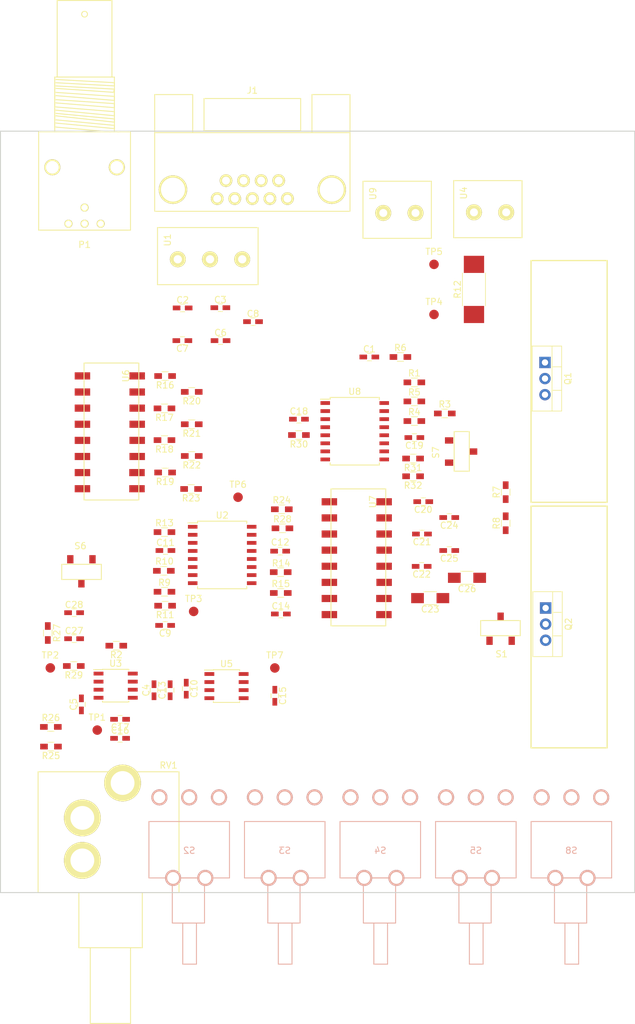
<source format=kicad_pcb>
(kicad_pcb (version 4) (host pcbnew 4.0.6-e0-6349~53~ubuntu16.04.1)

  (general
    (links 187)
    (no_connects 187)
    (area 22.564999 20.734999 122.715001 140.885001)
    (thickness 1.6)
    (drawings 13)
    (tracks 0)
    (zones 0)
    (modules 89)
    (nets 70)
  )

  (page A4)
  (layers
    (0 F.Cu signal)
    (31 B.Cu signal)
    (32 B.Adhes user)
    (33 F.Adhes user)
    (34 B.Paste user)
    (35 F.Paste user)
    (36 B.SilkS user)
    (37 F.SilkS user)
    (38 B.Mask user)
    (39 F.Mask user)
    (40 Dwgs.User user)
    (41 Cmts.User user)
    (42 Eco1.User user)
    (43 Eco2.User user)
    (44 Edge.Cuts user)
    (45 Margin user)
    (46 B.CrtYd user)
    (47 F.CrtYd user)
    (48 B.Fab user)
    (49 F.Fab user)
  )

  (setup
    (last_trace_width 0.25)
    (trace_clearance 0.25)
    (zone_clearance 0.508)
    (zone_45_only no)
    (trace_min 0.2)
    (segment_width 0.2)
    (edge_width 0.15)
    (via_size 0.6)
    (via_drill 0.4)
    (via_min_size 0.4)
    (via_min_drill 0.3)
    (uvia_size 0.3)
    (uvia_drill 0.1)
    (uvias_allowed no)
    (uvia_min_size 0.2)
    (uvia_min_drill 0.1)
    (pcb_text_width 0.3)
    (pcb_text_size 1.5 1.5)
    (mod_edge_width 0.15)
    (mod_text_size 1 1)
    (mod_text_width 0.15)
    (pad_size 1.524 1.524)
    (pad_drill 0.762)
    (pad_to_mask_clearance 0.2)
    (aux_axis_origin 0 0)
    (visible_elements FFFEEF7F)
    (pcbplotparams
      (layerselection 0x00030_80000001)
      (usegerberextensions false)
      (excludeedgelayer true)
      (linewidth 0.100000)
      (plotframeref false)
      (viasonmask false)
      (mode 1)
      (useauxorigin false)
      (hpglpennumber 1)
      (hpglpenspeed 20)
      (hpglpendiameter 15)
      (hpglpenoverlay 2)
      (psnegative false)
      (psa4output false)
      (plotreference true)
      (plotvalue true)
      (plotinvisibletext false)
      (padsonsilk false)
      (subtractmaskfromsilk false)
      (outputformat 1)
      (mirror false)
      (drillshape 1)
      (scaleselection 1)
      (outputdirectory ""))
  )

  (net 0 "")
  (net 1 "Net-(C1-Pad1)")
  (net 2 "Net-(C1-Pad2)")
  (net 3 +15V)
  (net 4 GND)
  (net 5 -15V)
  (net 6 "Net-(C6-Pad1)")
  (net 7 /error_signal)
  (net 8 "Net-(C9-Pad2)")
  (net 9 "Net-(C14-Pad1)")
  (net 10 "Net-(C14-Pad2)")
  (net 11 /2.5V)
  (net 12 /set_t)
  (net 13 "Net-(C20-Pad1)")
  (net 14 "Net-(C20-Pad2)")
  (net 15 "Net-(C21-Pad2)")
  (net 16 "Net-(C22-Pad2)")
  (net 17 "Net-(C23-Pad2)")
  (net 18 "Net-(C24-Pad2)")
  (net 19 "Net-(C25-Pad2)")
  (net 20 "Net-(C26-Pad2)")
  (net 21 /act_t)
  (net 22 "Net-(P1-Pad1)")
  (net 23 "Net-(P1-Pad3)")
  (net 24 "Net-(Q1-Pad1)")
  (net 25 /Rs+)
  (net 26 "Net-(Q2-Pad3)")
  (net 27 "Net-(R1-Pad1)")
  (net 28 "Net-(R2-Pad1)")
  (net 29 "Net-(R2-Pad2)")
  (net 30 "Net-(R3-Pad1)")
  (net 31 /Rs-)
  (net 32 /v_servo)
  (net 33 "Net-(R9-Pad2)")
  (net 34 "Net-(R13-Pad1)")
  (net 35 "Net-(R16-Pad1)")
  (net 36 "Net-(R16-Pad2)")
  (net 37 "Net-(R17-Pad2)")
  (net 38 "Net-(R18-Pad2)")
  (net 39 "Net-(R19-Pad2)")
  (net 40 "Net-(R20-Pad2)")
  (net 41 "Net-(R21-Pad2)")
  (net 42 "Net-(R22-Pad2)")
  (net 43 "Net-(R23-Pad2)")
  (net 44 "Net-(R24-Pad1)")
  (net 45 "Net-(R25-Pad2)")
  (net 46 "Net-(R26-Pad1)")
  (net 47 "Net-(R27-Pad1)")
  (net 48 "Net-(R28-Pad2)")
  (net 49 "Net-(R30-Pad1)")
  (net 50 "Net-(R30-Pad2)")
  (net 51 "Net-(R31-Pad2)")
  (net 52 "Net-(R32-Pad2)")
  (net 53 "Net-(S1-Pad3)")
  (net 54 "Net-(S2-Pad1)")
  (net 55 "Net-(S3-Pad2)")
  (net 56 "Net-(S4-Pad1)")
  (net 57 "Net-(S6-Pad1)")
  (net 58 "Net-(S7-Pad2)")
  (net 59 "Net-(U5-Pad1)")
  (net 60 "Net-(U5-Pad3)")
  (net 61 "Net-(U5-Pad5)")
  (net 62 "Net-(U5-Pad7)")
  (net 63 "Net-(U5-Pad8)")
  (net 64 "Net-(J1-Pad7)")
  (net 65 "Net-(J1-Pad6)")
  (net 66 "Net-(J1-Pad3)")
  (net 67 "Net-(J1-Pad2)")
  (net 68 "Net-(J1-Pad1)")
  (net 69 "Net-(U8-Pad1)")

  (net_class Default "This is the default net class."
    (clearance 0.25)
    (trace_width 0.25)
    (via_dia 0.6)
    (via_drill 0.4)
    (uvia_dia 0.3)
    (uvia_drill 0.1)
    (add_net +15V)
    (add_net -15V)
    (add_net /2.5V)
    (add_net /Rs+)
    (add_net /Rs-)
    (add_net /act_t)
    (add_net /error_signal)
    (add_net /set_t)
    (add_net /v_servo)
    (add_net GND)
    (add_net "Net-(C1-Pad1)")
    (add_net "Net-(C1-Pad2)")
    (add_net "Net-(C14-Pad1)")
    (add_net "Net-(C14-Pad2)")
    (add_net "Net-(C20-Pad1)")
    (add_net "Net-(C20-Pad2)")
    (add_net "Net-(C21-Pad2)")
    (add_net "Net-(C22-Pad2)")
    (add_net "Net-(C23-Pad2)")
    (add_net "Net-(C24-Pad2)")
    (add_net "Net-(C25-Pad2)")
    (add_net "Net-(C26-Pad2)")
    (add_net "Net-(C6-Pad1)")
    (add_net "Net-(C9-Pad2)")
    (add_net "Net-(J1-Pad1)")
    (add_net "Net-(J1-Pad2)")
    (add_net "Net-(J1-Pad3)")
    (add_net "Net-(J1-Pad6)")
    (add_net "Net-(J1-Pad7)")
    (add_net "Net-(P1-Pad1)")
    (add_net "Net-(P1-Pad3)")
    (add_net "Net-(Q1-Pad1)")
    (add_net "Net-(Q2-Pad3)")
    (add_net "Net-(R1-Pad1)")
    (add_net "Net-(R13-Pad1)")
    (add_net "Net-(R16-Pad1)")
    (add_net "Net-(R16-Pad2)")
    (add_net "Net-(R17-Pad2)")
    (add_net "Net-(R18-Pad2)")
    (add_net "Net-(R19-Pad2)")
    (add_net "Net-(R2-Pad1)")
    (add_net "Net-(R2-Pad2)")
    (add_net "Net-(R20-Pad2)")
    (add_net "Net-(R21-Pad2)")
    (add_net "Net-(R22-Pad2)")
    (add_net "Net-(R23-Pad2)")
    (add_net "Net-(R24-Pad1)")
    (add_net "Net-(R25-Pad2)")
    (add_net "Net-(R26-Pad1)")
    (add_net "Net-(R27-Pad1)")
    (add_net "Net-(R28-Pad2)")
    (add_net "Net-(R3-Pad1)")
    (add_net "Net-(R30-Pad1)")
    (add_net "Net-(R30-Pad2)")
    (add_net "Net-(R31-Pad2)")
    (add_net "Net-(R32-Pad2)")
    (add_net "Net-(R9-Pad2)")
    (add_net "Net-(S1-Pad3)")
    (add_net "Net-(S2-Pad1)")
    (add_net "Net-(S3-Pad2)")
    (add_net "Net-(S4-Pad1)")
    (add_net "Net-(S6-Pad1)")
    (add_net "Net-(S7-Pad2)")
    (add_net "Net-(U5-Pad1)")
    (add_net "Net-(U5-Pad3)")
    (add_net "Net-(U5-Pad5)")
    (add_net "Net-(U5-Pad7)")
    (add_net "Net-(U5-Pad8)")
    (add_net "Net-(U8-Pad1)")
  )

  (module Capacitors_SMD:C_0603_HandSoldering (layer F.Cu) (tedit 58AA848B) (tstamp 58FCC34F)
    (at 80.8 56.4)
    (descr "Capacitor SMD 0603, hand soldering")
    (tags "capacitor 0603")
    (path /58FC49B4)
    (attr smd)
    (fp_text reference C1 (at 0 -1.25) (layer F.SilkS)
      (effects (font (size 1 1) (thickness 0.15)))
    )
    (fp_text value 330pF (at 0 1.5) (layer F.Fab)
      (effects (font (size 1 1) (thickness 0.15)))
    )
    (fp_text user %R (at 0 -1.25) (layer F.Fab)
      (effects (font (size 1 1) (thickness 0.15)))
    )
    (fp_line (start -0.8 0.4) (end -0.8 -0.4) (layer F.Fab) (width 0.1))
    (fp_line (start 0.8 0.4) (end -0.8 0.4) (layer F.Fab) (width 0.1))
    (fp_line (start 0.8 -0.4) (end 0.8 0.4) (layer F.Fab) (width 0.1))
    (fp_line (start -0.8 -0.4) (end 0.8 -0.4) (layer F.Fab) (width 0.1))
    (fp_line (start -0.35 -0.6) (end 0.35 -0.6) (layer F.SilkS) (width 0.12))
    (fp_line (start 0.35 0.6) (end -0.35 0.6) (layer F.SilkS) (width 0.12))
    (fp_line (start -1.8 -0.65) (end 1.8 -0.65) (layer F.CrtYd) (width 0.05))
    (fp_line (start -1.8 -0.65) (end -1.8 0.65) (layer F.CrtYd) (width 0.05))
    (fp_line (start 1.8 0.65) (end 1.8 -0.65) (layer F.CrtYd) (width 0.05))
    (fp_line (start 1.8 0.65) (end -1.8 0.65) (layer F.CrtYd) (width 0.05))
    (pad 1 smd rect (at -0.95 0) (size 1.2 0.75) (layers F.Cu F.Paste F.Mask)
      (net 1 "Net-(C1-Pad1)"))
    (pad 2 smd rect (at 0.95 0) (size 1.2 0.75) (layers F.Cu F.Paste F.Mask)
      (net 2 "Net-(C1-Pad2)"))
    (model Capacitors_SMD.3dshapes/C_0603.wrl
      (at (xyz 0 0 0))
      (scale (xyz 1 1 1))
      (rotate (xyz 0 0 0))
    )
  )

  (module Capacitors_SMD:C_0603_HandSoldering (layer F.Cu) (tedit 58AA848B) (tstamp 58FCC355)
    (at 51.36 48.67)
    (descr "Capacitor SMD 0603, hand soldering")
    (tags "capacitor 0603")
    (path /58FA51E7)
    (attr smd)
    (fp_text reference C2 (at 0 -1.25) (layer F.SilkS)
      (effects (font (size 1 1) (thickness 0.15)))
    )
    (fp_text value 10uF (at 0 1.5) (layer F.Fab)
      (effects (font (size 1 1) (thickness 0.15)))
    )
    (fp_text user %R (at 0 -1.25) (layer F.Fab)
      (effects (font (size 1 1) (thickness 0.15)))
    )
    (fp_line (start -0.8 0.4) (end -0.8 -0.4) (layer F.Fab) (width 0.1))
    (fp_line (start 0.8 0.4) (end -0.8 0.4) (layer F.Fab) (width 0.1))
    (fp_line (start 0.8 -0.4) (end 0.8 0.4) (layer F.Fab) (width 0.1))
    (fp_line (start -0.8 -0.4) (end 0.8 -0.4) (layer F.Fab) (width 0.1))
    (fp_line (start -0.35 -0.6) (end 0.35 -0.6) (layer F.SilkS) (width 0.12))
    (fp_line (start 0.35 0.6) (end -0.35 0.6) (layer F.SilkS) (width 0.12))
    (fp_line (start -1.8 -0.65) (end 1.8 -0.65) (layer F.CrtYd) (width 0.05))
    (fp_line (start -1.8 -0.65) (end -1.8 0.65) (layer F.CrtYd) (width 0.05))
    (fp_line (start 1.8 0.65) (end 1.8 -0.65) (layer F.CrtYd) (width 0.05))
    (fp_line (start 1.8 0.65) (end -1.8 0.65) (layer F.CrtYd) (width 0.05))
    (pad 1 smd rect (at -0.95 0) (size 1.2 0.75) (layers F.Cu F.Paste F.Mask)
      (net 3 +15V))
    (pad 2 smd rect (at 0.95 0) (size 1.2 0.75) (layers F.Cu F.Paste F.Mask)
      (net 4 GND))
    (model Capacitors_SMD.3dshapes/C_0603.wrl
      (at (xyz 0 0 0))
      (scale (xyz 1 1 1))
      (rotate (xyz 0 0 0))
    )
  )

  (module Capacitors_SMD:C_0603_HandSoldering (layer F.Cu) (tedit 58AA848B) (tstamp 58FCC35B)
    (at 57.31 48.63)
    (descr "Capacitor SMD 0603, hand soldering")
    (tags "capacitor 0603")
    (path /58FA5224)
    (attr smd)
    (fp_text reference C3 (at 0 -1.25) (layer F.SilkS)
      (effects (font (size 1 1) (thickness 0.15)))
    )
    (fp_text value 10uF (at 0 1.5) (layer F.Fab)
      (effects (font (size 1 1) (thickness 0.15)))
    )
    (fp_text user %R (at 0 -1.25) (layer F.Fab)
      (effects (font (size 1 1) (thickness 0.15)))
    )
    (fp_line (start -0.8 0.4) (end -0.8 -0.4) (layer F.Fab) (width 0.1))
    (fp_line (start 0.8 0.4) (end -0.8 0.4) (layer F.Fab) (width 0.1))
    (fp_line (start 0.8 -0.4) (end 0.8 0.4) (layer F.Fab) (width 0.1))
    (fp_line (start -0.8 -0.4) (end 0.8 -0.4) (layer F.Fab) (width 0.1))
    (fp_line (start -0.35 -0.6) (end 0.35 -0.6) (layer F.SilkS) (width 0.12))
    (fp_line (start 0.35 0.6) (end -0.35 0.6) (layer F.SilkS) (width 0.12))
    (fp_line (start -1.8 -0.65) (end 1.8 -0.65) (layer F.CrtYd) (width 0.05))
    (fp_line (start -1.8 -0.65) (end -1.8 0.65) (layer F.CrtYd) (width 0.05))
    (fp_line (start 1.8 0.65) (end 1.8 -0.65) (layer F.CrtYd) (width 0.05))
    (fp_line (start 1.8 0.65) (end -1.8 0.65) (layer F.CrtYd) (width 0.05))
    (pad 1 smd rect (at -0.95 0) (size 1.2 0.75) (layers F.Cu F.Paste F.Mask)
      (net 4 GND))
    (pad 2 smd rect (at 0.95 0) (size 1.2 0.75) (layers F.Cu F.Paste F.Mask)
      (net 5 -15V))
    (model Capacitors_SMD.3dshapes/C_0603.wrl
      (at (xyz 0 0 0))
      (scale (xyz 1 1 1))
      (rotate (xyz 0 0 0))
    )
  )

  (module Capacitors_SMD:C_0603_HandSoldering (layer F.Cu) (tedit 58AA848B) (tstamp 58FCC361)
    (at 46.85 108.92 90)
    (descr "Capacitor SMD 0603, hand soldering")
    (tags "capacitor 0603")
    (path /58FA895F)
    (attr smd)
    (fp_text reference C4 (at 0 -1.25 90) (layer F.SilkS)
      (effects (font (size 1 1) (thickness 0.15)))
    )
    (fp_text value 0.1uF (at 0 1.5 90) (layer F.Fab)
      (effects (font (size 1 1) (thickness 0.15)))
    )
    (fp_text user %R (at 0 -1.25 90) (layer F.Fab)
      (effects (font (size 1 1) (thickness 0.15)))
    )
    (fp_line (start -0.8 0.4) (end -0.8 -0.4) (layer F.Fab) (width 0.1))
    (fp_line (start 0.8 0.4) (end -0.8 0.4) (layer F.Fab) (width 0.1))
    (fp_line (start 0.8 -0.4) (end 0.8 0.4) (layer F.Fab) (width 0.1))
    (fp_line (start -0.8 -0.4) (end 0.8 -0.4) (layer F.Fab) (width 0.1))
    (fp_line (start -0.35 -0.6) (end 0.35 -0.6) (layer F.SilkS) (width 0.12))
    (fp_line (start 0.35 0.6) (end -0.35 0.6) (layer F.SilkS) (width 0.12))
    (fp_line (start -1.8 -0.65) (end 1.8 -0.65) (layer F.CrtYd) (width 0.05))
    (fp_line (start -1.8 -0.65) (end -1.8 0.65) (layer F.CrtYd) (width 0.05))
    (fp_line (start 1.8 0.65) (end 1.8 -0.65) (layer F.CrtYd) (width 0.05))
    (fp_line (start 1.8 0.65) (end -1.8 0.65) (layer F.CrtYd) (width 0.05))
    (pad 1 smd rect (at -0.95 0 90) (size 1.2 0.75) (layers F.Cu F.Paste F.Mask)
      (net 4 GND))
    (pad 2 smd rect (at 0.95 0 90) (size 1.2 0.75) (layers F.Cu F.Paste F.Mask)
      (net 3 +15V))
    (model Capacitors_SMD.3dshapes/C_0603.wrl
      (at (xyz 0 0 0))
      (scale (xyz 1 1 1))
      (rotate (xyz 0 0 0))
    )
  )

  (module Capacitors_SMD:C_0603_HandSoldering (layer F.Cu) (tedit 58AA848B) (tstamp 58FCC367)
    (at 35.4 111.15 90)
    (descr "Capacitor SMD 0603, hand soldering")
    (tags "capacitor 0603")
    (path /58FA8B95)
    (attr smd)
    (fp_text reference C5 (at 0 -1.25 90) (layer F.SilkS)
      (effects (font (size 1 1) (thickness 0.15)))
    )
    (fp_text value 0.1uF (at 0 1.5 90) (layer F.Fab)
      (effects (font (size 1 1) (thickness 0.15)))
    )
    (fp_text user %R (at 0 -1.25 90) (layer F.Fab)
      (effects (font (size 1 1) (thickness 0.15)))
    )
    (fp_line (start -0.8 0.4) (end -0.8 -0.4) (layer F.Fab) (width 0.1))
    (fp_line (start 0.8 0.4) (end -0.8 0.4) (layer F.Fab) (width 0.1))
    (fp_line (start 0.8 -0.4) (end 0.8 0.4) (layer F.Fab) (width 0.1))
    (fp_line (start -0.8 -0.4) (end 0.8 -0.4) (layer F.Fab) (width 0.1))
    (fp_line (start -0.35 -0.6) (end 0.35 -0.6) (layer F.SilkS) (width 0.12))
    (fp_line (start 0.35 0.6) (end -0.35 0.6) (layer F.SilkS) (width 0.12))
    (fp_line (start -1.8 -0.65) (end 1.8 -0.65) (layer F.CrtYd) (width 0.05))
    (fp_line (start -1.8 -0.65) (end -1.8 0.65) (layer F.CrtYd) (width 0.05))
    (fp_line (start 1.8 0.65) (end 1.8 -0.65) (layer F.CrtYd) (width 0.05))
    (fp_line (start 1.8 0.65) (end -1.8 0.65) (layer F.CrtYd) (width 0.05))
    (pad 1 smd rect (at -0.95 0 90) (size 1.2 0.75) (layers F.Cu F.Paste F.Mask)
      (net 4 GND))
    (pad 2 smd rect (at 0.95 0 90) (size 1.2 0.75) (layers F.Cu F.Paste F.Mask)
      (net 5 -15V))
    (model Capacitors_SMD.3dshapes/C_0603.wrl
      (at (xyz 0 0 0))
      (scale (xyz 1 1 1))
      (rotate (xyz 0 0 0))
    )
  )

  (module Capacitors_SMD:C_0603_HandSoldering (layer F.Cu) (tedit 58AA848B) (tstamp 58FCC36D)
    (at 57.34 53.82)
    (descr "Capacitor SMD 0603, hand soldering")
    (tags "capacitor 0603")
    (path /58FA528D)
    (attr smd)
    (fp_text reference C6 (at 0 -1.25) (layer F.SilkS)
      (effects (font (size 1 1) (thickness 0.15)))
    )
    (fp_text value 0.1uF (at 0 1.5) (layer F.Fab)
      (effects (font (size 1 1) (thickness 0.15)))
    )
    (fp_text user %R (at 0 -1.25) (layer F.Fab)
      (effects (font (size 1 1) (thickness 0.15)))
    )
    (fp_line (start -0.8 0.4) (end -0.8 -0.4) (layer F.Fab) (width 0.1))
    (fp_line (start 0.8 0.4) (end -0.8 0.4) (layer F.Fab) (width 0.1))
    (fp_line (start 0.8 -0.4) (end 0.8 0.4) (layer F.Fab) (width 0.1))
    (fp_line (start -0.8 -0.4) (end 0.8 -0.4) (layer F.Fab) (width 0.1))
    (fp_line (start -0.35 -0.6) (end 0.35 -0.6) (layer F.SilkS) (width 0.12))
    (fp_line (start 0.35 0.6) (end -0.35 0.6) (layer F.SilkS) (width 0.12))
    (fp_line (start -1.8 -0.65) (end 1.8 -0.65) (layer F.CrtYd) (width 0.05))
    (fp_line (start -1.8 -0.65) (end -1.8 0.65) (layer F.CrtYd) (width 0.05))
    (fp_line (start 1.8 0.65) (end 1.8 -0.65) (layer F.CrtYd) (width 0.05))
    (fp_line (start 1.8 0.65) (end -1.8 0.65) (layer F.CrtYd) (width 0.05))
    (pad 1 smd rect (at -0.95 0) (size 1.2 0.75) (layers F.Cu F.Paste F.Mask)
      (net 6 "Net-(C6-Pad1)"))
    (pad 2 smd rect (at 0.95 0) (size 1.2 0.75) (layers F.Cu F.Paste F.Mask)
      (net 4 GND))
    (model Capacitors_SMD.3dshapes/C_0603.wrl
      (at (xyz 0 0 0))
      (scale (xyz 1 1 1))
      (rotate (xyz 0 0 0))
    )
  )

  (module Capacitors_SMD:C_0603_HandSoldering (layer F.Cu) (tedit 58AA848B) (tstamp 58FCC373)
    (at 51.32 53.82 180)
    (descr "Capacitor SMD 0603, hand soldering")
    (tags "capacitor 0603")
    (path /58FA52C1)
    (attr smd)
    (fp_text reference C7 (at 0 -1.25 180) (layer F.SilkS)
      (effects (font (size 1 1) (thickness 0.15)))
    )
    (fp_text value 0.1uF (at 0 1.5 180) (layer F.Fab)
      (effects (font (size 1 1) (thickness 0.15)))
    )
    (fp_text user %R (at 0 -1.25 180) (layer F.Fab)
      (effects (font (size 1 1) (thickness 0.15)))
    )
    (fp_line (start -0.8 0.4) (end -0.8 -0.4) (layer F.Fab) (width 0.1))
    (fp_line (start 0.8 0.4) (end -0.8 0.4) (layer F.Fab) (width 0.1))
    (fp_line (start 0.8 -0.4) (end 0.8 0.4) (layer F.Fab) (width 0.1))
    (fp_line (start -0.8 -0.4) (end 0.8 -0.4) (layer F.Fab) (width 0.1))
    (fp_line (start -0.35 -0.6) (end 0.35 -0.6) (layer F.SilkS) (width 0.12))
    (fp_line (start 0.35 0.6) (end -0.35 0.6) (layer F.SilkS) (width 0.12))
    (fp_line (start -1.8 -0.65) (end 1.8 -0.65) (layer F.CrtYd) (width 0.05))
    (fp_line (start -1.8 -0.65) (end -1.8 0.65) (layer F.CrtYd) (width 0.05))
    (fp_line (start 1.8 0.65) (end 1.8 -0.65) (layer F.CrtYd) (width 0.05))
    (fp_line (start 1.8 0.65) (end -1.8 0.65) (layer F.CrtYd) (width 0.05))
    (pad 1 smd rect (at -0.95 0 180) (size 1.2 0.75) (layers F.Cu F.Paste F.Mask)
      (net 6 "Net-(C6-Pad1)"))
    (pad 2 smd rect (at 0.95 0 180) (size 1.2 0.75) (layers F.Cu F.Paste F.Mask)
      (net 3 +15V))
    (model Capacitors_SMD.3dshapes/C_0603.wrl
      (at (xyz 0 0 0))
      (scale (xyz 1 1 1))
      (rotate (xyz 0 0 0))
    )
  )

  (module Capacitors_SMD:C_0603_HandSoldering (layer F.Cu) (tedit 58AA848B) (tstamp 58FCC379)
    (at 62.46 50.83)
    (descr "Capacitor SMD 0603, hand soldering")
    (tags "capacitor 0603")
    (path /58FA532A)
    (attr smd)
    (fp_text reference C8 (at 0 -1.25) (layer F.SilkS)
      (effects (font (size 1 1) (thickness 0.15)))
    )
    (fp_text value 0.1uF (at 0 1.5) (layer F.Fab)
      (effects (font (size 1 1) (thickness 0.15)))
    )
    (fp_text user %R (at 0 -1.25) (layer F.Fab)
      (effects (font (size 1 1) (thickness 0.15)))
    )
    (fp_line (start -0.8 0.4) (end -0.8 -0.4) (layer F.Fab) (width 0.1))
    (fp_line (start 0.8 0.4) (end -0.8 0.4) (layer F.Fab) (width 0.1))
    (fp_line (start 0.8 -0.4) (end 0.8 0.4) (layer F.Fab) (width 0.1))
    (fp_line (start -0.8 -0.4) (end 0.8 -0.4) (layer F.Fab) (width 0.1))
    (fp_line (start -0.35 -0.6) (end 0.35 -0.6) (layer F.SilkS) (width 0.12))
    (fp_line (start 0.35 0.6) (end -0.35 0.6) (layer F.SilkS) (width 0.12))
    (fp_line (start -1.8 -0.65) (end 1.8 -0.65) (layer F.CrtYd) (width 0.05))
    (fp_line (start -1.8 -0.65) (end -1.8 0.65) (layer F.CrtYd) (width 0.05))
    (fp_line (start 1.8 0.65) (end 1.8 -0.65) (layer F.CrtYd) (width 0.05))
    (fp_line (start 1.8 0.65) (end -1.8 0.65) (layer F.CrtYd) (width 0.05))
    (pad 1 smd rect (at -0.95 0) (size 1.2 0.75) (layers F.Cu F.Paste F.Mask)
      (net 5 -15V))
    (pad 2 smd rect (at 0.95 0) (size 1.2 0.75) (layers F.Cu F.Paste F.Mask)
      (net 6 "Net-(C6-Pad1)"))
    (model Capacitors_SMD.3dshapes/C_0603.wrl
      (at (xyz 0 0 0))
      (scale (xyz 1 1 1))
      (rotate (xyz 0 0 0))
    )
  )

  (module Capacitors_SMD:C_0603_HandSoldering (layer F.Cu) (tedit 58AA848B) (tstamp 58FCC37F)
    (at 48.6 98.7 180)
    (descr "Capacitor SMD 0603, hand soldering")
    (tags "capacitor 0603")
    (path /58FD311A)
    (attr smd)
    (fp_text reference C9 (at 0 -1.25 180) (layer F.SilkS)
      (effects (font (size 1 1) (thickness 0.15)))
    )
    (fp_text value 0.1uF (at 0 1.5 180) (layer F.Fab)
      (effects (font (size 1 1) (thickness 0.15)))
    )
    (fp_text user %R (at 0 -1.25 180) (layer F.Fab)
      (effects (font (size 1 1) (thickness 0.15)))
    )
    (fp_line (start -0.8 0.4) (end -0.8 -0.4) (layer F.Fab) (width 0.1))
    (fp_line (start 0.8 0.4) (end -0.8 0.4) (layer F.Fab) (width 0.1))
    (fp_line (start 0.8 -0.4) (end 0.8 0.4) (layer F.Fab) (width 0.1))
    (fp_line (start -0.8 -0.4) (end 0.8 -0.4) (layer F.Fab) (width 0.1))
    (fp_line (start -0.35 -0.6) (end 0.35 -0.6) (layer F.SilkS) (width 0.12))
    (fp_line (start 0.35 0.6) (end -0.35 0.6) (layer F.SilkS) (width 0.12))
    (fp_line (start -1.8 -0.65) (end 1.8 -0.65) (layer F.CrtYd) (width 0.05))
    (fp_line (start -1.8 -0.65) (end -1.8 0.65) (layer F.CrtYd) (width 0.05))
    (fp_line (start 1.8 0.65) (end 1.8 -0.65) (layer F.CrtYd) (width 0.05))
    (fp_line (start 1.8 0.65) (end -1.8 0.65) (layer F.CrtYd) (width 0.05))
    (pad 1 smd rect (at -0.95 0 180) (size 1.2 0.75) (layers F.Cu F.Paste F.Mask)
      (net 7 /error_signal))
    (pad 2 smd rect (at 0.95 0 180) (size 1.2 0.75) (layers F.Cu F.Paste F.Mask)
      (net 8 "Net-(C9-Pad2)"))
    (model Capacitors_SMD.3dshapes/C_0603.wrl
      (at (xyz 0 0 0))
      (scale (xyz 1 1 1))
      (rotate (xyz 0 0 0))
    )
  )

  (module Capacitors_SMD:C_0603_HandSoldering (layer F.Cu) (tedit 58AA848B) (tstamp 58FCC385)
    (at 51.93 108.673572 270)
    (descr "Capacitor SMD 0603, hand soldering")
    (tags "capacitor 0603")
    (path /58FA58BC)
    (attr smd)
    (fp_text reference C10 (at 0 -1.25 270) (layer F.SilkS)
      (effects (font (size 1 1) (thickness 0.15)))
    )
    (fp_text value 1uF (at 0 1.5 270) (layer F.Fab)
      (effects (font (size 1 1) (thickness 0.15)))
    )
    (fp_text user %R (at 0 -1.25 270) (layer F.Fab)
      (effects (font (size 1 1) (thickness 0.15)))
    )
    (fp_line (start -0.8 0.4) (end -0.8 -0.4) (layer F.Fab) (width 0.1))
    (fp_line (start 0.8 0.4) (end -0.8 0.4) (layer F.Fab) (width 0.1))
    (fp_line (start 0.8 -0.4) (end 0.8 0.4) (layer F.Fab) (width 0.1))
    (fp_line (start -0.8 -0.4) (end 0.8 -0.4) (layer F.Fab) (width 0.1))
    (fp_line (start -0.35 -0.6) (end 0.35 -0.6) (layer F.SilkS) (width 0.12))
    (fp_line (start 0.35 0.6) (end -0.35 0.6) (layer F.SilkS) (width 0.12))
    (fp_line (start -1.8 -0.65) (end 1.8 -0.65) (layer F.CrtYd) (width 0.05))
    (fp_line (start -1.8 -0.65) (end -1.8 0.65) (layer F.CrtYd) (width 0.05))
    (fp_line (start 1.8 0.65) (end 1.8 -0.65) (layer F.CrtYd) (width 0.05))
    (fp_line (start 1.8 0.65) (end -1.8 0.65) (layer F.CrtYd) (width 0.05))
    (pad 1 smd rect (at -0.95 0 270) (size 1.2 0.75) (layers F.Cu F.Paste F.Mask)
      (net 3 +15V))
    (pad 2 smd rect (at 0.95 0 270) (size 1.2 0.75) (layers F.Cu F.Paste F.Mask)
      (net 4 GND))
    (model Capacitors_SMD.3dshapes/C_0603.wrl
      (at (xyz 0 0 0))
      (scale (xyz 1 1 1))
      (rotate (xyz 0 0 0))
    )
  )

  (module Capacitors_SMD:C_0603_HandSoldering (layer F.Cu) (tedit 58AA848B) (tstamp 58FCC38B)
    (at 48.65 86.9)
    (descr "Capacitor SMD 0603, hand soldering")
    (tags "capacitor 0603")
    (path /58FAA4F1)
    (attr smd)
    (fp_text reference C11 (at 0 -1.25) (layer F.SilkS)
      (effects (font (size 1 1) (thickness 0.15)))
    )
    (fp_text value 0.1uF (at 0 1.5) (layer F.Fab)
      (effects (font (size 1 1) (thickness 0.15)))
    )
    (fp_text user %R (at 0 -1.25) (layer F.Fab)
      (effects (font (size 1 1) (thickness 0.15)))
    )
    (fp_line (start -0.8 0.4) (end -0.8 -0.4) (layer F.Fab) (width 0.1))
    (fp_line (start 0.8 0.4) (end -0.8 0.4) (layer F.Fab) (width 0.1))
    (fp_line (start 0.8 -0.4) (end 0.8 0.4) (layer F.Fab) (width 0.1))
    (fp_line (start -0.8 -0.4) (end 0.8 -0.4) (layer F.Fab) (width 0.1))
    (fp_line (start -0.35 -0.6) (end 0.35 -0.6) (layer F.SilkS) (width 0.12))
    (fp_line (start 0.35 0.6) (end -0.35 0.6) (layer F.SilkS) (width 0.12))
    (fp_line (start -1.8 -0.65) (end 1.8 -0.65) (layer F.CrtYd) (width 0.05))
    (fp_line (start -1.8 -0.65) (end -1.8 0.65) (layer F.CrtYd) (width 0.05))
    (fp_line (start 1.8 0.65) (end 1.8 -0.65) (layer F.CrtYd) (width 0.05))
    (fp_line (start 1.8 0.65) (end -1.8 0.65) (layer F.CrtYd) (width 0.05))
    (pad 1 smd rect (at -0.95 0) (size 1.2 0.75) (layers F.Cu F.Paste F.Mask)
      (net 4 GND))
    (pad 2 smd rect (at 0.95 0) (size 1.2 0.75) (layers F.Cu F.Paste F.Mask)
      (net 3 +15V))
    (model Capacitors_SMD.3dshapes/C_0603.wrl
      (at (xyz 0 0 0))
      (scale (xyz 1 1 1))
      (rotate (xyz 0 0 0))
    )
  )

  (module Capacitors_SMD:C_0603_HandSoldering (layer F.Cu) (tedit 58AA848B) (tstamp 58FCC391)
    (at 66.740476 87 180)
    (descr "Capacitor SMD 0603, hand soldering")
    (tags "capacitor 0603")
    (path /58FAAD5E)
    (attr smd)
    (fp_text reference C12 (at 0 1.4 180) (layer F.SilkS)
      (effects (font (size 1 1) (thickness 0.15)))
    )
    (fp_text value 0.1uF (at 0 1.5 180) (layer F.Fab)
      (effects (font (size 1 1) (thickness 0.15)))
    )
    (fp_text user %R (at 0 1.4 180) (layer F.Fab)
      (effects (font (size 1 1) (thickness 0.15)))
    )
    (fp_line (start -0.8 0.4) (end -0.8 -0.4) (layer F.Fab) (width 0.1))
    (fp_line (start 0.8 0.4) (end -0.8 0.4) (layer F.Fab) (width 0.1))
    (fp_line (start 0.8 -0.4) (end 0.8 0.4) (layer F.Fab) (width 0.1))
    (fp_line (start -0.8 -0.4) (end 0.8 -0.4) (layer F.Fab) (width 0.1))
    (fp_line (start -0.35 -0.6) (end 0.35 -0.6) (layer F.SilkS) (width 0.12))
    (fp_line (start 0.35 0.6) (end -0.35 0.6) (layer F.SilkS) (width 0.12))
    (fp_line (start -1.8 -0.65) (end 1.8 -0.65) (layer F.CrtYd) (width 0.05))
    (fp_line (start -1.8 -0.65) (end -1.8 0.65) (layer F.CrtYd) (width 0.05))
    (fp_line (start 1.8 0.65) (end 1.8 -0.65) (layer F.CrtYd) (width 0.05))
    (fp_line (start 1.8 0.65) (end -1.8 0.65) (layer F.CrtYd) (width 0.05))
    (pad 1 smd rect (at -0.95 0 180) (size 1.2 0.75) (layers F.Cu F.Paste F.Mask)
      (net 4 GND))
    (pad 2 smd rect (at 0.95 0 180) (size 1.2 0.75) (layers F.Cu F.Paste F.Mask)
      (net 5 -15V))
    (model Capacitors_SMD.3dshapes/C_0603.wrl
      (at (xyz 0 0 0))
      (scale (xyz 1 1 1))
      (rotate (xyz 0 0 0))
    )
  )

  (module Capacitors_SMD:C_0603_HandSoldering (layer F.Cu) (tedit 58AA848B) (tstamp 58FCC397)
    (at 49.39 108.92 90)
    (descr "Capacitor SMD 0603, hand soldering")
    (tags "capacitor 0603")
    (path /58FA5813)
    (attr smd)
    (fp_text reference C13 (at 0 -1.25 90) (layer F.SilkS)
      (effects (font (size 1 1) (thickness 0.15)))
    )
    (fp_text value 0.1uF (at 0 1.5 90) (layer F.Fab)
      (effects (font (size 1 1) (thickness 0.15)))
    )
    (fp_text user %R (at 0 -1.25 90) (layer F.Fab)
      (effects (font (size 1 1) (thickness 0.15)))
    )
    (fp_line (start -0.8 0.4) (end -0.8 -0.4) (layer F.Fab) (width 0.1))
    (fp_line (start 0.8 0.4) (end -0.8 0.4) (layer F.Fab) (width 0.1))
    (fp_line (start 0.8 -0.4) (end 0.8 0.4) (layer F.Fab) (width 0.1))
    (fp_line (start -0.8 -0.4) (end 0.8 -0.4) (layer F.Fab) (width 0.1))
    (fp_line (start -0.35 -0.6) (end 0.35 -0.6) (layer F.SilkS) (width 0.12))
    (fp_line (start 0.35 0.6) (end -0.35 0.6) (layer F.SilkS) (width 0.12))
    (fp_line (start -1.8 -0.65) (end 1.8 -0.65) (layer F.CrtYd) (width 0.05))
    (fp_line (start -1.8 -0.65) (end -1.8 0.65) (layer F.CrtYd) (width 0.05))
    (fp_line (start 1.8 0.65) (end 1.8 -0.65) (layer F.CrtYd) (width 0.05))
    (fp_line (start 1.8 0.65) (end -1.8 0.65) (layer F.CrtYd) (width 0.05))
    (pad 1 smd rect (at -0.95 0 90) (size 1.2 0.75) (layers F.Cu F.Paste F.Mask)
      (net 4 GND))
    (pad 2 smd rect (at 0.95 0 90) (size 1.2 0.75) (layers F.Cu F.Paste F.Mask)
      (net 3 +15V))
    (model Capacitors_SMD.3dshapes/C_0603.wrl
      (at (xyz 0 0 0))
      (scale (xyz 1 1 1))
      (rotate (xyz 0 0 0))
    )
  )

  (module Capacitors_SMD:C_0603_HandSoldering (layer F.Cu) (tedit 58AA848B) (tstamp 58FCC39D)
    (at 66.85 96.9)
    (descr "Capacitor SMD 0603, hand soldering")
    (tags "capacitor 0603")
    (path /58FAEB3E)
    (attr smd)
    (fp_text reference C14 (at 0 -1.25) (layer F.SilkS)
      (effects (font (size 1 1) (thickness 0.15)))
    )
    (fp_text value 10000pF (at 0 1.5) (layer F.Fab)
      (effects (font (size 1 1) (thickness 0.15)))
    )
    (fp_text user %R (at 0 -1.25) (layer F.Fab)
      (effects (font (size 1 1) (thickness 0.15)))
    )
    (fp_line (start -0.8 0.4) (end -0.8 -0.4) (layer F.Fab) (width 0.1))
    (fp_line (start 0.8 0.4) (end -0.8 0.4) (layer F.Fab) (width 0.1))
    (fp_line (start 0.8 -0.4) (end 0.8 0.4) (layer F.Fab) (width 0.1))
    (fp_line (start -0.8 -0.4) (end 0.8 -0.4) (layer F.Fab) (width 0.1))
    (fp_line (start -0.35 -0.6) (end 0.35 -0.6) (layer F.SilkS) (width 0.12))
    (fp_line (start 0.35 0.6) (end -0.35 0.6) (layer F.SilkS) (width 0.12))
    (fp_line (start -1.8 -0.65) (end 1.8 -0.65) (layer F.CrtYd) (width 0.05))
    (fp_line (start -1.8 -0.65) (end -1.8 0.65) (layer F.CrtYd) (width 0.05))
    (fp_line (start 1.8 0.65) (end 1.8 -0.65) (layer F.CrtYd) (width 0.05))
    (fp_line (start 1.8 0.65) (end -1.8 0.65) (layer F.CrtYd) (width 0.05))
    (pad 1 smd rect (at -0.95 0) (size 1.2 0.75) (layers F.Cu F.Paste F.Mask)
      (net 9 "Net-(C14-Pad1)"))
    (pad 2 smd rect (at 0.95 0) (size 1.2 0.75) (layers F.Cu F.Paste F.Mask)
      (net 10 "Net-(C14-Pad2)"))
    (model Capacitors_SMD.3dshapes/C_0603.wrl
      (at (xyz 0 0 0))
      (scale (xyz 1 1 1))
      (rotate (xyz 0 0 0))
    )
  )

  (module Capacitors_SMD:C_0603_HandSoldering (layer F.Cu) (tedit 58AA848B) (tstamp 58FCC3A3)
    (at 65.9 109.79 270)
    (descr "Capacitor SMD 0603, hand soldering")
    (tags "capacitor 0603")
    (path /58FA5B83)
    (attr smd)
    (fp_text reference C15 (at 0 -1.25 270) (layer F.SilkS)
      (effects (font (size 1 1) (thickness 0.15)))
    )
    (fp_text value 1uF (at 0 1.5 270) (layer F.Fab)
      (effects (font (size 1 1) (thickness 0.15)))
    )
    (fp_text user %R (at 0 -1.25 270) (layer F.Fab)
      (effects (font (size 1 1) (thickness 0.15)))
    )
    (fp_line (start -0.8 0.4) (end -0.8 -0.4) (layer F.Fab) (width 0.1))
    (fp_line (start 0.8 0.4) (end -0.8 0.4) (layer F.Fab) (width 0.1))
    (fp_line (start 0.8 -0.4) (end 0.8 0.4) (layer F.Fab) (width 0.1))
    (fp_line (start -0.8 -0.4) (end 0.8 -0.4) (layer F.Fab) (width 0.1))
    (fp_line (start -0.35 -0.6) (end 0.35 -0.6) (layer F.SilkS) (width 0.12))
    (fp_line (start 0.35 0.6) (end -0.35 0.6) (layer F.SilkS) (width 0.12))
    (fp_line (start -1.8 -0.65) (end 1.8 -0.65) (layer F.CrtYd) (width 0.05))
    (fp_line (start -1.8 -0.65) (end -1.8 0.65) (layer F.CrtYd) (width 0.05))
    (fp_line (start 1.8 0.65) (end 1.8 -0.65) (layer F.CrtYd) (width 0.05))
    (fp_line (start 1.8 0.65) (end -1.8 0.65) (layer F.CrtYd) (width 0.05))
    (pad 1 smd rect (at -0.95 0 270) (size 1.2 0.75) (layers F.Cu F.Paste F.Mask)
      (net 11 /2.5V))
    (pad 2 smd rect (at 0.95 0 270) (size 1.2 0.75) (layers F.Cu F.Paste F.Mask)
      (net 4 GND))
    (model Capacitors_SMD.3dshapes/C_0603.wrl
      (at (xyz 0 0 0))
      (scale (xyz 1 1 1))
      (rotate (xyz 0 0 0))
    )
  )

  (module Capacitors_SMD:C_0603_HandSoldering (layer F.Cu) (tedit 58AA848B) (tstamp 58FCC3A9)
    (at 41.5 116.5)
    (descr "Capacitor SMD 0603, hand soldering")
    (tags "capacitor 0603")
    (path /58FA620C)
    (attr smd)
    (fp_text reference C16 (at 0 -1.25) (layer F.SilkS)
      (effects (font (size 1 1) (thickness 0.15)))
    )
    (fp_text value 10uF (at 0 1.5) (layer F.Fab)
      (effects (font (size 1 1) (thickness 0.15)))
    )
    (fp_text user %R (at 0 -1.25) (layer F.Fab)
      (effects (font (size 1 1) (thickness 0.15)))
    )
    (fp_line (start -0.8 0.4) (end -0.8 -0.4) (layer F.Fab) (width 0.1))
    (fp_line (start 0.8 0.4) (end -0.8 0.4) (layer F.Fab) (width 0.1))
    (fp_line (start 0.8 -0.4) (end 0.8 0.4) (layer F.Fab) (width 0.1))
    (fp_line (start -0.8 -0.4) (end 0.8 -0.4) (layer F.Fab) (width 0.1))
    (fp_line (start -0.35 -0.6) (end 0.35 -0.6) (layer F.SilkS) (width 0.12))
    (fp_line (start 0.35 0.6) (end -0.35 0.6) (layer F.SilkS) (width 0.12))
    (fp_line (start -1.8 -0.65) (end 1.8 -0.65) (layer F.CrtYd) (width 0.05))
    (fp_line (start -1.8 -0.65) (end -1.8 0.65) (layer F.CrtYd) (width 0.05))
    (fp_line (start 1.8 0.65) (end 1.8 -0.65) (layer F.CrtYd) (width 0.05))
    (fp_line (start 1.8 0.65) (end -1.8 0.65) (layer F.CrtYd) (width 0.05))
    (pad 1 smd rect (at -0.95 0) (size 1.2 0.75) (layers F.Cu F.Paste F.Mask)
      (net 12 /set_t))
    (pad 2 smd rect (at 0.95 0) (size 1.2 0.75) (layers F.Cu F.Paste F.Mask)
      (net 4 GND))
    (model Capacitors_SMD.3dshapes/C_0603.wrl
      (at (xyz 0 0 0))
      (scale (xyz 1 1 1))
      (rotate (xyz 0 0 0))
    )
  )

  (module Capacitors_SMD:C_0603_HandSoldering (layer F.Cu) (tedit 58AA848B) (tstamp 58FCC3AF)
    (at 41.5 113.5 180)
    (descr "Capacitor SMD 0603, hand soldering")
    (tags "capacitor 0603")
    (path /58FA63C3)
    (attr smd)
    (fp_text reference C17 (at 0 -1.25 180) (layer F.SilkS)
      (effects (font (size 1 1) (thickness 0.15)))
    )
    (fp_text value 0.1uF (at 0 1.5 180) (layer F.Fab)
      (effects (font (size 1 1) (thickness 0.15)))
    )
    (fp_text user %R (at 0 -1.25 180) (layer F.Fab)
      (effects (font (size 1 1) (thickness 0.15)))
    )
    (fp_line (start -0.8 0.4) (end -0.8 -0.4) (layer F.Fab) (width 0.1))
    (fp_line (start 0.8 0.4) (end -0.8 0.4) (layer F.Fab) (width 0.1))
    (fp_line (start 0.8 -0.4) (end 0.8 0.4) (layer F.Fab) (width 0.1))
    (fp_line (start -0.8 -0.4) (end 0.8 -0.4) (layer F.Fab) (width 0.1))
    (fp_line (start -0.35 -0.6) (end 0.35 -0.6) (layer F.SilkS) (width 0.12))
    (fp_line (start 0.35 0.6) (end -0.35 0.6) (layer F.SilkS) (width 0.12))
    (fp_line (start -1.8 -0.65) (end 1.8 -0.65) (layer F.CrtYd) (width 0.05))
    (fp_line (start -1.8 -0.65) (end -1.8 0.65) (layer F.CrtYd) (width 0.05))
    (fp_line (start 1.8 0.65) (end 1.8 -0.65) (layer F.CrtYd) (width 0.05))
    (fp_line (start 1.8 0.65) (end -1.8 0.65) (layer F.CrtYd) (width 0.05))
    (pad 1 smd rect (at -0.95 0 180) (size 1.2 0.75) (layers F.Cu F.Paste F.Mask)
      (net 4 GND))
    (pad 2 smd rect (at 0.95 0 180) (size 1.2 0.75) (layers F.Cu F.Paste F.Mask)
      (net 12 /set_t))
    (model Capacitors_SMD.3dshapes/C_0603.wrl
      (at (xyz 0 0 0))
      (scale (xyz 1 1 1))
      (rotate (xyz 0 0 0))
    )
  )

  (module Capacitors_SMD:C_0603_HandSoldering (layer F.Cu) (tedit 58AA848B) (tstamp 58FCC3B5)
    (at 69.7 66.2)
    (descr "Capacitor SMD 0603, hand soldering")
    (tags "capacitor 0603")
    (path /58FACFA5)
    (attr smd)
    (fp_text reference C18 (at 0 -1.25) (layer F.SilkS)
      (effects (font (size 1 1) (thickness 0.15)))
    )
    (fp_text value 0.1uF (at 0 1.5) (layer F.Fab)
      (effects (font (size 1 1) (thickness 0.15)))
    )
    (fp_text user %R (at 0 -1.25) (layer F.Fab)
      (effects (font (size 1 1) (thickness 0.15)))
    )
    (fp_line (start -0.8 0.4) (end -0.8 -0.4) (layer F.Fab) (width 0.1))
    (fp_line (start 0.8 0.4) (end -0.8 0.4) (layer F.Fab) (width 0.1))
    (fp_line (start 0.8 -0.4) (end 0.8 0.4) (layer F.Fab) (width 0.1))
    (fp_line (start -0.8 -0.4) (end 0.8 -0.4) (layer F.Fab) (width 0.1))
    (fp_line (start -0.35 -0.6) (end 0.35 -0.6) (layer F.SilkS) (width 0.12))
    (fp_line (start 0.35 0.6) (end -0.35 0.6) (layer F.SilkS) (width 0.12))
    (fp_line (start -1.8 -0.65) (end 1.8 -0.65) (layer F.CrtYd) (width 0.05))
    (fp_line (start -1.8 -0.65) (end -1.8 0.65) (layer F.CrtYd) (width 0.05))
    (fp_line (start 1.8 0.65) (end 1.8 -0.65) (layer F.CrtYd) (width 0.05))
    (fp_line (start 1.8 0.65) (end -1.8 0.65) (layer F.CrtYd) (width 0.05))
    (pad 1 smd rect (at -0.95 0) (size 1.2 0.75) (layers F.Cu F.Paste F.Mask)
      (net 4 GND))
    (pad 2 smd rect (at 0.95 0) (size 1.2 0.75) (layers F.Cu F.Paste F.Mask)
      (net 3 +15V))
    (model Capacitors_SMD.3dshapes/C_0603.wrl
      (at (xyz 0 0 0))
      (scale (xyz 1 1 1))
      (rotate (xyz 0 0 0))
    )
  )

  (module Capacitors_SMD:C_0603_HandSoldering (layer F.Cu) (tedit 58AA848B) (tstamp 58FCC3BB)
    (at 87.9 69.1 180)
    (descr "Capacitor SMD 0603, hand soldering")
    (tags "capacitor 0603")
    (path /58FAD957)
    (attr smd)
    (fp_text reference C19 (at 0 -1.25 180) (layer F.SilkS)
      (effects (font (size 1 1) (thickness 0.15)))
    )
    (fp_text value 0.1uF (at 0 1.5 180) (layer F.Fab)
      (effects (font (size 1 1) (thickness 0.15)))
    )
    (fp_text user %R (at 0 -1.25 180) (layer F.Fab)
      (effects (font (size 1 1) (thickness 0.15)))
    )
    (fp_line (start -0.8 0.4) (end -0.8 -0.4) (layer F.Fab) (width 0.1))
    (fp_line (start 0.8 0.4) (end -0.8 0.4) (layer F.Fab) (width 0.1))
    (fp_line (start 0.8 -0.4) (end 0.8 0.4) (layer F.Fab) (width 0.1))
    (fp_line (start -0.8 -0.4) (end 0.8 -0.4) (layer F.Fab) (width 0.1))
    (fp_line (start -0.35 -0.6) (end 0.35 -0.6) (layer F.SilkS) (width 0.12))
    (fp_line (start 0.35 0.6) (end -0.35 0.6) (layer F.SilkS) (width 0.12))
    (fp_line (start -1.8 -0.65) (end 1.8 -0.65) (layer F.CrtYd) (width 0.05))
    (fp_line (start -1.8 -0.65) (end -1.8 0.65) (layer F.CrtYd) (width 0.05))
    (fp_line (start 1.8 0.65) (end 1.8 -0.65) (layer F.CrtYd) (width 0.05))
    (fp_line (start 1.8 0.65) (end -1.8 0.65) (layer F.CrtYd) (width 0.05))
    (pad 1 smd rect (at -0.95 0 180) (size 1.2 0.75) (layers F.Cu F.Paste F.Mask)
      (net 4 GND))
    (pad 2 smd rect (at 0.95 0 180) (size 1.2 0.75) (layers F.Cu F.Paste F.Mask)
      (net 5 -15V))
    (model Capacitors_SMD.3dshapes/C_0603.wrl
      (at (xyz 0 0 0))
      (scale (xyz 1 1 1))
      (rotate (xyz 0 0 0))
    )
  )

  (module Capacitors_SMD:C_0603_HandSoldering (layer F.Cu) (tedit 58AA848B) (tstamp 58FCC3C1)
    (at 89.3 79.2 180)
    (descr "Capacitor SMD 0603, hand soldering")
    (tags "capacitor 0603")
    (path /58FB146C)
    (attr smd)
    (fp_text reference C20 (at 0 -1.25 180) (layer F.SilkS)
      (effects (font (size 1 1) (thickness 0.15)))
    )
    (fp_text value 0.022uF (at 0 1.5 180) (layer F.Fab)
      (effects (font (size 1 1) (thickness 0.15)))
    )
    (fp_text user %R (at 0 -1.25 180) (layer F.Fab)
      (effects (font (size 1 1) (thickness 0.15)))
    )
    (fp_line (start -0.8 0.4) (end -0.8 -0.4) (layer F.Fab) (width 0.1))
    (fp_line (start 0.8 0.4) (end -0.8 0.4) (layer F.Fab) (width 0.1))
    (fp_line (start 0.8 -0.4) (end 0.8 0.4) (layer F.Fab) (width 0.1))
    (fp_line (start -0.8 -0.4) (end 0.8 -0.4) (layer F.Fab) (width 0.1))
    (fp_line (start -0.35 -0.6) (end 0.35 -0.6) (layer F.SilkS) (width 0.12))
    (fp_line (start 0.35 0.6) (end -0.35 0.6) (layer F.SilkS) (width 0.12))
    (fp_line (start -1.8 -0.65) (end 1.8 -0.65) (layer F.CrtYd) (width 0.05))
    (fp_line (start -1.8 -0.65) (end -1.8 0.65) (layer F.CrtYd) (width 0.05))
    (fp_line (start 1.8 0.65) (end 1.8 -0.65) (layer F.CrtYd) (width 0.05))
    (fp_line (start 1.8 0.65) (end -1.8 0.65) (layer F.CrtYd) (width 0.05))
    (pad 1 smd rect (at -0.95 0 180) (size 1.2 0.75) (layers F.Cu F.Paste F.Mask)
      (net 13 "Net-(C20-Pad1)"))
    (pad 2 smd rect (at 0.95 0 180) (size 1.2 0.75) (layers F.Cu F.Paste F.Mask)
      (net 14 "Net-(C20-Pad2)"))
    (model Capacitors_SMD.3dshapes/C_0603.wrl
      (at (xyz 0 0 0))
      (scale (xyz 1 1 1))
      (rotate (xyz 0 0 0))
    )
  )

  (module Capacitors_SMD:C_0603_HandSoldering (layer F.Cu) (tedit 58AA848B) (tstamp 58FCC3C7)
    (at 89.1 84.3 180)
    (descr "Capacitor SMD 0603, hand soldering")
    (tags "capacitor 0603")
    (path /58FB2342)
    (attr smd)
    (fp_text reference C21 (at 0 -1.25 180) (layer F.SilkS)
      (effects (font (size 1 1) (thickness 0.15)))
    )
    (fp_text value 1uF (at 0 1.5 180) (layer F.Fab)
      (effects (font (size 1 1) (thickness 0.15)))
    )
    (fp_text user %R (at 0 -1.25 180) (layer F.Fab)
      (effects (font (size 1 1) (thickness 0.15)))
    )
    (fp_line (start -0.8 0.4) (end -0.8 -0.4) (layer F.Fab) (width 0.1))
    (fp_line (start 0.8 0.4) (end -0.8 0.4) (layer F.Fab) (width 0.1))
    (fp_line (start 0.8 -0.4) (end 0.8 0.4) (layer F.Fab) (width 0.1))
    (fp_line (start -0.8 -0.4) (end 0.8 -0.4) (layer F.Fab) (width 0.1))
    (fp_line (start -0.35 -0.6) (end 0.35 -0.6) (layer F.SilkS) (width 0.12))
    (fp_line (start 0.35 0.6) (end -0.35 0.6) (layer F.SilkS) (width 0.12))
    (fp_line (start -1.8 -0.65) (end 1.8 -0.65) (layer F.CrtYd) (width 0.05))
    (fp_line (start -1.8 -0.65) (end -1.8 0.65) (layer F.CrtYd) (width 0.05))
    (fp_line (start 1.8 0.65) (end 1.8 -0.65) (layer F.CrtYd) (width 0.05))
    (fp_line (start 1.8 0.65) (end -1.8 0.65) (layer F.CrtYd) (width 0.05))
    (pad 1 smd rect (at -0.95 0 180) (size 1.2 0.75) (layers F.Cu F.Paste F.Mask)
      (net 13 "Net-(C20-Pad1)"))
    (pad 2 smd rect (at 0.95 0 180) (size 1.2 0.75) (layers F.Cu F.Paste F.Mask)
      (net 15 "Net-(C21-Pad2)"))
    (model Capacitors_SMD.3dshapes/C_0603.wrl
      (at (xyz 0 0 0))
      (scale (xyz 1 1 1))
      (rotate (xyz 0 0 0))
    )
  )

  (module Capacitors_SMD:C_0603_HandSoldering (layer F.Cu) (tedit 58AA848B) (tstamp 58FCC3CD)
    (at 89.05 89.4 180)
    (descr "Capacitor SMD 0603, hand soldering")
    (tags "capacitor 0603")
    (path /58FB2525)
    (attr smd)
    (fp_text reference C22 (at 0 -1.25 180) (layer F.SilkS)
      (effects (font (size 1 1) (thickness 0.15)))
    )
    (fp_text value 10uF (at 0 1.5 180) (layer F.Fab)
      (effects (font (size 1 1) (thickness 0.15)))
    )
    (fp_text user %R (at 0 -1.25 180) (layer F.Fab)
      (effects (font (size 1 1) (thickness 0.15)))
    )
    (fp_line (start -0.8 0.4) (end -0.8 -0.4) (layer F.Fab) (width 0.1))
    (fp_line (start 0.8 0.4) (end -0.8 0.4) (layer F.Fab) (width 0.1))
    (fp_line (start 0.8 -0.4) (end 0.8 0.4) (layer F.Fab) (width 0.1))
    (fp_line (start -0.8 -0.4) (end 0.8 -0.4) (layer F.Fab) (width 0.1))
    (fp_line (start -0.35 -0.6) (end 0.35 -0.6) (layer F.SilkS) (width 0.12))
    (fp_line (start 0.35 0.6) (end -0.35 0.6) (layer F.SilkS) (width 0.12))
    (fp_line (start -1.8 -0.65) (end 1.8 -0.65) (layer F.CrtYd) (width 0.05))
    (fp_line (start -1.8 -0.65) (end -1.8 0.65) (layer F.CrtYd) (width 0.05))
    (fp_line (start 1.8 0.65) (end 1.8 -0.65) (layer F.CrtYd) (width 0.05))
    (fp_line (start 1.8 0.65) (end -1.8 0.65) (layer F.CrtYd) (width 0.05))
    (pad 1 smd rect (at -0.95 0 180) (size 1.2 0.75) (layers F.Cu F.Paste F.Mask)
      (net 13 "Net-(C20-Pad1)"))
    (pad 2 smd rect (at 0.95 0 180) (size 1.2 0.75) (layers F.Cu F.Paste F.Mask)
      (net 16 "Net-(C22-Pad2)"))
    (model Capacitors_SMD.3dshapes/C_0603.wrl
      (at (xyz 0 0 0))
      (scale (xyz 1 1 1))
      (rotate (xyz 0 0 0))
    )
  )

  (module Capacitors_SMD:C_1206_HandSoldering (layer F.Cu) (tedit 58AA84D1) (tstamp 58FCC3D3)
    (at 90.4 94.4 180)
    (descr "Capacitor SMD 1206, hand soldering")
    (tags "capacitor 1206")
    (path /58FB2712)
    (attr smd)
    (fp_text reference C23 (at 0 -1.75 180) (layer F.SilkS)
      (effects (font (size 1 1) (thickness 0.15)))
    )
    (fp_text value 22uF (at 0 2 180) (layer F.Fab)
      (effects (font (size 1 1) (thickness 0.15)))
    )
    (fp_text user %R (at 0 -1.75 180) (layer F.Fab)
      (effects (font (size 1 1) (thickness 0.15)))
    )
    (fp_line (start -1.6 0.8) (end -1.6 -0.8) (layer F.Fab) (width 0.1))
    (fp_line (start 1.6 0.8) (end -1.6 0.8) (layer F.Fab) (width 0.1))
    (fp_line (start 1.6 -0.8) (end 1.6 0.8) (layer F.Fab) (width 0.1))
    (fp_line (start -1.6 -0.8) (end 1.6 -0.8) (layer F.Fab) (width 0.1))
    (fp_line (start 1 -1.02) (end -1 -1.02) (layer F.SilkS) (width 0.12))
    (fp_line (start -1 1.02) (end 1 1.02) (layer F.SilkS) (width 0.12))
    (fp_line (start -3.25 -1.05) (end 3.25 -1.05) (layer F.CrtYd) (width 0.05))
    (fp_line (start -3.25 -1.05) (end -3.25 1.05) (layer F.CrtYd) (width 0.05))
    (fp_line (start 3.25 1.05) (end 3.25 -1.05) (layer F.CrtYd) (width 0.05))
    (fp_line (start 3.25 1.05) (end -3.25 1.05) (layer F.CrtYd) (width 0.05))
    (pad 1 smd rect (at -2 0 180) (size 2 1.6) (layers F.Cu F.Paste F.Mask)
      (net 13 "Net-(C20-Pad1)"))
    (pad 2 smd rect (at 2 0 180) (size 2 1.6) (layers F.Cu F.Paste F.Mask)
      (net 17 "Net-(C23-Pad2)"))
    (model Capacitors_SMD.3dshapes/C_1206.wrl
      (at (xyz 0 0 0))
      (scale (xyz 1 1 1))
      (rotate (xyz 0 0 0))
    )
  )

  (module Capacitors_SMD:C_0603_HandSoldering (layer F.Cu) (tedit 58AA848B) (tstamp 58FCC3D9)
    (at 93.4 81.7 180)
    (descr "Capacitor SMD 0603, hand soldering")
    (tags "capacitor 0603")
    (path /58FB2258)
    (attr smd)
    (fp_text reference C24 (at 0 -1.25 180) (layer F.SilkS)
      (effects (font (size 1 1) (thickness 0.15)))
    )
    (fp_text value 0.1uF (at 0 1.5 180) (layer F.Fab)
      (effects (font (size 1 1) (thickness 0.15)))
    )
    (fp_text user %R (at 0 -1.25 180) (layer F.Fab)
      (effects (font (size 1 1) (thickness 0.15)))
    )
    (fp_line (start -0.8 0.4) (end -0.8 -0.4) (layer F.Fab) (width 0.1))
    (fp_line (start 0.8 0.4) (end -0.8 0.4) (layer F.Fab) (width 0.1))
    (fp_line (start 0.8 -0.4) (end 0.8 0.4) (layer F.Fab) (width 0.1))
    (fp_line (start -0.8 -0.4) (end 0.8 -0.4) (layer F.Fab) (width 0.1))
    (fp_line (start -0.35 -0.6) (end 0.35 -0.6) (layer F.SilkS) (width 0.12))
    (fp_line (start 0.35 0.6) (end -0.35 0.6) (layer F.SilkS) (width 0.12))
    (fp_line (start -1.8 -0.65) (end 1.8 -0.65) (layer F.CrtYd) (width 0.05))
    (fp_line (start -1.8 -0.65) (end -1.8 0.65) (layer F.CrtYd) (width 0.05))
    (fp_line (start 1.8 0.65) (end 1.8 -0.65) (layer F.CrtYd) (width 0.05))
    (fp_line (start 1.8 0.65) (end -1.8 0.65) (layer F.CrtYd) (width 0.05))
    (pad 1 smd rect (at -0.95 0 180) (size 1.2 0.75) (layers F.Cu F.Paste F.Mask)
      (net 13 "Net-(C20-Pad1)"))
    (pad 2 smd rect (at 0.95 0 180) (size 1.2 0.75) (layers F.Cu F.Paste F.Mask)
      (net 18 "Net-(C24-Pad2)"))
    (model Capacitors_SMD.3dshapes/C_0603.wrl
      (at (xyz 0 0 0))
      (scale (xyz 1 1 1))
      (rotate (xyz 0 0 0))
    )
  )

  (module Capacitors_SMD:C_0603_HandSoldering (layer F.Cu) (tedit 58AA848B) (tstamp 58FCC3DF)
    (at 93.4 86.9 180)
    (descr "Capacitor SMD 0603, hand soldering")
    (tags "capacitor 0603")
    (path /58FB242F)
    (attr smd)
    (fp_text reference C25 (at 0 -1.25 180) (layer F.SilkS)
      (effects (font (size 1 1) (thickness 0.15)))
    )
    (fp_text value 10uF (at 0 1.5 180) (layer F.Fab)
      (effects (font (size 1 1) (thickness 0.15)))
    )
    (fp_text user %R (at 0 -1.25 180) (layer F.Fab)
      (effects (font (size 1 1) (thickness 0.15)))
    )
    (fp_line (start -0.8 0.4) (end -0.8 -0.4) (layer F.Fab) (width 0.1))
    (fp_line (start 0.8 0.4) (end -0.8 0.4) (layer F.Fab) (width 0.1))
    (fp_line (start 0.8 -0.4) (end 0.8 0.4) (layer F.Fab) (width 0.1))
    (fp_line (start -0.8 -0.4) (end 0.8 -0.4) (layer F.Fab) (width 0.1))
    (fp_line (start -0.35 -0.6) (end 0.35 -0.6) (layer F.SilkS) (width 0.12))
    (fp_line (start 0.35 0.6) (end -0.35 0.6) (layer F.SilkS) (width 0.12))
    (fp_line (start -1.8 -0.65) (end 1.8 -0.65) (layer F.CrtYd) (width 0.05))
    (fp_line (start -1.8 -0.65) (end -1.8 0.65) (layer F.CrtYd) (width 0.05))
    (fp_line (start 1.8 0.65) (end 1.8 -0.65) (layer F.CrtYd) (width 0.05))
    (fp_line (start 1.8 0.65) (end -1.8 0.65) (layer F.CrtYd) (width 0.05))
    (pad 1 smd rect (at -0.95 0 180) (size 1.2 0.75) (layers F.Cu F.Paste F.Mask)
      (net 13 "Net-(C20-Pad1)"))
    (pad 2 smd rect (at 0.95 0 180) (size 1.2 0.75) (layers F.Cu F.Paste F.Mask)
      (net 19 "Net-(C25-Pad2)"))
    (model Capacitors_SMD.3dshapes/C_0603.wrl
      (at (xyz 0 0 0))
      (scale (xyz 1 1 1))
      (rotate (xyz 0 0 0))
    )
  )

  (module Capacitors_SMD:C_1206_HandSoldering (layer F.Cu) (tedit 58AA84D1) (tstamp 58FCC3E5)
    (at 96.2 91.2 180)
    (descr "Capacitor SMD 1206, hand soldering")
    (tags "capacitor 1206")
    (path /58FB261A)
    (attr smd)
    (fp_text reference C26 (at 0 -1.75 180) (layer F.SilkS)
      (effects (font (size 1 1) (thickness 0.15)))
    )
    (fp_text value 22uF (at 0 2 180) (layer F.Fab)
      (effects (font (size 1 1) (thickness 0.15)))
    )
    (fp_text user %R (at 0 -1.75 180) (layer F.Fab)
      (effects (font (size 1 1) (thickness 0.15)))
    )
    (fp_line (start -1.6 0.8) (end -1.6 -0.8) (layer F.Fab) (width 0.1))
    (fp_line (start 1.6 0.8) (end -1.6 0.8) (layer F.Fab) (width 0.1))
    (fp_line (start 1.6 -0.8) (end 1.6 0.8) (layer F.Fab) (width 0.1))
    (fp_line (start -1.6 -0.8) (end 1.6 -0.8) (layer F.Fab) (width 0.1))
    (fp_line (start 1 -1.02) (end -1 -1.02) (layer F.SilkS) (width 0.12))
    (fp_line (start -1 1.02) (end 1 1.02) (layer F.SilkS) (width 0.12))
    (fp_line (start -3.25 -1.05) (end 3.25 -1.05) (layer F.CrtYd) (width 0.05))
    (fp_line (start -3.25 -1.05) (end -3.25 1.05) (layer F.CrtYd) (width 0.05))
    (fp_line (start 3.25 1.05) (end 3.25 -1.05) (layer F.CrtYd) (width 0.05))
    (fp_line (start 3.25 1.05) (end -3.25 1.05) (layer F.CrtYd) (width 0.05))
    (pad 1 smd rect (at -2 0 180) (size 2 1.6) (layers F.Cu F.Paste F.Mask)
      (net 13 "Net-(C20-Pad1)"))
    (pad 2 smd rect (at 2 0 180) (size 2 1.6) (layers F.Cu F.Paste F.Mask)
      (net 20 "Net-(C26-Pad2)"))
    (model Capacitors_SMD.3dshapes/C_1206.wrl
      (at (xyz 0 0 0))
      (scale (xyz 1 1 1))
      (rotate (xyz 0 0 0))
    )
  )

  (module Capacitors_SMD:C_0603_HandSoldering (layer F.Cu) (tedit 58AA848B) (tstamp 58FCC3EB)
    (at 34.25 100.8)
    (descr "Capacitor SMD 0603, hand soldering")
    (tags "capacitor 0603")
    (path /58FA6F3D)
    (attr smd)
    (fp_text reference C27 (at 0 -1.25) (layer F.SilkS)
      (effects (font (size 1 1) (thickness 0.15)))
    )
    (fp_text value 1uF (at 0 1.5) (layer F.Fab)
      (effects (font (size 1 1) (thickness 0.15)))
    )
    (fp_text user %R (at 0 -1.25) (layer F.Fab)
      (effects (font (size 1 1) (thickness 0.15)))
    )
    (fp_line (start -0.8 0.4) (end -0.8 -0.4) (layer F.Fab) (width 0.1))
    (fp_line (start 0.8 0.4) (end -0.8 0.4) (layer F.Fab) (width 0.1))
    (fp_line (start 0.8 -0.4) (end 0.8 0.4) (layer F.Fab) (width 0.1))
    (fp_line (start -0.8 -0.4) (end 0.8 -0.4) (layer F.Fab) (width 0.1))
    (fp_line (start -0.35 -0.6) (end 0.35 -0.6) (layer F.SilkS) (width 0.12))
    (fp_line (start 0.35 0.6) (end -0.35 0.6) (layer F.SilkS) (width 0.12))
    (fp_line (start -1.8 -0.65) (end 1.8 -0.65) (layer F.CrtYd) (width 0.05))
    (fp_line (start -1.8 -0.65) (end -1.8 0.65) (layer F.CrtYd) (width 0.05))
    (fp_line (start 1.8 0.65) (end 1.8 -0.65) (layer F.CrtYd) (width 0.05))
    (fp_line (start 1.8 0.65) (end -1.8 0.65) (layer F.CrtYd) (width 0.05))
    (pad 1 smd rect (at -0.95 0) (size 1.2 0.75) (layers F.Cu F.Paste F.Mask)
      (net 21 /act_t))
    (pad 2 smd rect (at 0.95 0) (size 1.2 0.75) (layers F.Cu F.Paste F.Mask)
      (net 4 GND))
    (model Capacitors_SMD.3dshapes/C_0603.wrl
      (at (xyz 0 0 0))
      (scale (xyz 1 1 1))
      (rotate (xyz 0 0 0))
    )
  )

  (module Capacitors_SMD:C_0603_HandSoldering (layer F.Cu) (tedit 58AA848B) (tstamp 58FCC3F1)
    (at 34.25 96.7)
    (descr "Capacitor SMD 0603, hand soldering")
    (tags "capacitor 0603")
    (path /58FA6FF6)
    (attr smd)
    (fp_text reference C28 (at 0 -1.25) (layer F.SilkS)
      (effects (font (size 1 1) (thickness 0.15)))
    )
    (fp_text value 0.1uF (at 0 1.5) (layer F.Fab)
      (effects (font (size 1 1) (thickness 0.15)))
    )
    (fp_text user %R (at 0 -1.25) (layer F.Fab)
      (effects (font (size 1 1) (thickness 0.15)))
    )
    (fp_line (start -0.8 0.4) (end -0.8 -0.4) (layer F.Fab) (width 0.1))
    (fp_line (start 0.8 0.4) (end -0.8 0.4) (layer F.Fab) (width 0.1))
    (fp_line (start 0.8 -0.4) (end 0.8 0.4) (layer F.Fab) (width 0.1))
    (fp_line (start -0.8 -0.4) (end 0.8 -0.4) (layer F.Fab) (width 0.1))
    (fp_line (start -0.35 -0.6) (end 0.35 -0.6) (layer F.SilkS) (width 0.12))
    (fp_line (start 0.35 0.6) (end -0.35 0.6) (layer F.SilkS) (width 0.12))
    (fp_line (start -1.8 -0.65) (end 1.8 -0.65) (layer F.CrtYd) (width 0.05))
    (fp_line (start -1.8 -0.65) (end -1.8 0.65) (layer F.CrtYd) (width 0.05))
    (fp_line (start 1.8 0.65) (end 1.8 -0.65) (layer F.CrtYd) (width 0.05))
    (fp_line (start 1.8 0.65) (end -1.8 0.65) (layer F.CrtYd) (width 0.05))
    (pad 1 smd rect (at -0.95 0) (size 1.2 0.75) (layers F.Cu F.Paste F.Mask)
      (net 4 GND))
    (pad 2 smd rect (at 0.95 0) (size 1.2 0.75) (layers F.Cu F.Paste F.Mask)
      (net 21 /act_t))
    (model Capacitors_SMD.3dshapes/C_0603.wrl
      (at (xyz 0 0 0))
      (scale (xyz 1 1 1))
      (rotate (xyz 0 0 0))
    )
  )

  (module local_footprints:Dual-BNC-ARF2136 (layer F.Cu) (tedit 57D037CB) (tstamp 58FCC3FB)
    (at 35.9 26.5)
    (path /58FAB707)
    (fp_text reference P1 (at 0 12.192) (layer F.SilkS)
      (effects (font (size 1 1) (thickness 0.15)))
    )
    (fp_text value "Ext. Mod./Monitor" (at 0 -4.191) (layer F.Fab)
      (effects (font (size 1 1) (thickness 0.15)))
    )
    (fp_circle (center 0 -24.13) (end 0.254 -23.749) (layer F.SilkS) (width 0.15))
    (fp_line (start 4.699 -13.335) (end 4.699 -12.827) (layer F.SilkS) (width 0.15))
    (fp_line (start 4.699 -12.827) (end -4.699 -13.335) (layer F.SilkS) (width 0.15))
    (fp_line (start -4.699 -13.335) (end -4.699 -12.827) (layer F.SilkS) (width 0.15))
    (fp_line (start -4.699 -12.827) (end 4.699 -12.319) (layer F.SilkS) (width 0.15))
    (fp_line (start 4.699 -12.319) (end 4.572 -11.811) (layer F.SilkS) (width 0.15))
    (fp_line (start 4.572 -11.811) (end -4.699 -12.446) (layer F.SilkS) (width 0.15))
    (fp_line (start -4.699 -12.446) (end -4.699 -11.811) (layer F.SilkS) (width 0.15))
    (fp_line (start -4.699 -11.811) (end 4.699 -11.176) (layer F.SilkS) (width 0.15))
    (fp_line (start 4.699 -11.176) (end 4.699 -10.541) (layer F.SilkS) (width 0.15))
    (fp_line (start 4.699 -10.541) (end -4.699 -11.303) (layer F.SilkS) (width 0.15))
    (fp_line (start -4.699 -11.303) (end -4.699 -10.668) (layer F.SilkS) (width 0.15))
    (fp_line (start -4.699 -10.668) (end 4.699 -10.033) (layer F.SilkS) (width 0.15))
    (fp_line (start 4.699 -10.033) (end 4.699 -9.398) (layer F.SilkS) (width 0.15))
    (fp_line (start 4.699 -9.398) (end -4.699 -10.16) (layer F.SilkS) (width 0.15))
    (fp_line (start -4.699 -10.16) (end -4.699 -9.525) (layer F.SilkS) (width 0.15))
    (fp_line (start -4.699 -9.525) (end 4.699 -8.763) (layer F.SilkS) (width 0.15))
    (fp_line (start 4.699 -8.763) (end 4.699 -8.128) (layer F.SilkS) (width 0.15))
    (fp_line (start 4.699 -8.128) (end -4.699 -9.017) (layer F.SilkS) (width 0.15))
    (fp_line (start -4.699 -9.017) (end -4.699 -8.509) (layer F.SilkS) (width 0.15))
    (fp_line (start -4.699 -8.509) (end 4.699 -7.62) (layer F.SilkS) (width 0.15))
    (fp_line (start 4.699 -7.62) (end 4.699 -7.112) (layer F.SilkS) (width 0.15))
    (fp_line (start 4.699 -7.112) (end -4.699 -8.128) (layer F.SilkS) (width 0.15))
    (fp_line (start -4.699 -8.128) (end -4.699 -7.493) (layer F.SilkS) (width 0.15))
    (fp_line (start -4.699 -7.493) (end 4.699 -6.604) (layer F.SilkS) (width 0.15))
    (fp_line (start 4.699 -6.604) (end 4.699 -6.096) (layer F.SilkS) (width 0.15))
    (fp_line (start 4.699 -6.096) (end -4.699 -6.985) (layer F.SilkS) (width 0.15))
    (fp_line (start -4.699 -6.985) (end -4.699 -6.35) (layer F.SilkS) (width 0.15))
    (fp_line (start -4.699 -6.35) (end 4.064 -5.588) (layer F.SilkS) (width 0.15))
    (fp_line (start -4.699 -13.843) (end 4.699 -13.335) (layer F.SilkS) (width 0.15))
    (fp_line (start -4.318 -14.224) (end -4.318 -26.289) (layer F.SilkS) (width 0.15))
    (fp_line (start -4.318 -26.289) (end 4.318 -26.289) (layer F.SilkS) (width 0.15))
    (fp_line (start 4.318 -26.289) (end 4.318 -14.224) (layer F.SilkS) (width 0.15))
    (fp_line (start -4.699 -5.588) (end -4.699 -14.224) (layer F.SilkS) (width 0.15))
    (fp_line (start -4.699 -14.224) (end 4.699 -14.224) (layer F.SilkS) (width 0.15))
    (fp_line (start 4.699 -14.224) (end 4.699 -5.715) (layer F.SilkS) (width 0.15))
    (fp_line (start -7.239 -5.588) (end 5.461 -5.588) (layer F.SilkS) (width 0.15))
    (fp_line (start -7.239 -5.588) (end -7.239 9.906) (layer F.SilkS) (width 0.15))
    (fp_line (start -7.239 9.906) (end 7.239 9.906) (layer F.SilkS) (width 0.15))
    (fp_line (start 7.239 9.906) (end 7.239 -5.588) (layer F.SilkS) (width 0.15))
    (fp_line (start 7.239 -5.588) (end 5.207 -5.588) (layer F.SilkS) (width 0.15))
    (pad 5 thru_hole circle (at 5.08 0) (size 2.54 2.54) (drill 2.0066) (layers *.Cu *.Mask F.SilkS))
    (pad 6 thru_hole circle (at -5.08 0) (size 2.54 2.54) (drill 2.0066) (layers *.Cu *.Mask F.SilkS))
    (pad 1 thru_hole circle (at 0 6.35) (size 1.27 1.27) (drill 0.889) (layers *.Cu *.Mask F.SilkS)
      (net 22 "Net-(P1-Pad1)"))
    (pad 3 thru_hole circle (at 0 8.89) (size 1.27 1.27) (drill 0.889) (layers *.Cu *.Mask F.SilkS)
      (net 23 "Net-(P1-Pad3)"))
    (pad 4 thru_hole circle (at -2.54 8.89) (size 1.27 1.27) (drill 0.889) (layers *.Cu *.Mask F.SilkS)
      (net 4 GND))
    (pad 2 thru_hole circle (at 2.54 8.89) (size 1.27 1.27) (drill 0.889) (layers *.Cu *.Mask F.SilkS)
      (net 4 GND))
  )

  (module TO_SOT_Packages_THT:TO-220_Vertical (layer F.Cu) (tedit 58A217F2) (tstamp 58FCC402)
    (at 108.5 57.26 270)
    (descr "TO-220, Vertical, RM 2.54mm")
    (tags "TO-220 Vertical RM 2.54mm")
    (path /58FBA9F6)
    (fp_text reference Q1 (at 2.54 -3.62 270) (layer F.SilkS)
      (effects (font (size 1 1) (thickness 0.15)))
    )
    (fp_text value IRF540N (at 2.54 3.92 270) (layer F.Fab)
      (effects (font (size 1 1) (thickness 0.15)))
    )
    (fp_line (start -2.46 -2.5) (end -2.46 1.9) (layer F.Fab) (width 0.1))
    (fp_line (start -2.46 1.9) (end 7.54 1.9) (layer F.Fab) (width 0.1))
    (fp_line (start 7.54 1.9) (end 7.54 -2.5) (layer F.Fab) (width 0.1))
    (fp_line (start 7.54 -2.5) (end -2.46 -2.5) (layer F.Fab) (width 0.1))
    (fp_line (start -2.46 -1.23) (end 7.54 -1.23) (layer F.Fab) (width 0.1))
    (fp_line (start 0.69 -2.5) (end 0.69 -1.23) (layer F.Fab) (width 0.1))
    (fp_line (start 4.39 -2.5) (end 4.39 -1.23) (layer F.Fab) (width 0.1))
    (fp_line (start -2.58 -2.62) (end 7.66 -2.62) (layer F.SilkS) (width 0.12))
    (fp_line (start -2.58 2.021) (end 7.66 2.021) (layer F.SilkS) (width 0.12))
    (fp_line (start -2.58 -2.62) (end -2.58 2.021) (layer F.SilkS) (width 0.12))
    (fp_line (start 7.66 -2.62) (end 7.66 2.021) (layer F.SilkS) (width 0.12))
    (fp_line (start -2.58 -1.11) (end 7.66 -1.11) (layer F.SilkS) (width 0.12))
    (fp_line (start 0.69 -2.62) (end 0.69 -1.11) (layer F.SilkS) (width 0.12))
    (fp_line (start 4.391 -2.62) (end 4.391 -1.11) (layer F.SilkS) (width 0.12))
    (fp_line (start -2.71 -2.75) (end -2.71 2.16) (layer F.CrtYd) (width 0.05))
    (fp_line (start -2.71 2.16) (end 7.79 2.16) (layer F.CrtYd) (width 0.05))
    (fp_line (start 7.79 2.16) (end 7.79 -2.75) (layer F.CrtYd) (width 0.05))
    (fp_line (start 7.79 -2.75) (end -2.71 -2.75) (layer F.CrtYd) (width 0.05))
    (fp_text user %R (at 2.54 -3.62 270) (layer F.Fab)
      (effects (font (size 1 1) (thickness 0.15)))
    )
    (pad 1 thru_hole rect (at 0 0 270) (size 1.8 1.8) (drill 1) (layers *.Cu *.Mask)
      (net 24 "Net-(Q1-Pad1)"))
    (pad 2 thru_hole oval (at 2.54 0 270) (size 1.8 1.8) (drill 1) (layers *.Cu *.Mask)
      (net 3 +15V))
    (pad 3 thru_hole oval (at 5.08 0 270) (size 1.8 1.8) (drill 1) (layers *.Cu *.Mask)
      (net 25 /Rs+))
    (model TO_SOT_Packages_THT.3dshapes/TO-220_Vertical.wrl
      (at (xyz 0.1 0 0))
      (scale (xyz 0.393701 0.393701 0.393701))
      (rotate (xyz 0 0 0))
    )
  )

  (module TO_SOT_Packages_THT:TO-220_Vertical (layer F.Cu) (tedit 58A217F2) (tstamp 58FCC409)
    (at 108.6 95.96 270)
    (descr "TO-220, Vertical, RM 2.54mm")
    (tags "TO-220 Vertical RM 2.54mm")
    (path /58FBAFD2)
    (fp_text reference Q2 (at 2.54 -3.62 270) (layer F.SilkS)
      (effects (font (size 1 1) (thickness 0.15)))
    )
    (fp_text value IRF9540N (at 2.54 3.92 270) (layer F.Fab)
      (effects (font (size 1 1) (thickness 0.15)))
    )
    (fp_line (start -2.46 -2.5) (end -2.46 1.9) (layer F.Fab) (width 0.1))
    (fp_line (start -2.46 1.9) (end 7.54 1.9) (layer F.Fab) (width 0.1))
    (fp_line (start 7.54 1.9) (end 7.54 -2.5) (layer F.Fab) (width 0.1))
    (fp_line (start 7.54 -2.5) (end -2.46 -2.5) (layer F.Fab) (width 0.1))
    (fp_line (start -2.46 -1.23) (end 7.54 -1.23) (layer F.Fab) (width 0.1))
    (fp_line (start 0.69 -2.5) (end 0.69 -1.23) (layer F.Fab) (width 0.1))
    (fp_line (start 4.39 -2.5) (end 4.39 -1.23) (layer F.Fab) (width 0.1))
    (fp_line (start -2.58 -2.62) (end 7.66 -2.62) (layer F.SilkS) (width 0.12))
    (fp_line (start -2.58 2.021) (end 7.66 2.021) (layer F.SilkS) (width 0.12))
    (fp_line (start -2.58 -2.62) (end -2.58 2.021) (layer F.SilkS) (width 0.12))
    (fp_line (start 7.66 -2.62) (end 7.66 2.021) (layer F.SilkS) (width 0.12))
    (fp_line (start -2.58 -1.11) (end 7.66 -1.11) (layer F.SilkS) (width 0.12))
    (fp_line (start 0.69 -2.62) (end 0.69 -1.11) (layer F.SilkS) (width 0.12))
    (fp_line (start 4.391 -2.62) (end 4.391 -1.11) (layer F.SilkS) (width 0.12))
    (fp_line (start -2.71 -2.75) (end -2.71 2.16) (layer F.CrtYd) (width 0.05))
    (fp_line (start -2.71 2.16) (end 7.79 2.16) (layer F.CrtYd) (width 0.05))
    (fp_line (start 7.79 2.16) (end 7.79 -2.75) (layer F.CrtYd) (width 0.05))
    (fp_line (start 7.79 -2.75) (end -2.71 -2.75) (layer F.CrtYd) (width 0.05))
    (fp_text user %R (at 2.54 -3.62 270) (layer F.Fab)
      (effects (font (size 1 1) (thickness 0.15)))
    )
    (pad 1 thru_hole rect (at 0 0 270) (size 1.8 1.8) (drill 1) (layers *.Cu *.Mask)
      (net 24 "Net-(Q1-Pad1)"))
    (pad 2 thru_hole oval (at 2.54 0 270) (size 1.8 1.8) (drill 1) (layers *.Cu *.Mask)
      (net 5 -15V))
    (pad 3 thru_hole oval (at 5.08 0 270) (size 1.8 1.8) (drill 1) (layers *.Cu *.Mask)
      (net 26 "Net-(Q2-Pad3)"))
    (model TO_SOT_Packages_THT.3dshapes/TO-220_Vertical.wrl
      (at (xyz 0.1 0 0))
      (scale (xyz 0.393701 0.393701 0.393701))
      (rotate (xyz 0 0 0))
    )
  )

  (module Resistors_SMD:R_0603_HandSoldering (layer F.Cu) (tedit 58AAD9E8) (tstamp 58FCC40F)
    (at 87.9 60.4)
    (descr "Resistor SMD 0603, hand soldering")
    (tags "resistor 0603")
    (path /58FC296C)
    (attr smd)
    (fp_text reference R1 (at 0 -1.45) (layer F.SilkS)
      (effects (font (size 1 1) (thickness 0.15)))
    )
    (fp_text value 10k (at 0 1.55) (layer F.Fab)
      (effects (font (size 1 1) (thickness 0.15)))
    )
    (fp_text user %R (at 0 -1.45) (layer F.Fab)
      (effects (font (size 1 1) (thickness 0.15)))
    )
    (fp_line (start -0.8 0.4) (end -0.8 -0.4) (layer F.Fab) (width 0.1))
    (fp_line (start 0.8 0.4) (end -0.8 0.4) (layer F.Fab) (width 0.1))
    (fp_line (start 0.8 -0.4) (end 0.8 0.4) (layer F.Fab) (width 0.1))
    (fp_line (start -0.8 -0.4) (end 0.8 -0.4) (layer F.Fab) (width 0.1))
    (fp_line (start 0.5 0.68) (end -0.5 0.68) (layer F.SilkS) (width 0.12))
    (fp_line (start -0.5 -0.68) (end 0.5 -0.68) (layer F.SilkS) (width 0.12))
    (fp_line (start -1.96 -0.7) (end 1.95 -0.7) (layer F.CrtYd) (width 0.05))
    (fp_line (start -1.96 -0.7) (end -1.96 0.7) (layer F.CrtYd) (width 0.05))
    (fp_line (start 1.95 0.7) (end 1.95 -0.7) (layer F.CrtYd) (width 0.05))
    (fp_line (start 1.95 0.7) (end -1.96 0.7) (layer F.CrtYd) (width 0.05))
    (pad 1 smd rect (at -1.1 0) (size 1.2 0.9) (layers F.Cu F.Paste F.Mask)
      (net 27 "Net-(R1-Pad1)"))
    (pad 2 smd rect (at 1.1 0) (size 1.2 0.9) (layers F.Cu F.Paste F.Mask)
      (net 25 /Rs+))
    (model Resistors_SMD.3dshapes/R_0603.wrl
      (at (xyz 0 0 0))
      (scale (xyz 1 1 1))
      (rotate (xyz 0 0 0))
    )
  )

  (module Resistors_SMD:R_0603_HandSoldering (layer F.Cu) (tedit 58AAD9E8) (tstamp 58FCC415)
    (at 40.9 101.9 180)
    (descr "Resistor SMD 0603, hand soldering")
    (tags "resistor 0603")
    (path /58FA8F70)
    (attr smd)
    (fp_text reference R2 (at 0 -1.45 180) (layer F.SilkS)
      (effects (font (size 1 1) (thickness 0.15)))
    )
    (fp_text value 511 (at 0 1.55 180) (layer F.Fab)
      (effects (font (size 1 1) (thickness 0.15)))
    )
    (fp_text user %R (at 0 -1.45 180) (layer F.Fab)
      (effects (font (size 1 1) (thickness 0.15)))
    )
    (fp_line (start -0.8 0.4) (end -0.8 -0.4) (layer F.Fab) (width 0.1))
    (fp_line (start 0.8 0.4) (end -0.8 0.4) (layer F.Fab) (width 0.1))
    (fp_line (start 0.8 -0.4) (end 0.8 0.4) (layer F.Fab) (width 0.1))
    (fp_line (start -0.8 -0.4) (end 0.8 -0.4) (layer F.Fab) (width 0.1))
    (fp_line (start 0.5 0.68) (end -0.5 0.68) (layer F.SilkS) (width 0.12))
    (fp_line (start -0.5 -0.68) (end 0.5 -0.68) (layer F.SilkS) (width 0.12))
    (fp_line (start -1.96 -0.7) (end 1.95 -0.7) (layer F.CrtYd) (width 0.05))
    (fp_line (start -1.96 -0.7) (end -1.96 0.7) (layer F.CrtYd) (width 0.05))
    (fp_line (start 1.95 0.7) (end 1.95 -0.7) (layer F.CrtYd) (width 0.05))
    (fp_line (start 1.95 0.7) (end -1.96 0.7) (layer F.CrtYd) (width 0.05))
    (pad 1 smd rect (at -1.1 0 180) (size 1.2 0.9) (layers F.Cu F.Paste F.Mask)
      (net 28 "Net-(R2-Pad1)"))
    (pad 2 smd rect (at 1.1 0 180) (size 1.2 0.9) (layers F.Cu F.Paste F.Mask)
      (net 29 "Net-(R2-Pad2)"))
    (model Resistors_SMD.3dshapes/R_0603.wrl
      (at (xyz 0 0 0))
      (scale (xyz 1 1 1))
      (rotate (xyz 0 0 0))
    )
  )

  (module Resistors_SMD:R_0603_HandSoldering (layer F.Cu) (tedit 58AAD9E8) (tstamp 58FCC41B)
    (at 92.7 65.3)
    (descr "Resistor SMD 0603, hand soldering")
    (tags "resistor 0603")
    (path /58FB9D84)
    (attr smd)
    (fp_text reference R3 (at 0 -1.45) (layer F.SilkS)
      (effects (font (size 1 1) (thickness 0.15)))
    )
    (fp_text value 10k (at 0 1.55) (layer F.Fab)
      (effects (font (size 1 1) (thickness 0.15)))
    )
    (fp_text user %R (at 0 -1.45) (layer F.Fab)
      (effects (font (size 1 1) (thickness 0.15)))
    )
    (fp_line (start -0.8 0.4) (end -0.8 -0.4) (layer F.Fab) (width 0.1))
    (fp_line (start 0.8 0.4) (end -0.8 0.4) (layer F.Fab) (width 0.1))
    (fp_line (start 0.8 -0.4) (end 0.8 0.4) (layer F.Fab) (width 0.1))
    (fp_line (start -0.8 -0.4) (end 0.8 -0.4) (layer F.Fab) (width 0.1))
    (fp_line (start 0.5 0.68) (end -0.5 0.68) (layer F.SilkS) (width 0.12))
    (fp_line (start -0.5 -0.68) (end 0.5 -0.68) (layer F.SilkS) (width 0.12))
    (fp_line (start -1.96 -0.7) (end 1.95 -0.7) (layer F.CrtYd) (width 0.05))
    (fp_line (start -1.96 -0.7) (end -1.96 0.7) (layer F.CrtYd) (width 0.05))
    (fp_line (start 1.95 0.7) (end 1.95 -0.7) (layer F.CrtYd) (width 0.05))
    (fp_line (start 1.95 0.7) (end -1.96 0.7) (layer F.CrtYd) (width 0.05))
    (pad 1 smd rect (at -1.1 0) (size 1.2 0.9) (layers F.Cu F.Paste F.Mask)
      (net 30 "Net-(R3-Pad1)"))
    (pad 2 smd rect (at 1.1 0) (size 1.2 0.9) (layers F.Cu F.Paste F.Mask)
      (net 31 /Rs-))
    (model Resistors_SMD.3dshapes/R_0603.wrl
      (at (xyz 0 0 0))
      (scale (xyz 1 1 1))
      (rotate (xyz 0 0 0))
    )
  )

  (module Resistors_SMD:R_0603_HandSoldering (layer F.Cu) (tedit 58AAD9E8) (tstamp 58FCC421)
    (at 87.9 66.5)
    (descr "Resistor SMD 0603, hand soldering")
    (tags "resistor 0603")
    (path /58FB8FBB)
    (attr smd)
    (fp_text reference R4 (at 0 -1.45) (layer F.SilkS)
      (effects (font (size 1 1) (thickness 0.15)))
    )
    (fp_text value 200k (at 0 1.55) (layer F.Fab)
      (effects (font (size 1 1) (thickness 0.15)))
    )
    (fp_text user %R (at 0 -1.45) (layer F.Fab)
      (effects (font (size 1 1) (thickness 0.15)))
    )
    (fp_line (start -0.8 0.4) (end -0.8 -0.4) (layer F.Fab) (width 0.1))
    (fp_line (start 0.8 0.4) (end -0.8 0.4) (layer F.Fab) (width 0.1))
    (fp_line (start 0.8 -0.4) (end 0.8 0.4) (layer F.Fab) (width 0.1))
    (fp_line (start -0.8 -0.4) (end 0.8 -0.4) (layer F.Fab) (width 0.1))
    (fp_line (start 0.5 0.68) (end -0.5 0.68) (layer F.SilkS) (width 0.12))
    (fp_line (start -0.5 -0.68) (end 0.5 -0.68) (layer F.SilkS) (width 0.12))
    (fp_line (start -1.96 -0.7) (end 1.95 -0.7) (layer F.CrtYd) (width 0.05))
    (fp_line (start -1.96 -0.7) (end -1.96 0.7) (layer F.CrtYd) (width 0.05))
    (fp_line (start 1.95 0.7) (end 1.95 -0.7) (layer F.CrtYd) (width 0.05))
    (fp_line (start 1.95 0.7) (end -1.96 0.7) (layer F.CrtYd) (width 0.05))
    (pad 1 smd rect (at -1.1 0) (size 1.2 0.9) (layers F.Cu F.Paste F.Mask)
      (net 30 "Net-(R3-Pad1)"))
    (pad 2 smd rect (at 1.1 0) (size 1.2 0.9) (layers F.Cu F.Paste F.Mask)
      (net 4 GND))
    (model Resistors_SMD.3dshapes/R_0603.wrl
      (at (xyz 0 0 0))
      (scale (xyz 1 1 1))
      (rotate (xyz 0 0 0))
    )
  )

  (module Resistors_SMD:R_0603_HandSoldering (layer F.Cu) (tedit 58AAD9E8) (tstamp 58FCC427)
    (at 87.9 63.4)
    (descr "Resistor SMD 0603, hand soldering")
    (tags "resistor 0603")
    (path /58FB9359)
    (attr smd)
    (fp_text reference R5 (at 0 -1.45) (layer F.SilkS)
      (effects (font (size 1 1) (thickness 0.15)))
    )
    (fp_text value 200k (at 0 1.55) (layer F.Fab)
      (effects (font (size 1 1) (thickness 0.15)))
    )
    (fp_text user %R (at 0 -1.45) (layer F.Fab)
      (effects (font (size 1 1) (thickness 0.15)))
    )
    (fp_line (start -0.8 0.4) (end -0.8 -0.4) (layer F.Fab) (width 0.1))
    (fp_line (start 0.8 0.4) (end -0.8 0.4) (layer F.Fab) (width 0.1))
    (fp_line (start 0.8 -0.4) (end 0.8 0.4) (layer F.Fab) (width 0.1))
    (fp_line (start -0.8 -0.4) (end 0.8 -0.4) (layer F.Fab) (width 0.1))
    (fp_line (start 0.5 0.68) (end -0.5 0.68) (layer F.SilkS) (width 0.12))
    (fp_line (start -0.5 -0.68) (end 0.5 -0.68) (layer F.SilkS) (width 0.12))
    (fp_line (start -1.96 -0.7) (end 1.95 -0.7) (layer F.CrtYd) (width 0.05))
    (fp_line (start -1.96 -0.7) (end -1.96 0.7) (layer F.CrtYd) (width 0.05))
    (fp_line (start 1.95 0.7) (end 1.95 -0.7) (layer F.CrtYd) (width 0.05))
    (fp_line (start 1.95 0.7) (end -1.96 0.7) (layer F.CrtYd) (width 0.05))
    (pad 1 smd rect (at -1.1 0) (size 1.2 0.9) (layers F.Cu F.Paste F.Mask)
      (net 27 "Net-(R1-Pad1)"))
    (pad 2 smd rect (at 1.1 0) (size 1.2 0.9) (layers F.Cu F.Paste F.Mask)
      (net 32 /v_servo))
    (model Resistors_SMD.3dshapes/R_0603.wrl
      (at (xyz 0 0 0))
      (scale (xyz 1 1 1))
      (rotate (xyz 0 0 0))
    )
  )

  (module Resistors_SMD:R_0603_HandSoldering (layer F.Cu) (tedit 58AAD9E8) (tstamp 58FCC42D)
    (at 85.7 56.4)
    (descr "Resistor SMD 0603, hand soldering")
    (tags "resistor 0603")
    (path /58FC46F4)
    (attr smd)
    (fp_text reference R6 (at 0 -1.45) (layer F.SilkS)
      (effects (font (size 1 1) (thickness 0.15)))
    )
    (fp_text value 100k (at 0 1.55) (layer F.Fab)
      (effects (font (size 1 1) (thickness 0.15)))
    )
    (fp_text user %R (at 0 -1.45) (layer F.Fab)
      (effects (font (size 1 1) (thickness 0.15)))
    )
    (fp_line (start -0.8 0.4) (end -0.8 -0.4) (layer F.Fab) (width 0.1))
    (fp_line (start 0.8 0.4) (end -0.8 0.4) (layer F.Fab) (width 0.1))
    (fp_line (start 0.8 -0.4) (end 0.8 0.4) (layer F.Fab) (width 0.1))
    (fp_line (start -0.8 -0.4) (end 0.8 -0.4) (layer F.Fab) (width 0.1))
    (fp_line (start 0.5 0.68) (end -0.5 0.68) (layer F.SilkS) (width 0.12))
    (fp_line (start -0.5 -0.68) (end 0.5 -0.68) (layer F.SilkS) (width 0.12))
    (fp_line (start -1.96 -0.7) (end 1.95 -0.7) (layer F.CrtYd) (width 0.05))
    (fp_line (start -1.96 -0.7) (end -1.96 0.7) (layer F.CrtYd) (width 0.05))
    (fp_line (start 1.95 0.7) (end 1.95 -0.7) (layer F.CrtYd) (width 0.05))
    (fp_line (start 1.95 0.7) (end -1.96 0.7) (layer F.CrtYd) (width 0.05))
    (pad 1 smd rect (at -1.1 0) (size 1.2 0.9) (layers F.Cu F.Paste F.Mask)
      (net 2 "Net-(C1-Pad2)"))
    (pad 2 smd rect (at 1.1 0) (size 1.2 0.9) (layers F.Cu F.Paste F.Mask)
      (net 27 "Net-(R1-Pad1)"))
    (model Resistors_SMD.3dshapes/R_0603.wrl
      (at (xyz 0 0 0))
      (scale (xyz 1 1 1))
      (rotate (xyz 0 0 0))
    )
  )

  (module Resistors_SMD:R_0603_HandSoldering (layer F.Cu) (tedit 58AAD9E8) (tstamp 58FCC433)
    (at 102.3 77.7 90)
    (descr "Resistor SMD 0603, hand soldering")
    (tags "resistor 0603")
    (path /58FBE1D0)
    (attr smd)
    (fp_text reference R7 (at 0 -1.45 90) (layer F.SilkS)
      (effects (font (size 1 1) (thickness 0.15)))
    )
    (fp_text value 10k (at 0 1.55 90) (layer F.Fab)
      (effects (font (size 1 1) (thickness 0.15)))
    )
    (fp_text user %R (at 0 -1.45 90) (layer F.Fab)
      (effects (font (size 1 1) (thickness 0.15)))
    )
    (fp_line (start -0.8 0.4) (end -0.8 -0.4) (layer F.Fab) (width 0.1))
    (fp_line (start 0.8 0.4) (end -0.8 0.4) (layer F.Fab) (width 0.1))
    (fp_line (start 0.8 -0.4) (end 0.8 0.4) (layer F.Fab) (width 0.1))
    (fp_line (start -0.8 -0.4) (end 0.8 -0.4) (layer F.Fab) (width 0.1))
    (fp_line (start 0.5 0.68) (end -0.5 0.68) (layer F.SilkS) (width 0.12))
    (fp_line (start -0.5 -0.68) (end 0.5 -0.68) (layer F.SilkS) (width 0.12))
    (fp_line (start -1.96 -0.7) (end 1.95 -0.7) (layer F.CrtYd) (width 0.05))
    (fp_line (start -1.96 -0.7) (end -1.96 0.7) (layer F.CrtYd) (width 0.05))
    (fp_line (start 1.95 0.7) (end 1.95 -0.7) (layer F.CrtYd) (width 0.05))
    (fp_line (start 1.95 0.7) (end -1.96 0.7) (layer F.CrtYd) (width 0.05))
    (pad 1 smd rect (at -1.1 0 90) (size 1.2 0.9) (layers F.Cu F.Paste F.Mask)
      (net 24 "Net-(Q1-Pad1)"))
    (pad 2 smd rect (at 1.1 0 90) (size 1.2 0.9) (layers F.Cu F.Paste F.Mask)
      (net 1 "Net-(C1-Pad1)"))
    (model Resistors_SMD.3dshapes/R_0603.wrl
      (at (xyz 0 0 0))
      (scale (xyz 1 1 1))
      (rotate (xyz 0 0 0))
    )
  )

  (module Resistors_SMD:R_0603_HandSoldering (layer F.Cu) (tedit 58AAD9E8) (tstamp 58FCC439)
    (at 102.3 82.6 90)
    (descr "Resistor SMD 0603, hand soldering")
    (tags "resistor 0603")
    (path /58FBE762)
    (attr smd)
    (fp_text reference R8 (at 0 -1.45 90) (layer F.SilkS)
      (effects (font (size 1 1) (thickness 0.15)))
    )
    (fp_text value 10k (at 0 1.55 90) (layer F.Fab)
      (effects (font (size 1 1) (thickness 0.15)))
    )
    (fp_text user %R (at 0 -1.45 90) (layer F.Fab)
      (effects (font (size 1 1) (thickness 0.15)))
    )
    (fp_line (start -0.8 0.4) (end -0.8 -0.4) (layer F.Fab) (width 0.1))
    (fp_line (start 0.8 0.4) (end -0.8 0.4) (layer F.Fab) (width 0.1))
    (fp_line (start 0.8 -0.4) (end 0.8 0.4) (layer F.Fab) (width 0.1))
    (fp_line (start -0.8 -0.4) (end 0.8 -0.4) (layer F.Fab) (width 0.1))
    (fp_line (start 0.5 0.68) (end -0.5 0.68) (layer F.SilkS) (width 0.12))
    (fp_line (start -0.5 -0.68) (end 0.5 -0.68) (layer F.SilkS) (width 0.12))
    (fp_line (start -1.96 -0.7) (end 1.95 -0.7) (layer F.CrtYd) (width 0.05))
    (fp_line (start -1.96 -0.7) (end -1.96 0.7) (layer F.CrtYd) (width 0.05))
    (fp_line (start 1.95 0.7) (end 1.95 -0.7) (layer F.CrtYd) (width 0.05))
    (fp_line (start 1.95 0.7) (end -1.96 0.7) (layer F.CrtYd) (width 0.05))
    (pad 1 smd rect (at -1.1 0 90) (size 1.2 0.9) (layers F.Cu F.Paste F.Mask)
      (net 4 GND))
    (pad 2 smd rect (at 1.1 0 90) (size 1.2 0.9) (layers F.Cu F.Paste F.Mask)
      (net 24 "Net-(Q1-Pad1)"))
    (model Resistors_SMD.3dshapes/R_0603.wrl
      (at (xyz 0 0 0))
      (scale (xyz 1 1 1))
      (rotate (xyz 0 0 0))
    )
  )

  (module Resistors_SMD:R_0603_HandSoldering (layer F.Cu) (tedit 58AAD9E8) (tstamp 58FCC43F)
    (at 48.5 93.4)
    (descr "Resistor SMD 0603, hand soldering")
    (tags "resistor 0603")
    (path /58FA9AAF)
    (attr smd)
    (fp_text reference R9 (at 0 -1.45) (layer F.SilkS)
      (effects (font (size 1 1) (thickness 0.15)))
    )
    (fp_text value 10k (at 0 1.55) (layer F.Fab)
      (effects (font (size 1 1) (thickness 0.15)))
    )
    (fp_text user %R (at 0 -1.45) (layer F.Fab)
      (effects (font (size 1 1) (thickness 0.15)))
    )
    (fp_line (start -0.8 0.4) (end -0.8 -0.4) (layer F.Fab) (width 0.1))
    (fp_line (start 0.8 0.4) (end -0.8 0.4) (layer F.Fab) (width 0.1))
    (fp_line (start 0.8 -0.4) (end 0.8 0.4) (layer F.Fab) (width 0.1))
    (fp_line (start -0.8 -0.4) (end 0.8 -0.4) (layer F.Fab) (width 0.1))
    (fp_line (start 0.5 0.68) (end -0.5 0.68) (layer F.SilkS) (width 0.12))
    (fp_line (start -0.5 -0.68) (end 0.5 -0.68) (layer F.SilkS) (width 0.12))
    (fp_line (start -1.96 -0.7) (end 1.95 -0.7) (layer F.CrtYd) (width 0.05))
    (fp_line (start -1.96 -0.7) (end -1.96 0.7) (layer F.CrtYd) (width 0.05))
    (fp_line (start 1.95 0.7) (end 1.95 -0.7) (layer F.CrtYd) (width 0.05))
    (fp_line (start 1.95 0.7) (end -1.96 0.7) (layer F.CrtYd) (width 0.05))
    (pad 1 smd rect (at -1.1 0) (size 1.2 0.9) (layers F.Cu F.Paste F.Mask)
      (net 8 "Net-(C9-Pad2)"))
    (pad 2 smd rect (at 1.1 0) (size 1.2 0.9) (layers F.Cu F.Paste F.Mask)
      (net 33 "Net-(R9-Pad2)"))
    (model Resistors_SMD.3dshapes/R_0603.wrl
      (at (xyz 0 0 0))
      (scale (xyz 1 1 1))
      (rotate (xyz 0 0 0))
    )
  )

  (module Resistors_SMD:R_0603_HandSoldering (layer F.Cu) (tedit 58AAD9E8) (tstamp 58FCC445)
    (at 48.4 90.1 180)
    (descr "Resistor SMD 0603, hand soldering")
    (tags "resistor 0603")
    (path /58FAC044)
    (attr smd)
    (fp_text reference R10 (at -0.1 1.5 180) (layer F.SilkS)
      (effects (font (size 1 1) (thickness 0.15)))
    )
    (fp_text value 10k (at 0 1.55 180) (layer F.Fab)
      (effects (font (size 1 1) (thickness 0.15)))
    )
    (fp_text user %R (at -0.1 1.5 180) (layer F.Fab)
      (effects (font (size 1 1) (thickness 0.15)))
    )
    (fp_line (start -0.8 0.4) (end -0.8 -0.4) (layer F.Fab) (width 0.1))
    (fp_line (start 0.8 0.4) (end -0.8 0.4) (layer F.Fab) (width 0.1))
    (fp_line (start 0.8 -0.4) (end 0.8 0.4) (layer F.Fab) (width 0.1))
    (fp_line (start -0.8 -0.4) (end 0.8 -0.4) (layer F.Fab) (width 0.1))
    (fp_line (start 0.5 0.68) (end -0.5 0.68) (layer F.SilkS) (width 0.12))
    (fp_line (start -0.5 -0.68) (end 0.5 -0.68) (layer F.SilkS) (width 0.12))
    (fp_line (start -1.96 -0.7) (end 1.95 -0.7) (layer F.CrtYd) (width 0.05))
    (fp_line (start -1.96 -0.7) (end -1.96 0.7) (layer F.CrtYd) (width 0.05))
    (fp_line (start 1.95 0.7) (end 1.95 -0.7) (layer F.CrtYd) (width 0.05))
    (fp_line (start 1.95 0.7) (end -1.96 0.7) (layer F.CrtYd) (width 0.05))
    (pad 1 smd rect (at -1.1 0 180) (size 1.2 0.9) (layers F.Cu F.Paste F.Mask)
      (net 8 "Net-(C9-Pad2)"))
    (pad 2 smd rect (at 1.1 0 180) (size 1.2 0.9) (layers F.Cu F.Paste F.Mask)
      (net 22 "Net-(P1-Pad1)"))
    (model Resistors_SMD.3dshapes/R_0603.wrl
      (at (xyz 0 0 0))
      (scale (xyz 1 1 1))
      (rotate (xyz 0 0 0))
    )
  )

  (module Resistors_SMD:R_0603_HandSoldering (layer F.Cu) (tedit 58AAD9E8) (tstamp 58FCC44B)
    (at 48.6 95.6 180)
    (descr "Resistor SMD 0603, hand soldering")
    (tags "resistor 0603")
    (path /58FAB550)
    (attr smd)
    (fp_text reference R11 (at 0 -1.45 180) (layer F.SilkS)
      (effects (font (size 1 1) (thickness 0.15)))
    )
    (fp_text value 10k (at 0 1.55 180) (layer F.Fab)
      (effects (font (size 1 1) (thickness 0.15)))
    )
    (fp_text user %R (at 0 -1.45 180) (layer F.Fab)
      (effects (font (size 1 1) (thickness 0.15)))
    )
    (fp_line (start -0.8 0.4) (end -0.8 -0.4) (layer F.Fab) (width 0.1))
    (fp_line (start 0.8 0.4) (end -0.8 0.4) (layer F.Fab) (width 0.1))
    (fp_line (start 0.8 -0.4) (end 0.8 0.4) (layer F.Fab) (width 0.1))
    (fp_line (start -0.8 -0.4) (end 0.8 -0.4) (layer F.Fab) (width 0.1))
    (fp_line (start 0.5 0.68) (end -0.5 0.68) (layer F.SilkS) (width 0.12))
    (fp_line (start -0.5 -0.68) (end 0.5 -0.68) (layer F.SilkS) (width 0.12))
    (fp_line (start -1.96 -0.7) (end 1.95 -0.7) (layer F.CrtYd) (width 0.05))
    (fp_line (start -1.96 -0.7) (end -1.96 0.7) (layer F.CrtYd) (width 0.05))
    (fp_line (start 1.95 0.7) (end 1.95 -0.7) (layer F.CrtYd) (width 0.05))
    (fp_line (start 1.95 0.7) (end -1.96 0.7) (layer F.CrtYd) (width 0.05))
    (pad 1 smd rect (at -1.1 0 180) (size 1.2 0.9) (layers F.Cu F.Paste F.Mask)
      (net 7 /error_signal))
    (pad 2 smd rect (at 1.1 0 180) (size 1.2 0.9) (layers F.Cu F.Paste F.Mask)
      (net 8 "Net-(C9-Pad2)"))
    (model Resistors_SMD.3dshapes/R_0603.wrl
      (at (xyz 0 0 0))
      (scale (xyz 1 1 1))
      (rotate (xyz 0 0 0))
    )
  )

  (module Resistors_SMD:R_2512_HandSoldering (layer F.Cu) (tedit 58AADA78) (tstamp 58FCC451)
    (at 97.3 45.75 90)
    (descr "Resistor SMD 2512, hand soldering")
    (tags "resistor 2512")
    (path /58FC0BBE)
    (attr smd)
    (fp_text reference R12 (at 0 -2.6 90) (layer F.SilkS)
      (effects (font (size 1 1) (thickness 0.15)))
    )
    (fp_text value 0.5 (at 0 2.75 90) (layer F.Fab)
      (effects (font (size 1 1) (thickness 0.15)))
    )
    (fp_text user %R (at 0 -2.6 90) (layer F.Fab)
      (effects (font (size 1 1) (thickness 0.15)))
    )
    (fp_line (start -3.15 1.6) (end -3.15 -1.6) (layer F.Fab) (width 0.1))
    (fp_line (start 3.15 1.6) (end -3.15 1.6) (layer F.Fab) (width 0.1))
    (fp_line (start 3.15 -1.6) (end 3.15 1.6) (layer F.Fab) (width 0.1))
    (fp_line (start -3.15 -1.6) (end 3.15 -1.6) (layer F.Fab) (width 0.1))
    (fp_line (start 2.6 1.82) (end -2.6 1.82) (layer F.SilkS) (width 0.12))
    (fp_line (start -2.6 -1.82) (end 2.6 -1.82) (layer F.SilkS) (width 0.12))
    (fp_line (start -5.56 -1.85) (end 5.55 -1.85) (layer F.CrtYd) (width 0.05))
    (fp_line (start -5.56 -1.85) (end -5.56 1.85) (layer F.CrtYd) (width 0.05))
    (fp_line (start 5.55 1.85) (end 5.55 -1.85) (layer F.CrtYd) (width 0.05))
    (fp_line (start 5.55 1.85) (end -5.56 1.85) (layer F.CrtYd) (width 0.05))
    (pad 1 smd rect (at -3.95 0 90) (size 2.7 3.2) (layers F.Cu F.Paste F.Mask)
      (net 25 /Rs+))
    (pad 2 smd rect (at 3.95 0 90) (size 2.7 3.2) (layers F.Cu F.Paste F.Mask)
      (net 31 /Rs-))
    (model Resistors_SMD.3dshapes/R_2512.wrl
      (at (xyz 0 0 0))
      (scale (xyz 1 1 1))
      (rotate (xyz 0 0 0))
    )
  )

  (module Resistors_SMD:R_0603_HandSoldering (layer F.Cu) (tedit 58AAD9E8) (tstamp 58FCC457)
    (at 48.5 84)
    (descr "Resistor SMD 0603, hand soldering")
    (tags "resistor 0603")
    (path /58FA7572)
    (attr smd)
    (fp_text reference R13 (at 0 -1.45) (layer F.SilkS)
      (effects (font (size 1 1) (thickness 0.15)))
    )
    (fp_text value 1k (at 0 1.55) (layer F.Fab)
      (effects (font (size 1 1) (thickness 0.15)))
    )
    (fp_text user %R (at 0 -1.45) (layer F.Fab)
      (effects (font (size 1 1) (thickness 0.15)))
    )
    (fp_line (start -0.8 0.4) (end -0.8 -0.4) (layer F.Fab) (width 0.1))
    (fp_line (start 0.8 0.4) (end -0.8 0.4) (layer F.Fab) (width 0.1))
    (fp_line (start 0.8 -0.4) (end 0.8 0.4) (layer F.Fab) (width 0.1))
    (fp_line (start -0.8 -0.4) (end 0.8 -0.4) (layer F.Fab) (width 0.1))
    (fp_line (start 0.5 0.68) (end -0.5 0.68) (layer F.SilkS) (width 0.12))
    (fp_line (start -0.5 -0.68) (end 0.5 -0.68) (layer F.SilkS) (width 0.12))
    (fp_line (start -1.96 -0.7) (end 1.95 -0.7) (layer F.CrtYd) (width 0.05))
    (fp_line (start -1.96 -0.7) (end -1.96 0.7) (layer F.CrtYd) (width 0.05))
    (fp_line (start 1.95 0.7) (end 1.95 -0.7) (layer F.CrtYd) (width 0.05))
    (fp_line (start 1.95 0.7) (end -1.96 0.7) (layer F.CrtYd) (width 0.05))
    (pad 1 smd rect (at -1.1 0) (size 1.2 0.9) (layers F.Cu F.Paste F.Mask)
      (net 34 "Net-(R13-Pad1)"))
    (pad 2 smd rect (at 1.1 0) (size 1.2 0.9) (layers F.Cu F.Paste F.Mask)
      (net 7 /error_signal))
    (model Resistors_SMD.3dshapes/R_0603.wrl
      (at (xyz 0 0 0))
      (scale (xyz 1 1 1))
      (rotate (xyz 0 0 0))
    )
  )

  (module Resistors_SMD:R_0603_HandSoldering (layer F.Cu) (tedit 58AAD9E8) (tstamp 58FCC45D)
    (at 66.826904 90.308333 180)
    (descr "Resistor SMD 0603, hand soldering")
    (tags "resistor 0603")
    (path /58FAD352)
    (attr smd)
    (fp_text reference R14 (at -0.073096 1.408333 180) (layer F.SilkS)
      (effects (font (size 1 1) (thickness 0.15)))
    )
    (fp_text value 1k (at 0 1.55 180) (layer F.Fab)
      (effects (font (size 1 1) (thickness 0.15)))
    )
    (fp_text user %R (at -0.073096 1.408333 180) (layer F.Fab)
      (effects (font (size 1 1) (thickness 0.15)))
    )
    (fp_line (start -0.8 0.4) (end -0.8 -0.4) (layer F.Fab) (width 0.1))
    (fp_line (start 0.8 0.4) (end -0.8 0.4) (layer F.Fab) (width 0.1))
    (fp_line (start 0.8 -0.4) (end 0.8 0.4) (layer F.Fab) (width 0.1))
    (fp_line (start -0.8 -0.4) (end 0.8 -0.4) (layer F.Fab) (width 0.1))
    (fp_line (start 0.5 0.68) (end -0.5 0.68) (layer F.SilkS) (width 0.12))
    (fp_line (start -0.5 -0.68) (end 0.5 -0.68) (layer F.SilkS) (width 0.12))
    (fp_line (start -1.96 -0.7) (end 1.95 -0.7) (layer F.CrtYd) (width 0.05))
    (fp_line (start -1.96 -0.7) (end -1.96 0.7) (layer F.CrtYd) (width 0.05))
    (fp_line (start 1.95 0.7) (end 1.95 -0.7) (layer F.CrtYd) (width 0.05))
    (fp_line (start 1.95 0.7) (end -1.96 0.7) (layer F.CrtYd) (width 0.05))
    (pad 1 smd rect (at -1.1 0 180) (size 1.2 0.9) (layers F.Cu F.Paste F.Mask)
      (net 4 GND))
    (pad 2 smd rect (at 1.1 0 180) (size 1.2 0.9) (layers F.Cu F.Paste F.Mask)
      (net 10 "Net-(C14-Pad2)"))
    (model Resistors_SMD.3dshapes/R_0603.wrl
      (at (xyz 0 0 0))
      (scale (xyz 1 1 1))
      (rotate (xyz 0 0 0))
    )
  )

  (module Resistors_SMD:R_0603_HandSoldering (layer F.Cu) (tedit 58AAD9E8) (tstamp 58FCC463)
    (at 66.836904 93.591666)
    (descr "Resistor SMD 0603, hand soldering")
    (tags "resistor 0603")
    (path /58FAD87D)
    (attr smd)
    (fp_text reference R15 (at 0 -1.45) (layer F.SilkS)
      (effects (font (size 1 1) (thickness 0.15)))
    )
    (fp_text value 100k (at 0 1.55) (layer F.Fab)
      (effects (font (size 1 1) (thickness 0.15)))
    )
    (fp_text user %R (at 0 -1.45) (layer F.Fab)
      (effects (font (size 1 1) (thickness 0.15)))
    )
    (fp_line (start -0.8 0.4) (end -0.8 -0.4) (layer F.Fab) (width 0.1))
    (fp_line (start 0.8 0.4) (end -0.8 0.4) (layer F.Fab) (width 0.1))
    (fp_line (start 0.8 -0.4) (end 0.8 0.4) (layer F.Fab) (width 0.1))
    (fp_line (start -0.8 -0.4) (end 0.8 -0.4) (layer F.Fab) (width 0.1))
    (fp_line (start 0.5 0.68) (end -0.5 0.68) (layer F.SilkS) (width 0.12))
    (fp_line (start -0.5 -0.68) (end 0.5 -0.68) (layer F.SilkS) (width 0.12))
    (fp_line (start -1.96 -0.7) (end 1.95 -0.7) (layer F.CrtYd) (width 0.05))
    (fp_line (start -1.96 -0.7) (end -1.96 0.7) (layer F.CrtYd) (width 0.05))
    (fp_line (start 1.95 0.7) (end 1.95 -0.7) (layer F.CrtYd) (width 0.05))
    (fp_line (start 1.95 0.7) (end -1.96 0.7) (layer F.CrtYd) (width 0.05))
    (pad 1 smd rect (at -1.1 0) (size 1.2 0.9) (layers F.Cu F.Paste F.Mask)
      (net 9 "Net-(C14-Pad1)"))
    (pad 2 smd rect (at 1.1 0) (size 1.2 0.9) (layers F.Cu F.Paste F.Mask)
      (net 10 "Net-(C14-Pad2)"))
    (model Resistors_SMD.3dshapes/R_0603.wrl
      (at (xyz 0 0 0))
      (scale (xyz 1 1 1))
      (rotate (xyz 0 0 0))
    )
  )

  (module Resistors_SMD:R_0603_HandSoldering (layer F.Cu) (tedit 58AAD9E8) (tstamp 58FCC469)
    (at 48.6 59.4 180)
    (descr "Resistor SMD 0603, hand soldering")
    (tags "resistor 0603")
    (path /58FA8B75)
    (attr smd)
    (fp_text reference R16 (at 0 -1.45 180) (layer F.SilkS)
      (effects (font (size 1 1) (thickness 0.15)))
    )
    (fp_text value 100k (at 0 1.55 180) (layer F.Fab)
      (effects (font (size 1 1) (thickness 0.15)))
    )
    (fp_text user %R (at 0 -1.45 180) (layer F.Fab)
      (effects (font (size 1 1) (thickness 0.15)))
    )
    (fp_line (start -0.8 0.4) (end -0.8 -0.4) (layer F.Fab) (width 0.1))
    (fp_line (start 0.8 0.4) (end -0.8 0.4) (layer F.Fab) (width 0.1))
    (fp_line (start 0.8 -0.4) (end 0.8 0.4) (layer F.Fab) (width 0.1))
    (fp_line (start -0.8 -0.4) (end 0.8 -0.4) (layer F.Fab) (width 0.1))
    (fp_line (start 0.5 0.68) (end -0.5 0.68) (layer F.SilkS) (width 0.12))
    (fp_line (start -0.5 -0.68) (end 0.5 -0.68) (layer F.SilkS) (width 0.12))
    (fp_line (start -1.96 -0.7) (end 1.95 -0.7) (layer F.CrtYd) (width 0.05))
    (fp_line (start -1.96 -0.7) (end -1.96 0.7) (layer F.CrtYd) (width 0.05))
    (fp_line (start 1.95 0.7) (end 1.95 -0.7) (layer F.CrtYd) (width 0.05))
    (fp_line (start 1.95 0.7) (end -1.96 0.7) (layer F.CrtYd) (width 0.05))
    (pad 1 smd rect (at -1.1 0 180) (size 1.2 0.9) (layers F.Cu F.Paste F.Mask)
      (net 35 "Net-(R16-Pad1)"))
    (pad 2 smd rect (at 1.1 0 180) (size 1.2 0.9) (layers F.Cu F.Paste F.Mask)
      (net 36 "Net-(R16-Pad2)"))
    (model Resistors_SMD.3dshapes/R_0603.wrl
      (at (xyz 0 0 0))
      (scale (xyz 1 1 1))
      (rotate (xyz 0 0 0))
    )
  )

  (module Resistors_SMD:R_0603_HandSoldering (layer F.Cu) (tedit 58AAD9E8) (tstamp 58FCC46F)
    (at 48.5 64.5 180)
    (descr "Resistor SMD 0603, hand soldering")
    (tags "resistor 0603")
    (path /58FA8D16)
    (attr smd)
    (fp_text reference R17 (at 0 -1.45 180) (layer F.SilkS)
      (effects (font (size 1 1) (thickness 0.15)))
    )
    (fp_text value 10k (at 0 1.55 180) (layer F.Fab)
      (effects (font (size 1 1) (thickness 0.15)))
    )
    (fp_text user %R (at 0 -1.45 180) (layer F.Fab)
      (effects (font (size 1 1) (thickness 0.15)))
    )
    (fp_line (start -0.8 0.4) (end -0.8 -0.4) (layer F.Fab) (width 0.1))
    (fp_line (start 0.8 0.4) (end -0.8 0.4) (layer F.Fab) (width 0.1))
    (fp_line (start 0.8 -0.4) (end 0.8 0.4) (layer F.Fab) (width 0.1))
    (fp_line (start -0.8 -0.4) (end 0.8 -0.4) (layer F.Fab) (width 0.1))
    (fp_line (start 0.5 0.68) (end -0.5 0.68) (layer F.SilkS) (width 0.12))
    (fp_line (start -0.5 -0.68) (end 0.5 -0.68) (layer F.SilkS) (width 0.12))
    (fp_line (start -1.96 -0.7) (end 1.95 -0.7) (layer F.CrtYd) (width 0.05))
    (fp_line (start -1.96 -0.7) (end -1.96 0.7) (layer F.CrtYd) (width 0.05))
    (fp_line (start 1.95 0.7) (end 1.95 -0.7) (layer F.CrtYd) (width 0.05))
    (fp_line (start 1.95 0.7) (end -1.96 0.7) (layer F.CrtYd) (width 0.05))
    (pad 1 smd rect (at -1.1 0 180) (size 1.2 0.9) (layers F.Cu F.Paste F.Mask)
      (net 35 "Net-(R16-Pad1)"))
    (pad 2 smd rect (at 1.1 0 180) (size 1.2 0.9) (layers F.Cu F.Paste F.Mask)
      (net 37 "Net-(R17-Pad2)"))
    (model Resistors_SMD.3dshapes/R_0603.wrl
      (at (xyz 0 0 0))
      (scale (xyz 1 1 1))
      (rotate (xyz 0 0 0))
    )
  )

  (module Resistors_SMD:R_0603_HandSoldering (layer F.Cu) (tedit 58AAD9E8) (tstamp 58FCC475)
    (at 48.5 69.5 180)
    (descr "Resistor SMD 0603, hand soldering")
    (tags "resistor 0603")
    (path /58FA8EA9)
    (attr smd)
    (fp_text reference R18 (at 0 -1.45 180) (layer F.SilkS)
      (effects (font (size 1 1) (thickness 0.15)))
    )
    (fp_text value 1k (at 0 1.55 180) (layer F.Fab)
      (effects (font (size 1 1) (thickness 0.15)))
    )
    (fp_text user %R (at 0 -1.45 180) (layer F.Fab)
      (effects (font (size 1 1) (thickness 0.15)))
    )
    (fp_line (start -0.8 0.4) (end -0.8 -0.4) (layer F.Fab) (width 0.1))
    (fp_line (start 0.8 0.4) (end -0.8 0.4) (layer F.Fab) (width 0.1))
    (fp_line (start 0.8 -0.4) (end 0.8 0.4) (layer F.Fab) (width 0.1))
    (fp_line (start -0.8 -0.4) (end 0.8 -0.4) (layer F.Fab) (width 0.1))
    (fp_line (start 0.5 0.68) (end -0.5 0.68) (layer F.SilkS) (width 0.12))
    (fp_line (start -0.5 -0.68) (end 0.5 -0.68) (layer F.SilkS) (width 0.12))
    (fp_line (start -1.96 -0.7) (end 1.95 -0.7) (layer F.CrtYd) (width 0.05))
    (fp_line (start -1.96 -0.7) (end -1.96 0.7) (layer F.CrtYd) (width 0.05))
    (fp_line (start 1.95 0.7) (end 1.95 -0.7) (layer F.CrtYd) (width 0.05))
    (fp_line (start 1.95 0.7) (end -1.96 0.7) (layer F.CrtYd) (width 0.05))
    (pad 1 smd rect (at -1.1 0 180) (size 1.2 0.9) (layers F.Cu F.Paste F.Mask)
      (net 35 "Net-(R16-Pad1)"))
    (pad 2 smd rect (at 1.1 0 180) (size 1.2 0.9) (layers F.Cu F.Paste F.Mask)
      (net 38 "Net-(R18-Pad2)"))
    (model Resistors_SMD.3dshapes/R_0603.wrl
      (at (xyz 0 0 0))
      (scale (xyz 1 1 1))
      (rotate (xyz 0 0 0))
    )
  )

  (module Resistors_SMD:R_0603_HandSoldering (layer F.Cu) (tedit 58AAD9E8) (tstamp 58FCC47B)
    (at 48.6 74.6 180)
    (descr "Resistor SMD 0603, hand soldering")
    (tags "resistor 0603")
    (path /58FA97BC)
    (attr smd)
    (fp_text reference R19 (at 0 -1.45 180) (layer F.SilkS)
      (effects (font (size 1 1) (thickness 0.15)))
    )
    (fp_text value 100 (at 0 1.55 180) (layer F.Fab)
      (effects (font (size 1 1) (thickness 0.15)))
    )
    (fp_text user %R (at 0 -1.45 180) (layer F.Fab)
      (effects (font (size 1 1) (thickness 0.15)))
    )
    (fp_line (start -0.8 0.4) (end -0.8 -0.4) (layer F.Fab) (width 0.1))
    (fp_line (start 0.8 0.4) (end -0.8 0.4) (layer F.Fab) (width 0.1))
    (fp_line (start 0.8 -0.4) (end 0.8 0.4) (layer F.Fab) (width 0.1))
    (fp_line (start -0.8 -0.4) (end 0.8 -0.4) (layer F.Fab) (width 0.1))
    (fp_line (start 0.5 0.68) (end -0.5 0.68) (layer F.SilkS) (width 0.12))
    (fp_line (start -0.5 -0.68) (end 0.5 -0.68) (layer F.SilkS) (width 0.12))
    (fp_line (start -1.96 -0.7) (end 1.95 -0.7) (layer F.CrtYd) (width 0.05))
    (fp_line (start -1.96 -0.7) (end -1.96 0.7) (layer F.CrtYd) (width 0.05))
    (fp_line (start 1.95 0.7) (end 1.95 -0.7) (layer F.CrtYd) (width 0.05))
    (fp_line (start 1.95 0.7) (end -1.96 0.7) (layer F.CrtYd) (width 0.05))
    (pad 1 smd rect (at -1.1 0 180) (size 1.2 0.9) (layers F.Cu F.Paste F.Mask)
      (net 35 "Net-(R16-Pad1)"))
    (pad 2 smd rect (at 1.1 0 180) (size 1.2 0.9) (layers F.Cu F.Paste F.Mask)
      (net 39 "Net-(R19-Pad2)"))
    (model Resistors_SMD.3dshapes/R_0603.wrl
      (at (xyz 0 0 0))
      (scale (xyz 1 1 1))
      (rotate (xyz 0 0 0))
    )
  )

  (module Resistors_SMD:R_0603_HandSoldering (layer F.Cu) (tedit 58AAD9E8) (tstamp 58FCC481)
    (at 52.8 61.9 180)
    (descr "Resistor SMD 0603, hand soldering")
    (tags "resistor 0603")
    (path /58FA8C57)
    (attr smd)
    (fp_text reference R20 (at 0 -1.45 180) (layer F.SilkS)
      (effects (font (size 1 1) (thickness 0.15)))
    )
    (fp_text value 33k (at 0 1.55 180) (layer F.Fab)
      (effects (font (size 1 1) (thickness 0.15)))
    )
    (fp_text user %R (at 0 -1.45 180) (layer F.Fab)
      (effects (font (size 1 1) (thickness 0.15)))
    )
    (fp_line (start -0.8 0.4) (end -0.8 -0.4) (layer F.Fab) (width 0.1))
    (fp_line (start 0.8 0.4) (end -0.8 0.4) (layer F.Fab) (width 0.1))
    (fp_line (start 0.8 -0.4) (end 0.8 0.4) (layer F.Fab) (width 0.1))
    (fp_line (start -0.8 -0.4) (end 0.8 -0.4) (layer F.Fab) (width 0.1))
    (fp_line (start 0.5 0.68) (end -0.5 0.68) (layer F.SilkS) (width 0.12))
    (fp_line (start -0.5 -0.68) (end 0.5 -0.68) (layer F.SilkS) (width 0.12))
    (fp_line (start -1.96 -0.7) (end 1.95 -0.7) (layer F.CrtYd) (width 0.05))
    (fp_line (start -1.96 -0.7) (end -1.96 0.7) (layer F.CrtYd) (width 0.05))
    (fp_line (start 1.95 0.7) (end 1.95 -0.7) (layer F.CrtYd) (width 0.05))
    (fp_line (start 1.95 0.7) (end -1.96 0.7) (layer F.CrtYd) (width 0.05))
    (pad 1 smd rect (at -1.1 0 180) (size 1.2 0.9) (layers F.Cu F.Paste F.Mask)
      (net 35 "Net-(R16-Pad1)"))
    (pad 2 smd rect (at 1.1 0 180) (size 1.2 0.9) (layers F.Cu F.Paste F.Mask)
      (net 40 "Net-(R20-Pad2)"))
    (model Resistors_SMD.3dshapes/R_0603.wrl
      (at (xyz 0 0 0))
      (scale (xyz 1 1 1))
      (rotate (xyz 0 0 0))
    )
  )

  (module Resistors_SMD:R_0603_HandSoldering (layer F.Cu) (tedit 58AAD9E8) (tstamp 58FCC487)
    (at 52.8 67 180)
    (descr "Resistor SMD 0603, hand soldering")
    (tags "resistor 0603")
    (path /58FA8DDE)
    (attr smd)
    (fp_text reference R21 (at 0 -1.45 180) (layer F.SilkS)
      (effects (font (size 1 1) (thickness 0.15)))
    )
    (fp_text value 3.3k (at 0 1.55 180) (layer F.Fab)
      (effects (font (size 1 1) (thickness 0.15)))
    )
    (fp_text user %R (at 0 -1.45 180) (layer F.Fab)
      (effects (font (size 1 1) (thickness 0.15)))
    )
    (fp_line (start -0.8 0.4) (end -0.8 -0.4) (layer F.Fab) (width 0.1))
    (fp_line (start 0.8 0.4) (end -0.8 0.4) (layer F.Fab) (width 0.1))
    (fp_line (start 0.8 -0.4) (end 0.8 0.4) (layer F.Fab) (width 0.1))
    (fp_line (start -0.8 -0.4) (end 0.8 -0.4) (layer F.Fab) (width 0.1))
    (fp_line (start 0.5 0.68) (end -0.5 0.68) (layer F.SilkS) (width 0.12))
    (fp_line (start -0.5 -0.68) (end 0.5 -0.68) (layer F.SilkS) (width 0.12))
    (fp_line (start -1.96 -0.7) (end 1.95 -0.7) (layer F.CrtYd) (width 0.05))
    (fp_line (start -1.96 -0.7) (end -1.96 0.7) (layer F.CrtYd) (width 0.05))
    (fp_line (start 1.95 0.7) (end 1.95 -0.7) (layer F.CrtYd) (width 0.05))
    (fp_line (start 1.95 0.7) (end -1.96 0.7) (layer F.CrtYd) (width 0.05))
    (pad 1 smd rect (at -1.1 0 180) (size 1.2 0.9) (layers F.Cu F.Paste F.Mask)
      (net 35 "Net-(R16-Pad1)"))
    (pad 2 smd rect (at 1.1 0 180) (size 1.2 0.9) (layers F.Cu F.Paste F.Mask)
      (net 41 "Net-(R21-Pad2)"))
    (model Resistors_SMD.3dshapes/R_0603.wrl
      (at (xyz 0 0 0))
      (scale (xyz 1 1 1))
      (rotate (xyz 0 0 0))
    )
  )

  (module Resistors_SMD:R_0603_HandSoldering (layer F.Cu) (tedit 58AAD9E8) (tstamp 58FCC48D)
    (at 52.8 72 180)
    (descr "Resistor SMD 0603, hand soldering")
    (tags "resistor 0603")
    (path /58FA8F73)
    (attr smd)
    (fp_text reference R22 (at 0 -1.45 180) (layer F.SilkS)
      (effects (font (size 1 1) (thickness 0.15)))
    )
    (fp_text value 330k (at 0 1.55 180) (layer F.Fab)
      (effects (font (size 1 1) (thickness 0.15)))
    )
    (fp_text user %R (at 0 -1.45 180) (layer F.Fab)
      (effects (font (size 1 1) (thickness 0.15)))
    )
    (fp_line (start -0.8 0.4) (end -0.8 -0.4) (layer F.Fab) (width 0.1))
    (fp_line (start 0.8 0.4) (end -0.8 0.4) (layer F.Fab) (width 0.1))
    (fp_line (start 0.8 -0.4) (end 0.8 0.4) (layer F.Fab) (width 0.1))
    (fp_line (start -0.8 -0.4) (end 0.8 -0.4) (layer F.Fab) (width 0.1))
    (fp_line (start 0.5 0.68) (end -0.5 0.68) (layer F.SilkS) (width 0.12))
    (fp_line (start -0.5 -0.68) (end 0.5 -0.68) (layer F.SilkS) (width 0.12))
    (fp_line (start -1.96 -0.7) (end 1.95 -0.7) (layer F.CrtYd) (width 0.05))
    (fp_line (start -1.96 -0.7) (end -1.96 0.7) (layer F.CrtYd) (width 0.05))
    (fp_line (start 1.95 0.7) (end 1.95 -0.7) (layer F.CrtYd) (width 0.05))
    (fp_line (start 1.95 0.7) (end -1.96 0.7) (layer F.CrtYd) (width 0.05))
    (pad 1 smd rect (at -1.1 0 180) (size 1.2 0.9) (layers F.Cu F.Paste F.Mask)
      (net 35 "Net-(R16-Pad1)"))
    (pad 2 smd rect (at 1.1 0 180) (size 1.2 0.9) (layers F.Cu F.Paste F.Mask)
      (net 42 "Net-(R22-Pad2)"))
    (model Resistors_SMD.3dshapes/R_0603.wrl
      (at (xyz 0 0 0))
      (scale (xyz 1 1 1))
      (rotate (xyz 0 0 0))
    )
  )

  (module Resistors_SMD:R_0603_HandSoldering (layer F.Cu) (tedit 58AAD9E8) (tstamp 58FCC493)
    (at 52.7 77.2 180)
    (descr "Resistor SMD 0603, hand soldering")
    (tags "resistor 0603")
    (path /58FA988C)
    (attr smd)
    (fp_text reference R23 (at 0 -1.45 180) (layer F.SilkS)
      (effects (font (size 1 1) (thickness 0.15)))
    )
    (fp_text value 12 (at 0 1.55 180) (layer F.Fab)
      (effects (font (size 1 1) (thickness 0.15)))
    )
    (fp_text user %R (at 0 -1.45 180) (layer F.Fab)
      (effects (font (size 1 1) (thickness 0.15)))
    )
    (fp_line (start -0.8 0.4) (end -0.8 -0.4) (layer F.Fab) (width 0.1))
    (fp_line (start 0.8 0.4) (end -0.8 0.4) (layer F.Fab) (width 0.1))
    (fp_line (start 0.8 -0.4) (end 0.8 0.4) (layer F.Fab) (width 0.1))
    (fp_line (start -0.8 -0.4) (end 0.8 -0.4) (layer F.Fab) (width 0.1))
    (fp_line (start 0.5 0.68) (end -0.5 0.68) (layer F.SilkS) (width 0.12))
    (fp_line (start -0.5 -0.68) (end 0.5 -0.68) (layer F.SilkS) (width 0.12))
    (fp_line (start -1.96 -0.7) (end 1.95 -0.7) (layer F.CrtYd) (width 0.05))
    (fp_line (start -1.96 -0.7) (end -1.96 0.7) (layer F.CrtYd) (width 0.05))
    (fp_line (start 1.95 0.7) (end 1.95 -0.7) (layer F.CrtYd) (width 0.05))
    (fp_line (start 1.95 0.7) (end -1.96 0.7) (layer F.CrtYd) (width 0.05))
    (pad 1 smd rect (at -1.1 0 180) (size 1.2 0.9) (layers F.Cu F.Paste F.Mask)
      (net 35 "Net-(R16-Pad1)"))
    (pad 2 smd rect (at 1.1 0 180) (size 1.2 0.9) (layers F.Cu F.Paste F.Mask)
      (net 43 "Net-(R23-Pad2)"))
    (model Resistors_SMD.3dshapes/R_0603.wrl
      (at (xyz 0 0 0))
      (scale (xyz 1 1 1))
      (rotate (xyz 0 0 0))
    )
  )

  (module Resistors_SMD:R_0603_HandSoldering (layer F.Cu) (tedit 58AAD9E8) (tstamp 58FCC499)
    (at 67 80.4)
    (descr "Resistor SMD 0603, hand soldering")
    (tags "resistor 0603")
    (path /58FAC8F6)
    (attr smd)
    (fp_text reference R24 (at 0 -1.45) (layer F.SilkS)
      (effects (font (size 1 1) (thickness 0.15)))
    )
    (fp_text value 100k (at 0 1.55) (layer F.Fab)
      (effects (font (size 1 1) (thickness 0.15)))
    )
    (fp_text user %R (at 0 -1.45) (layer F.Fab)
      (effects (font (size 1 1) (thickness 0.15)))
    )
    (fp_line (start -0.8 0.4) (end -0.8 -0.4) (layer F.Fab) (width 0.1))
    (fp_line (start 0.8 0.4) (end -0.8 0.4) (layer F.Fab) (width 0.1))
    (fp_line (start 0.8 -0.4) (end 0.8 0.4) (layer F.Fab) (width 0.1))
    (fp_line (start -0.8 -0.4) (end 0.8 -0.4) (layer F.Fab) (width 0.1))
    (fp_line (start 0.5 0.68) (end -0.5 0.68) (layer F.SilkS) (width 0.12))
    (fp_line (start -0.5 -0.68) (end 0.5 -0.68) (layer F.SilkS) (width 0.12))
    (fp_line (start -1.96 -0.7) (end 1.95 -0.7) (layer F.CrtYd) (width 0.05))
    (fp_line (start -1.96 -0.7) (end -1.96 0.7) (layer F.CrtYd) (width 0.05))
    (fp_line (start 1.95 0.7) (end 1.95 -0.7) (layer F.CrtYd) (width 0.05))
    (fp_line (start 1.95 0.7) (end -1.96 0.7) (layer F.CrtYd) (width 0.05))
    (pad 1 smd rect (at -1.1 0) (size 1.2 0.9) (layers F.Cu F.Paste F.Mask)
      (net 44 "Net-(R24-Pad1)"))
    (pad 2 smd rect (at 1.1 0) (size 1.2 0.9) (layers F.Cu F.Paste F.Mask)
      (net 35 "Net-(R16-Pad1)"))
    (model Resistors_SMD.3dshapes/R_0603.wrl
      (at (xyz 0 0 0))
      (scale (xyz 1 1 1))
      (rotate (xyz 0 0 0))
    )
  )

  (module Resistors_SMD:R_0603_HandSoldering (layer F.Cu) (tedit 58AAD9E8) (tstamp 58FCC49F)
    (at 30.6 117.8 180)
    (descr "Resistor SMD 0603, hand soldering")
    (tags "resistor 0603")
    (path /58FA5FA3)
    (attr smd)
    (fp_text reference R25 (at 0 -1.45 180) (layer F.SilkS)
      (effects (font (size 1 1) (thickness 0.15)))
    )
    (fp_text value 5.1k (at 0 1.55 180) (layer F.Fab)
      (effects (font (size 1 1) (thickness 0.15)))
    )
    (fp_text user %R (at 0 -1.45 180) (layer F.Fab)
      (effects (font (size 1 1) (thickness 0.15)))
    )
    (fp_line (start -0.8 0.4) (end -0.8 -0.4) (layer F.Fab) (width 0.1))
    (fp_line (start 0.8 0.4) (end -0.8 0.4) (layer F.Fab) (width 0.1))
    (fp_line (start 0.8 -0.4) (end 0.8 0.4) (layer F.Fab) (width 0.1))
    (fp_line (start -0.8 -0.4) (end 0.8 -0.4) (layer F.Fab) (width 0.1))
    (fp_line (start 0.5 0.68) (end -0.5 0.68) (layer F.SilkS) (width 0.12))
    (fp_line (start -0.5 -0.68) (end 0.5 -0.68) (layer F.SilkS) (width 0.12))
    (fp_line (start -1.96 -0.7) (end 1.95 -0.7) (layer F.CrtYd) (width 0.05))
    (fp_line (start -1.96 -0.7) (end -1.96 0.7) (layer F.CrtYd) (width 0.05))
    (fp_line (start 1.95 0.7) (end 1.95 -0.7) (layer F.CrtYd) (width 0.05))
    (fp_line (start 1.95 0.7) (end -1.96 0.7) (layer F.CrtYd) (width 0.05))
    (pad 1 smd rect (at -1.1 0 180) (size 1.2 0.9) (layers F.Cu F.Paste F.Mask)
      (net 11 /2.5V))
    (pad 2 smd rect (at 1.1 0 180) (size 1.2 0.9) (layers F.Cu F.Paste F.Mask)
      (net 45 "Net-(R25-Pad2)"))
    (model Resistors_SMD.3dshapes/R_0603.wrl
      (at (xyz 0 0 0))
      (scale (xyz 1 1 1))
      (rotate (xyz 0 0 0))
    )
  )

  (module Resistors_SMD:R_0603_HandSoldering (layer F.Cu) (tedit 58AAD9E8) (tstamp 58FCC4A5)
    (at 30.58 114.7)
    (descr "Resistor SMD 0603, hand soldering")
    (tags "resistor 0603")
    (path /58FA60EE)
    (attr smd)
    (fp_text reference R26 (at 0 -1.45) (layer F.SilkS)
      (effects (font (size 1 1) (thickness 0.15)))
    )
    (fp_text value 5.1k (at 0 1.55) (layer F.Fab)
      (effects (font (size 1 1) (thickness 0.15)))
    )
    (fp_text user %R (at 0 -1.45) (layer F.Fab)
      (effects (font (size 1 1) (thickness 0.15)))
    )
    (fp_line (start -0.8 0.4) (end -0.8 -0.4) (layer F.Fab) (width 0.1))
    (fp_line (start 0.8 0.4) (end -0.8 0.4) (layer F.Fab) (width 0.1))
    (fp_line (start 0.8 -0.4) (end 0.8 0.4) (layer F.Fab) (width 0.1))
    (fp_line (start -0.8 -0.4) (end 0.8 -0.4) (layer F.Fab) (width 0.1))
    (fp_line (start 0.5 0.68) (end -0.5 0.68) (layer F.SilkS) (width 0.12))
    (fp_line (start -0.5 -0.68) (end 0.5 -0.68) (layer F.SilkS) (width 0.12))
    (fp_line (start -1.96 -0.7) (end 1.95 -0.7) (layer F.CrtYd) (width 0.05))
    (fp_line (start -1.96 -0.7) (end -1.96 0.7) (layer F.CrtYd) (width 0.05))
    (fp_line (start 1.95 0.7) (end 1.95 -0.7) (layer F.CrtYd) (width 0.05))
    (fp_line (start 1.95 0.7) (end -1.96 0.7) (layer F.CrtYd) (width 0.05))
    (pad 1 smd rect (at -1.1 0) (size 1.2 0.9) (layers F.Cu F.Paste F.Mask)
      (net 46 "Net-(R26-Pad1)"))
    (pad 2 smd rect (at 1.1 0) (size 1.2 0.9) (layers F.Cu F.Paste F.Mask)
      (net 4 GND))
    (model Resistors_SMD.3dshapes/R_0603.wrl
      (at (xyz 0 0 0))
      (scale (xyz 1 1 1))
      (rotate (xyz 0 0 0))
    )
  )

  (module Resistors_SMD:R_0603_HandSoldering (layer F.Cu) (tedit 58AAD9E8) (tstamp 58FCC4AB)
    (at 30.1 99.9 270)
    (descr "Resistor SMD 0603, hand soldering")
    (tags "resistor 0603")
    (path /58FA69EB)
    (attr smd)
    (fp_text reference R27 (at 0 -1.45 270) (layer F.SilkS)
      (effects (font (size 1 1) (thickness 0.15)))
    )
    (fp_text value 10k (at 0 1.55 270) (layer F.Fab)
      (effects (font (size 1 1) (thickness 0.15)))
    )
    (fp_text user %R (at 0 -1.45 270) (layer F.Fab)
      (effects (font (size 1 1) (thickness 0.15)))
    )
    (fp_line (start -0.8 0.4) (end -0.8 -0.4) (layer F.Fab) (width 0.1))
    (fp_line (start 0.8 0.4) (end -0.8 0.4) (layer F.Fab) (width 0.1))
    (fp_line (start 0.8 -0.4) (end 0.8 0.4) (layer F.Fab) (width 0.1))
    (fp_line (start -0.8 -0.4) (end 0.8 -0.4) (layer F.Fab) (width 0.1))
    (fp_line (start 0.5 0.68) (end -0.5 0.68) (layer F.SilkS) (width 0.12))
    (fp_line (start -0.5 -0.68) (end 0.5 -0.68) (layer F.SilkS) (width 0.12))
    (fp_line (start -1.96 -0.7) (end 1.95 -0.7) (layer F.CrtYd) (width 0.05))
    (fp_line (start -1.96 -0.7) (end -1.96 0.7) (layer F.CrtYd) (width 0.05))
    (fp_line (start 1.95 0.7) (end 1.95 -0.7) (layer F.CrtYd) (width 0.05))
    (fp_line (start 1.95 0.7) (end -1.96 0.7) (layer F.CrtYd) (width 0.05))
    (pad 1 smd rect (at -1.1 0 270) (size 1.2 0.9) (layers F.Cu F.Paste F.Mask)
      (net 47 "Net-(R27-Pad1)"))
    (pad 2 smd rect (at 1.1 0 270) (size 1.2 0.9) (layers F.Cu F.Paste F.Mask)
      (net 4 GND))
    (model Resistors_SMD.3dshapes/R_0603.wrl
      (at (xyz 0 0 0))
      (scale (xyz 1 1 1))
      (rotate (xyz 0 0 0))
    )
  )

  (module Resistors_SMD:R_0603_HandSoldering (layer F.Cu) (tedit 58AAD9E8) (tstamp 58FCC4B1)
    (at 67.1 83.4)
    (descr "Resistor SMD 0603, hand soldering")
    (tags "resistor 0603")
    (path /58FAF363)
    (attr smd)
    (fp_text reference R28 (at 0 -1.45) (layer F.SilkS)
      (effects (font (size 1 1) (thickness 0.15)))
    )
    (fp_text value 100k (at 0 1.55) (layer F.Fab)
      (effects (font (size 1 1) (thickness 0.15)))
    )
    (fp_text user %R (at 0 -1.45) (layer F.Fab)
      (effects (font (size 1 1) (thickness 0.15)))
    )
    (fp_line (start -0.8 0.4) (end -0.8 -0.4) (layer F.Fab) (width 0.1))
    (fp_line (start 0.8 0.4) (end -0.8 0.4) (layer F.Fab) (width 0.1))
    (fp_line (start 0.8 -0.4) (end 0.8 0.4) (layer F.Fab) (width 0.1))
    (fp_line (start -0.8 -0.4) (end 0.8 -0.4) (layer F.Fab) (width 0.1))
    (fp_line (start 0.5 0.68) (end -0.5 0.68) (layer F.SilkS) (width 0.12))
    (fp_line (start -0.5 -0.68) (end 0.5 -0.68) (layer F.SilkS) (width 0.12))
    (fp_line (start -1.96 -0.7) (end 1.95 -0.7) (layer F.CrtYd) (width 0.05))
    (fp_line (start -1.96 -0.7) (end -1.96 0.7) (layer F.CrtYd) (width 0.05))
    (fp_line (start 1.95 0.7) (end 1.95 -0.7) (layer F.CrtYd) (width 0.05))
    (fp_line (start 1.95 0.7) (end -1.96 0.7) (layer F.CrtYd) (width 0.05))
    (pad 1 smd rect (at -1.1 0) (size 1.2 0.9) (layers F.Cu F.Paste F.Mask)
      (net 13 "Net-(C20-Pad1)"))
    (pad 2 smd rect (at 1.1 0) (size 1.2 0.9) (layers F.Cu F.Paste F.Mask)
      (net 48 "Net-(R28-Pad2)"))
    (model Resistors_SMD.3dshapes/R_0603.wrl
      (at (xyz 0 0 0))
      (scale (xyz 1 1 1))
      (rotate (xyz 0 0 0))
    )
  )

  (module Resistors_SMD:R_0603_HandSoldering (layer F.Cu) (tedit 58AAD9E8) (tstamp 58FCC4B7)
    (at 34.2 105.1 180)
    (descr "Resistor SMD 0603, hand soldering")
    (tags "resistor 0603")
    (path /58FA6655)
    (attr smd)
    (fp_text reference R29 (at 0 -1.45 180) (layer F.SilkS)
      (effects (font (size 1 1) (thickness 0.15)))
    )
    (fp_text value 10k (at 0 1.55 180) (layer F.Fab)
      (effects (font (size 1 1) (thickness 0.15)))
    )
    (fp_text user %R (at 0 -1.45 180) (layer F.Fab)
      (effects (font (size 1 1) (thickness 0.15)))
    )
    (fp_line (start -0.8 0.4) (end -0.8 -0.4) (layer F.Fab) (width 0.1))
    (fp_line (start 0.8 0.4) (end -0.8 0.4) (layer F.Fab) (width 0.1))
    (fp_line (start 0.8 -0.4) (end 0.8 0.4) (layer F.Fab) (width 0.1))
    (fp_line (start -0.8 -0.4) (end 0.8 -0.4) (layer F.Fab) (width 0.1))
    (fp_line (start 0.5 0.68) (end -0.5 0.68) (layer F.SilkS) (width 0.12))
    (fp_line (start -0.5 -0.68) (end 0.5 -0.68) (layer F.SilkS) (width 0.12))
    (fp_line (start -1.96 -0.7) (end 1.95 -0.7) (layer F.CrtYd) (width 0.05))
    (fp_line (start -1.96 -0.7) (end -1.96 0.7) (layer F.CrtYd) (width 0.05))
    (fp_line (start 1.95 0.7) (end 1.95 -0.7) (layer F.CrtYd) (width 0.05))
    (fp_line (start 1.95 0.7) (end -1.96 0.7) (layer F.CrtYd) (width 0.05))
    (pad 1 smd rect (at -1.1 0 180) (size 1.2 0.9) (layers F.Cu F.Paste F.Mask)
      (net 11 /2.5V))
    (pad 2 smd rect (at 1.1 0 180) (size 1.2 0.9) (layers F.Cu F.Paste F.Mask)
      (net 21 /act_t))
    (model Resistors_SMD.3dshapes/R_0603.wrl
      (at (xyz 0 0 0))
      (scale (xyz 1 1 1))
      (rotate (xyz 0 0 0))
    )
  )

  (module Resistors_SMD:R_0603_HandSoldering (layer F.Cu) (tedit 58AAD9E8) (tstamp 58FCC4BD)
    (at 69.7 68.7 180)
    (descr "Resistor SMD 0603, hand soldering")
    (tags "resistor 0603")
    (path /58FAB63F)
    (attr smd)
    (fp_text reference R30 (at 0 -1.45 180) (layer F.SilkS)
      (effects (font (size 1 1) (thickness 0.15)))
    )
    (fp_text value 1k (at 0 1.55 180) (layer F.Fab)
      (effects (font (size 1 1) (thickness 0.15)))
    )
    (fp_text user %R (at 0 -1.45 180) (layer F.Fab)
      (effects (font (size 1 1) (thickness 0.15)))
    )
    (fp_line (start -0.8 0.4) (end -0.8 -0.4) (layer F.Fab) (width 0.1))
    (fp_line (start 0.8 0.4) (end -0.8 0.4) (layer F.Fab) (width 0.1))
    (fp_line (start 0.8 -0.4) (end 0.8 0.4) (layer F.Fab) (width 0.1))
    (fp_line (start -0.8 -0.4) (end 0.8 -0.4) (layer F.Fab) (width 0.1))
    (fp_line (start 0.5 0.68) (end -0.5 0.68) (layer F.SilkS) (width 0.12))
    (fp_line (start -0.5 -0.68) (end 0.5 -0.68) (layer F.SilkS) (width 0.12))
    (fp_line (start -1.96 -0.7) (end 1.95 -0.7) (layer F.CrtYd) (width 0.05))
    (fp_line (start -1.96 -0.7) (end -1.96 0.7) (layer F.CrtYd) (width 0.05))
    (fp_line (start 1.95 0.7) (end 1.95 -0.7) (layer F.CrtYd) (width 0.05))
    (fp_line (start 1.95 0.7) (end -1.96 0.7) (layer F.CrtYd) (width 0.05))
    (pad 1 smd rect (at -1.1 0 180) (size 1.2 0.9) (layers F.Cu F.Paste F.Mask)
      (net 49 "Net-(R30-Pad1)"))
    (pad 2 smd rect (at 1.1 0 180) (size 1.2 0.9) (layers F.Cu F.Paste F.Mask)
      (net 50 "Net-(R30-Pad2)"))
    (model Resistors_SMD.3dshapes/R_0603.wrl
      (at (xyz 0 0 0))
      (scale (xyz 1 1 1))
      (rotate (xyz 0 0 0))
    )
  )

  (module Resistors_SMD:R_0603_HandSoldering (layer F.Cu) (tedit 58AAD9E8) (tstamp 58FCC4C3)
    (at 87.7 72.4 180)
    (descr "Resistor SMD 0603, hand soldering")
    (tags "resistor 0603")
    (path /58FB3C3B)
    (attr smd)
    (fp_text reference R31 (at 0 -1.45 180) (layer F.SilkS)
      (effects (font (size 1 1) (thickness 0.15)))
    )
    (fp_text value 10k (at 0 1.55 180) (layer F.Fab)
      (effects (font (size 1 1) (thickness 0.15)))
    )
    (fp_text user %R (at 0 -1.45 180) (layer F.Fab)
      (effects (font (size 1 1) (thickness 0.15)))
    )
    (fp_line (start -0.8 0.4) (end -0.8 -0.4) (layer F.Fab) (width 0.1))
    (fp_line (start 0.8 0.4) (end -0.8 0.4) (layer F.Fab) (width 0.1))
    (fp_line (start 0.8 -0.4) (end 0.8 0.4) (layer F.Fab) (width 0.1))
    (fp_line (start -0.8 -0.4) (end 0.8 -0.4) (layer F.Fab) (width 0.1))
    (fp_line (start 0.5 0.68) (end -0.5 0.68) (layer F.SilkS) (width 0.12))
    (fp_line (start -0.5 -0.68) (end 0.5 -0.68) (layer F.SilkS) (width 0.12))
    (fp_line (start -1.96 -0.7) (end 1.95 -0.7) (layer F.CrtYd) (width 0.05))
    (fp_line (start -1.96 -0.7) (end -1.96 0.7) (layer F.CrtYd) (width 0.05))
    (fp_line (start 1.95 0.7) (end 1.95 -0.7) (layer F.CrtYd) (width 0.05))
    (fp_line (start 1.95 0.7) (end -1.96 0.7) (layer F.CrtYd) (width 0.05))
    (pad 1 smd rect (at -1.1 0 180) (size 1.2 0.9) (layers F.Cu F.Paste F.Mask)
      (net 48 "Net-(R28-Pad2)"))
    (pad 2 smd rect (at 1.1 0 180) (size 1.2 0.9) (layers F.Cu F.Paste F.Mask)
      (net 51 "Net-(R31-Pad2)"))
    (model Resistors_SMD.3dshapes/R_0603.wrl
      (at (xyz 0 0 0))
      (scale (xyz 1 1 1))
      (rotate (xyz 0 0 0))
    )
  )

  (module Resistors_SMD:R_0603_HandSoldering (layer F.Cu) (tedit 58AAD9E8) (tstamp 58FCC4C9)
    (at 87.7 75.2 180)
    (descr "Resistor SMD 0603, hand soldering")
    (tags "resistor 0603")
    (path /58FB4482)
    (attr smd)
    (fp_text reference R32 (at 0 -1.45 180) (layer F.SilkS)
      (effects (font (size 1 1) (thickness 0.15)))
    )
    (fp_text value 10k (at 0 1.55 180) (layer F.Fab)
      (effects (font (size 1 1) (thickness 0.15)))
    )
    (fp_text user %R (at 0 -1.45 180) (layer F.Fab)
      (effects (font (size 1 1) (thickness 0.15)))
    )
    (fp_line (start -0.8 0.4) (end -0.8 -0.4) (layer F.Fab) (width 0.1))
    (fp_line (start 0.8 0.4) (end -0.8 0.4) (layer F.Fab) (width 0.1))
    (fp_line (start 0.8 -0.4) (end 0.8 0.4) (layer F.Fab) (width 0.1))
    (fp_line (start -0.8 -0.4) (end 0.8 -0.4) (layer F.Fab) (width 0.1))
    (fp_line (start 0.5 0.68) (end -0.5 0.68) (layer F.SilkS) (width 0.12))
    (fp_line (start -0.5 -0.68) (end 0.5 -0.68) (layer F.SilkS) (width 0.12))
    (fp_line (start -1.96 -0.7) (end 1.95 -0.7) (layer F.CrtYd) (width 0.05))
    (fp_line (start -1.96 -0.7) (end -1.96 0.7) (layer F.CrtYd) (width 0.05))
    (fp_line (start 1.95 0.7) (end 1.95 -0.7) (layer F.CrtYd) (width 0.05))
    (fp_line (start 1.95 0.7) (end -1.96 0.7) (layer F.CrtYd) (width 0.05))
    (pad 1 smd rect (at -1.1 0 180) (size 1.2 0.9) (layers F.Cu F.Paste F.Mask)
      (net 51 "Net-(R31-Pad2)"))
    (pad 2 smd rect (at 1.1 0 180) (size 1.2 0.9) (layers F.Cu F.Paste F.Mask)
      (net 52 "Net-(R32-Pad2)"))
    (model Resistors_SMD.3dshapes/R_0603.wrl
      (at (xyz 0 0 0))
      (scale (xyz 1 1 1))
      (rotate (xyz 0 0 0))
    )
  )

  (module local_footprints:VishaySpectrol536 (layer F.Cu) (tedit 57470BFA) (tstamp 58FCC4D0)
    (at 40 133.2)
    (path /58FA5E11)
    (fp_text reference RV1 (at 9.144 -12.446 180) (layer F.SilkS)
      (effects (font (size 1 1) (thickness 0.15)))
    )
    (fp_text value 10k (at -9.906 0.508 90) (layer F.Fab)
      (effects (font (size 1 1) (thickness 0.15)))
    )
    (fp_line (start 3.15 28.24) (end 3.15 16.3) (layer F.SilkS) (width 0.15))
    (fp_line (start -3.2 28.24) (end 3.15 28.24) (layer F.SilkS) (width 0.15))
    (fp_line (start -3.2 16.3) (end -3.2 28.24) (layer F.SilkS) (width 0.15))
    (fp_line (start 5 16.3) (end 5 7.62) (layer F.SilkS) (width 0.15))
    (fp_line (start -5 16.3) (end 5 16.3) (layer F.SilkS) (width 0.15))
    (fp_line (start -5 7.62) (end -5 16.3) (layer F.SilkS) (width 0.15))
    (fp_line (start -11.43 -11.43) (end -11.43 7.62) (layer F.SilkS) (width 0.15))
    (fp_line (start -11.43 7.62) (end 10.79 7.62) (layer F.SilkS) (width 0.15))
    (fp_line (start 10.79 -11.43) (end 10.79 7.62) (layer F.SilkS) (width 0.15))
    (fp_line (start -11.43 -11.43) (end 10.79 -11.43) (layer F.SilkS) (width 0.15))
    (pad 2 thru_hole circle (at 1.895 -9.66) (size 5.8 5.8) (drill 3.75) (layers *.Cu *.Mask F.SilkS)
      (net 12 /set_t))
    (pad 1 thru_hole circle (at -4.45 -4.16) (size 5.8 5.8) (drill 3.75) (layers *.Cu *.Mask F.SilkS)
      (net 45 "Net-(R25-Pad2)"))
    (pad 3 thru_hole circle (at -4.45 2.54) (size 5.8 5.8) (drill 3.75) (layers *.Cu *.Mask F.SilkS)
      (net 46 "Net-(R26-Pad1)"))
  )

  (module local_footprints:CJS-1200TB-SPDT (layer F.Cu) (tedit 57C992D2) (tstamp 58FCC4D7)
    (at 101.4 98.9)
    (path /58FBDB3D)
    (fp_text reference S1 (at 0.254 4.318) (layer F.SilkS)
      (effects (font (size 1 1) (thickness 0.15)))
    )
    (fp_text value spdt (at 0 -3.4544) (layer F.Fab)
      (effects (font (size 1 1) (thickness 0.15)))
    )
    (fp_line (start -2.9972 -0.9652) (end 3.2004 -0.9652) (layer F.SilkS) (width 0.15))
    (fp_line (start 3.2004 -0.9652) (end 3.2004 1.4224) (layer F.SilkS) (width 0.15))
    (fp_line (start 3.2004 1.4224) (end -3.048 1.4224) (layer F.SilkS) (width 0.15))
    (fp_line (start -3.048 1.4224) (end -3.048 -0.9652) (layer F.SilkS) (width 0.15))
    (pad 3 smd rect (at 1.8516 2.2252) (size 1 1.3) (layers F.Cu F.Paste F.Mask)
      (net 53 "Net-(S1-Pad3)"))
    (pad 1 smd rect (at -1.6484 2.2252) (size 1 1.3) (layers F.Cu F.Paste F.Mask)
      (net 26 "Net-(Q2-Pad3)"))
    (pad 2 smd rect (at 0.1016 -1.5748) (size 1 1.3) (layers F.Cu F.Paste F.Mask)
      (net 25 /Rs+))
  )

  (module local_footprints:SPDT-Horizontal (layer B.Cu) (tedit 57D05217) (tstamp 58FCC4E0)
    (at 52.399 125.8 180)
    (path /58FADC4F)
    (fp_text reference S2 (at 0 -8.382 180) (layer B.SilkS)
      (effects (font (size 1 1) (thickness 0.15)) (justify mirror))
    )
    (fp_text value spdt (at 0 5.842 180) (layer B.Fab)
      (effects (font (size 1 1) (thickness 0.15)) (justify mirror))
    )
    (fp_line (start -1.143 -19.812) (end -1.143 -26.289) (layer B.SilkS) (width 0.15))
    (fp_line (start -1.143 -26.289) (end 1.016 -26.289) (layer B.SilkS) (width 0.15))
    (fp_line (start 1.016 -26.289) (end 1.016 -19.812) (layer B.SilkS) (width 0.15))
    (fp_line (start -2.54 -12.7) (end 2.667 -12.7) (layer B.SilkS) (width 0.15))
    (fp_line (start 2.667 -12.7) (end 2.667 -19.812) (layer B.SilkS) (width 0.15))
    (fp_line (start 2.667 -19.812) (end -2.413 -19.812) (layer B.SilkS) (width 0.15))
    (fp_line (start -2.413 -19.812) (end -2.413 -12.7) (layer B.SilkS) (width 0.15))
    (fp_line (start 6.35 -12.7) (end -6.35 -12.7) (layer B.SilkS) (width 0.15))
    (fp_line (start -6.35 -12.7) (end -6.35 -3.81) (layer B.SilkS) (width 0.15))
    (fp_line (start -6.35 -3.81) (end 6.35 -3.81) (layer B.SilkS) (width 0.15))
    (fp_line (start 6.35 -3.81) (end 6.35 -12.7) (layer B.SilkS) (width 0.15))
    (pad 2 thru_hole circle (at 0 0 180) (size 2.54 2.54) (drill 1.8542) (layers *.Cu *.Mask B.SilkS)
      (net 9 "Net-(C14-Pad1)"))
    (pad 1 thru_hole circle (at 4.699 0 180) (size 2.54 2.54) (drill 1.8542) (layers *.Cu *.Mask B.SilkS)
      (net 54 "Net-(S2-Pad1)"))
    (pad 3 thru_hole circle (at -4.699 0 180) (size 2.54 2.54) (drill 1.8542) (layers *.Cu *.Mask B.SilkS)
      (net 10 "Net-(C14-Pad2)"))
    (pad 4 thru_hole circle (at 2.54 -12.7 180) (size 2.54 2.54) (drill 1.8542) (layers *.Cu *.Mask B.SilkS))
    (pad 5 thru_hole circle (at -2.54 -12.7 180) (size 2.54 2.54) (drill 1.8542) (layers *.Cu *.Mask B.SilkS))
  )

  (module local_footprints:SPDT-Horizontal (layer B.Cu) (tedit 57D05217) (tstamp 58FCC4E9)
    (at 67.46425 125.8 180)
    (path /58FA823C)
    (fp_text reference S3 (at 0 -8.382 180) (layer B.SilkS)
      (effects (font (size 1 1) (thickness 0.15)) (justify mirror))
    )
    (fp_text value spdt (at 0 5.842 180) (layer B.Fab)
      (effects (font (size 1 1) (thickness 0.15)) (justify mirror))
    )
    (fp_line (start -1.143 -19.812) (end -1.143 -26.289) (layer B.SilkS) (width 0.15))
    (fp_line (start -1.143 -26.289) (end 1.016 -26.289) (layer B.SilkS) (width 0.15))
    (fp_line (start 1.016 -26.289) (end 1.016 -19.812) (layer B.SilkS) (width 0.15))
    (fp_line (start -2.54 -12.7) (end 2.667 -12.7) (layer B.SilkS) (width 0.15))
    (fp_line (start 2.667 -12.7) (end 2.667 -19.812) (layer B.SilkS) (width 0.15))
    (fp_line (start 2.667 -19.812) (end -2.413 -19.812) (layer B.SilkS) (width 0.15))
    (fp_line (start -2.413 -19.812) (end -2.413 -12.7) (layer B.SilkS) (width 0.15))
    (fp_line (start 6.35 -12.7) (end -6.35 -12.7) (layer B.SilkS) (width 0.15))
    (fp_line (start -6.35 -12.7) (end -6.35 -3.81) (layer B.SilkS) (width 0.15))
    (fp_line (start -6.35 -3.81) (end 6.35 -3.81) (layer B.SilkS) (width 0.15))
    (fp_line (start 6.35 -3.81) (end 6.35 -12.7) (layer B.SilkS) (width 0.15))
    (pad 2 thru_hole circle (at 0 0 180) (size 2.54 2.54) (drill 1.8542) (layers *.Cu *.Mask B.SilkS)
      (net 55 "Net-(S3-Pad2)"))
    (pad 1 thru_hole circle (at 4.699 0 180) (size 2.54 2.54) (drill 1.8542) (layers *.Cu *.Mask B.SilkS)
      (net 21 /act_t))
    (pad 3 thru_hole circle (at -4.699 0 180) (size 2.54 2.54) (drill 1.8542) (layers *.Cu *.Mask B.SilkS)
      (net 12 /set_t))
    (pad 4 thru_hole circle (at 2.54 -12.7 180) (size 2.54 2.54) (drill 1.8542) (layers *.Cu *.Mask B.SilkS))
    (pad 5 thru_hole circle (at -2.54 -12.7 180) (size 2.54 2.54) (drill 1.8542) (layers *.Cu *.Mask B.SilkS))
  )

  (module local_footprints:SPDT-Horizontal (layer B.Cu) (tedit 57D05217) (tstamp 58FCC4F2)
    (at 82.5295 125.8 180)
    (path /58FB06FD)
    (fp_text reference S4 (at 0 -8.382 180) (layer B.SilkS)
      (effects (font (size 1 1) (thickness 0.15)) (justify mirror))
    )
    (fp_text value spdt (at 0 5.842 180) (layer B.Fab)
      (effects (font (size 1 1) (thickness 0.15)) (justify mirror))
    )
    (fp_line (start -1.143 -19.812) (end -1.143 -26.289) (layer B.SilkS) (width 0.15))
    (fp_line (start -1.143 -26.289) (end 1.016 -26.289) (layer B.SilkS) (width 0.15))
    (fp_line (start 1.016 -26.289) (end 1.016 -19.812) (layer B.SilkS) (width 0.15))
    (fp_line (start -2.54 -12.7) (end 2.667 -12.7) (layer B.SilkS) (width 0.15))
    (fp_line (start 2.667 -12.7) (end 2.667 -19.812) (layer B.SilkS) (width 0.15))
    (fp_line (start 2.667 -19.812) (end -2.413 -19.812) (layer B.SilkS) (width 0.15))
    (fp_line (start -2.413 -19.812) (end -2.413 -12.7) (layer B.SilkS) (width 0.15))
    (fp_line (start 6.35 -12.7) (end -6.35 -12.7) (layer B.SilkS) (width 0.15))
    (fp_line (start -6.35 -12.7) (end -6.35 -3.81) (layer B.SilkS) (width 0.15))
    (fp_line (start -6.35 -3.81) (end 6.35 -3.81) (layer B.SilkS) (width 0.15))
    (fp_line (start 6.35 -3.81) (end 6.35 -12.7) (layer B.SilkS) (width 0.15))
    (pad 2 thru_hole circle (at 0 0 180) (size 2.54 2.54) (drill 1.8542) (layers *.Cu *.Mask B.SilkS)
      (net 13 "Net-(C20-Pad1)"))
    (pad 1 thru_hole circle (at 4.699 0 180) (size 2.54 2.54) (drill 1.8542) (layers *.Cu *.Mask B.SilkS)
      (net 56 "Net-(S4-Pad1)"))
    (pad 3 thru_hole circle (at -4.699 0 180) (size 2.54 2.54) (drill 1.8542) (layers *.Cu *.Mask B.SilkS)
      (net 44 "Net-(R24-Pad1)"))
    (pad 4 thru_hole circle (at 2.54 -12.7 180) (size 2.54 2.54) (drill 1.8542) (layers *.Cu *.Mask B.SilkS))
    (pad 5 thru_hole circle (at -2.54 -12.7 180) (size 2.54 2.54) (drill 1.8542) (layers *.Cu *.Mask B.SilkS))
  )

  (module local_footprints:SPDT-Horizontal (layer B.Cu) (tedit 57D05217) (tstamp 58FCC4FB)
    (at 97.59475 125.8 180)
    (path /58FAF5C7)
    (fp_text reference S5 (at 0 -8.382 180) (layer B.SilkS)
      (effects (font (size 1 1) (thickness 0.15)) (justify mirror))
    )
    (fp_text value spdt (at 0 5.842 180) (layer B.Fab)
      (effects (font (size 1 1) (thickness 0.15)) (justify mirror))
    )
    (fp_line (start -1.143 -19.812) (end -1.143 -26.289) (layer B.SilkS) (width 0.15))
    (fp_line (start -1.143 -26.289) (end 1.016 -26.289) (layer B.SilkS) (width 0.15))
    (fp_line (start 1.016 -26.289) (end 1.016 -19.812) (layer B.SilkS) (width 0.15))
    (fp_line (start -2.54 -12.7) (end 2.667 -12.7) (layer B.SilkS) (width 0.15))
    (fp_line (start 2.667 -12.7) (end 2.667 -19.812) (layer B.SilkS) (width 0.15))
    (fp_line (start 2.667 -19.812) (end -2.413 -19.812) (layer B.SilkS) (width 0.15))
    (fp_line (start -2.413 -19.812) (end -2.413 -12.7) (layer B.SilkS) (width 0.15))
    (fp_line (start 6.35 -12.7) (end -6.35 -12.7) (layer B.SilkS) (width 0.15))
    (fp_line (start -6.35 -12.7) (end -6.35 -3.81) (layer B.SilkS) (width 0.15))
    (fp_line (start -6.35 -3.81) (end 6.35 -3.81) (layer B.SilkS) (width 0.15))
    (fp_line (start 6.35 -3.81) (end 6.35 -12.7) (layer B.SilkS) (width 0.15))
    (pad 2 thru_hole circle (at 0 0 180) (size 2.54 2.54) (drill 1.8542) (layers *.Cu *.Mask B.SilkS)
      (net 50 "Net-(R30-Pad2)"))
    (pad 1 thru_hole circle (at 4.699 0 180) (size 2.54 2.54) (drill 1.8542) (layers *.Cu *.Mask B.SilkS)
      (net 9 "Net-(C14-Pad1)"))
    (pad 3 thru_hole circle (at -4.699 0 180) (size 2.54 2.54) (drill 1.8542) (layers *.Cu *.Mask B.SilkS)
      (net 55 "Net-(S3-Pad2)"))
    (pad 4 thru_hole circle (at 2.54 -12.7 180) (size 2.54 2.54) (drill 1.8542) (layers *.Cu *.Mask B.SilkS))
    (pad 5 thru_hole circle (at -2.54 -12.7 180) (size 2.54 2.54) (drill 1.8542) (layers *.Cu *.Mask B.SilkS))
  )

  (module local_footprints:CJS-1200TB-SPDT (layer F.Cu) (tedit 57C992D2) (tstamp 58FCC502)
    (at 35.5 90.5 180)
    (path /58FA679A)
    (fp_text reference S6 (at 0.254 4.318 180) (layer F.SilkS)
      (effects (font (size 1 1) (thickness 0.15)))
    )
    (fp_text value spdt (at 0 -3.4544 180) (layer F.Fab)
      (effects (font (size 1 1) (thickness 0.15)))
    )
    (fp_line (start -2.9972 -0.9652) (end 3.2004 -0.9652) (layer F.SilkS) (width 0.15))
    (fp_line (start 3.2004 -0.9652) (end 3.2004 1.4224) (layer F.SilkS) (width 0.15))
    (fp_line (start 3.2004 1.4224) (end -3.048 1.4224) (layer F.SilkS) (width 0.15))
    (fp_line (start -3.048 1.4224) (end -3.048 -0.9652) (layer F.SilkS) (width 0.15))
    (pad 3 smd rect (at 1.8516 2.2252 180) (size 1 1.3) (layers F.Cu F.Paste F.Mask)
      (net 47 "Net-(R27-Pad1)"))
    (pad 1 smd rect (at -1.6484 2.2252 180) (size 1 1.3) (layers F.Cu F.Paste F.Mask)
      (net 57 "Net-(S6-Pad1)"))
    (pad 2 smd rect (at 0.1016 -1.5748 180) (size 1 1.3) (layers F.Cu F.Paste F.Mask)
      (net 21 /act_t))
  )

  (module local_footprints:CJS-1200TB-SPDT (layer F.Cu) (tedit 57C992D2) (tstamp 58FCC509)
    (at 95.6 71.2 270)
    (path /58FB48C1)
    (fp_text reference S7 (at 0.254 4.318 270) (layer F.SilkS)
      (effects (font (size 1 1) (thickness 0.15)))
    )
    (fp_text value spdt (at 0 -3.4544 270) (layer F.Fab)
      (effects (font (size 1 1) (thickness 0.15)))
    )
    (fp_line (start -2.9972 -0.9652) (end 3.2004 -0.9652) (layer F.SilkS) (width 0.15))
    (fp_line (start 3.2004 -0.9652) (end 3.2004 1.4224) (layer F.SilkS) (width 0.15))
    (fp_line (start 3.2004 1.4224) (end -3.048 1.4224) (layer F.SilkS) (width 0.15))
    (fp_line (start -3.048 1.4224) (end -3.048 -0.9652) (layer F.SilkS) (width 0.15))
    (pad 3 smd rect (at 1.8516 2.2252 270) (size 1 1.3) (layers F.Cu F.Paste F.Mask)
      (net 52 "Net-(R32-Pad2)"))
    (pad 1 smd rect (at -1.6484 2.2252 270) (size 1 1.3) (layers F.Cu F.Paste F.Mask)
      (net 48 "Net-(R28-Pad2)"))
    (pad 2 smd rect (at 0.1016 -1.5748 270) (size 1 1.3) (layers F.Cu F.Paste F.Mask)
      (net 58 "Net-(S7-Pad2)"))
  )

  (module local_footprints:SPDT-Horizontal (layer B.Cu) (tedit 57D05217) (tstamp 58FCC512)
    (at 112.66 125.8 180)
    (path /58FB6693)
    (fp_text reference S8 (at 0 -8.382 180) (layer B.SilkS)
      (effects (font (size 1 1) (thickness 0.15)) (justify mirror))
    )
    (fp_text value spdt (at 0 5.842 180) (layer B.Fab)
      (effects (font (size 1 1) (thickness 0.15)) (justify mirror))
    )
    (fp_line (start -1.143 -19.812) (end -1.143 -26.289) (layer B.SilkS) (width 0.15))
    (fp_line (start -1.143 -26.289) (end 1.016 -26.289) (layer B.SilkS) (width 0.15))
    (fp_line (start 1.016 -26.289) (end 1.016 -19.812) (layer B.SilkS) (width 0.15))
    (fp_line (start -2.54 -12.7) (end 2.667 -12.7) (layer B.SilkS) (width 0.15))
    (fp_line (start 2.667 -12.7) (end 2.667 -19.812) (layer B.SilkS) (width 0.15))
    (fp_line (start 2.667 -19.812) (end -2.413 -19.812) (layer B.SilkS) (width 0.15))
    (fp_line (start -2.413 -19.812) (end -2.413 -12.7) (layer B.SilkS) (width 0.15))
    (fp_line (start 6.35 -12.7) (end -6.35 -12.7) (layer B.SilkS) (width 0.15))
    (fp_line (start -6.35 -12.7) (end -6.35 -3.81) (layer B.SilkS) (width 0.15))
    (fp_line (start -6.35 -3.81) (end 6.35 -3.81) (layer B.SilkS) (width 0.15))
    (fp_line (start 6.35 -3.81) (end 6.35 -12.7) (layer B.SilkS) (width 0.15))
    (pad 2 thru_hole circle (at 0 0 180) (size 2.54 2.54) (drill 1.8542) (layers *.Cu *.Mask B.SilkS)
      (net 32 /v_servo))
    (pad 1 thru_hole circle (at 4.699 0 180) (size 2.54 2.54) (drill 1.8542) (layers *.Cu *.Mask B.SilkS)
      (net 58 "Net-(S7-Pad2)"))
    (pad 3 thru_hole circle (at -4.699 0 180) (size 2.54 2.54) (drill 1.8542) (layers *.Cu *.Mask B.SilkS)
      (net 4 GND))
    (pad 4 thru_hole circle (at 2.54 -12.7 180) (size 2.54 2.54) (drill 1.8542) (layers *.Cu *.Mask B.SilkS))
    (pad 5 thru_hole circle (at -2.54 -12.7 180) (size 2.54 2.54) (drill 1.8542) (layers *.Cu *.Mask B.SilkS))
  )

  (module Measurement_Points:Measurement_Point_Round-SMD-Pad_Small (layer F.Cu) (tedit 56C35ED0) (tstamp 58FCC517)
    (at 37.9 115.2)
    (descr "Mesurement Point, Round, SMD Pad, DM 1.5mm,")
    (tags "Mesurement Point Round SMD Pad 1.5mm")
    (path /58FB1134)
    (attr virtual)
    (fp_text reference TP1 (at 0 -2) (layer F.SilkS)
      (effects (font (size 1 1) (thickness 0.15)))
    )
    (fp_text value TEST (at 0 2) (layer F.Fab)
      (effects (font (size 1 1) (thickness 0.15)))
    )
    (fp_circle (center 0 0) (end 1 0) (layer F.CrtYd) (width 0.05))
    (pad 1 smd circle (at 0 0) (size 1.5 1.5) (layers F.Cu F.Mask)
      (net 12 /set_t))
  )

  (module Measurement_Points:Measurement_Point_Round-SMD-Pad_Small (layer F.Cu) (tedit 56C35ED0) (tstamp 58FCC51C)
    (at 30.5 105.4)
    (descr "Mesurement Point, Round, SMD Pad, DM 1.5mm,")
    (tags "Mesurement Point Round SMD Pad 1.5mm")
    (path /58FB0EAE)
    (attr virtual)
    (fp_text reference TP2 (at 0 -2) (layer F.SilkS)
      (effects (font (size 1 1) (thickness 0.15)))
    )
    (fp_text value TEST (at 0 2) (layer F.Fab)
      (effects (font (size 1 1) (thickness 0.15)))
    )
    (fp_circle (center 0 0) (end 1 0) (layer F.CrtYd) (width 0.05))
    (pad 1 smd circle (at 0 0) (size 1.5 1.5) (layers F.Cu F.Mask)
      (net 21 /act_t))
  )

  (module Measurement_Points:Measurement_Point_Round-SMD-Pad_Small (layer F.Cu) (tedit 56C35ED0) (tstamp 58FCC521)
    (at 53.1 96.5)
    (descr "Mesurement Point, Round, SMD Pad, DM 1.5mm,")
    (tags "Mesurement Point Round SMD Pad 1.5mm")
    (path /58FB1309)
    (attr virtual)
    (fp_text reference TP3 (at 0 -2) (layer F.SilkS)
      (effects (font (size 1 1) (thickness 0.15)))
    )
    (fp_text value TEST (at 0 2) (layer F.Fab)
      (effects (font (size 1 1) (thickness 0.15)))
    )
    (fp_circle (center 0 0) (end 1 0) (layer F.CrtYd) (width 0.05))
    (pad 1 smd circle (at 0 0) (size 1.5 1.5) (layers F.Cu F.Mask)
      (net 33 "Net-(R9-Pad2)"))
  )

  (module Measurement_Points:Measurement_Point_Round-SMD-Pad_Small (layer F.Cu) (tedit 56C35ED0) (tstamp 58FCC526)
    (at 91 49.7)
    (descr "Mesurement Point, Round, SMD Pad, DM 1.5mm,")
    (tags "Mesurement Point Round SMD Pad 1.5mm")
    (path /58FC30E9)
    (attr virtual)
    (fp_text reference TP4 (at 0 -2) (layer F.SilkS)
      (effects (font (size 1 1) (thickness 0.15)))
    )
    (fp_text value TEST (at 0 2) (layer F.Fab)
      (effects (font (size 1 1) (thickness 0.15)))
    )
    (fp_circle (center 0 0) (end 1 0) (layer F.CrtYd) (width 0.05))
    (pad 1 smd circle (at 0 0) (size 1.5 1.5) (layers F.Cu F.Mask)
      (net 25 /Rs+))
  )

  (module Measurement_Points:Measurement_Point_Round-SMD-Pad_Small (layer F.Cu) (tedit 56C35ED0) (tstamp 58FCC52B)
    (at 91 41.8)
    (descr "Mesurement Point, Round, SMD Pad, DM 1.5mm,")
    (tags "Mesurement Point Round SMD Pad 1.5mm")
    (path /58FC3930)
    (attr virtual)
    (fp_text reference TP5 (at 0 -2) (layer F.SilkS)
      (effects (font (size 1 1) (thickness 0.15)))
    )
    (fp_text value TEST (at 0 2) (layer F.Fab)
      (effects (font (size 1 1) (thickness 0.15)))
    )
    (fp_circle (center 0 0) (end 1 0) (layer F.CrtYd) (width 0.05))
    (pad 1 smd circle (at 0 0) (size 1.5 1.5) (layers F.Cu F.Mask)
      (net 31 /Rs-))
  )

  (module Measurement_Points:Measurement_Point_Round-SMD-Pad_Small (layer F.Cu) (tedit 56C35ED0) (tstamp 58FCC530)
    (at 60.1 78.5)
    (descr "Mesurement Point, Round, SMD Pad, DM 1.5mm,")
    (tags "Mesurement Point Round SMD Pad 1.5mm")
    (path /58FB168A)
    (attr virtual)
    (fp_text reference TP6 (at 0 -2) (layer F.SilkS)
      (effects (font (size 1 1) (thickness 0.15)))
    )
    (fp_text value TEST (at 0 2) (layer F.Fab)
      (effects (font (size 1 1) (thickness 0.15)))
    )
    (fp_circle (center 0 0) (end 1 0) (layer F.CrtYd) (width 0.05))
    (pad 1 smd circle (at 0 0) (size 1.5 1.5) (layers F.Cu F.Mask)
      (net 7 /error_signal))
  )

  (module Measurement_Points:Measurement_Point_Round-SMD-Pad_Small (layer F.Cu) (tedit 56C35ED0) (tstamp 58FCC535)
    (at 65.9 105.41)
    (descr "Mesurement Point, Round, SMD Pad, DM 1.5mm,")
    (tags "Mesurement Point Round SMD Pad 1.5mm")
    (path /58FB1CFF)
    (attr virtual)
    (fp_text reference TP7 (at 0 -2) (layer F.SilkS)
      (effects (font (size 1 1) (thickness 0.15)))
    )
    (fp_text value TEST (at 0 2) (layer F.Fab)
      (effects (font (size 1 1) (thickness 0.15)))
    )
    (fp_circle (center 0 0) (end 1 0) (layer F.CrtYd) (width 0.05))
    (pad 1 smd circle (at 0 0) (size 1.5 1.5) (layers F.Cu F.Mask)
      (net 11 /2.5V))
  )

  (module local_footprints:ED2610 (layer F.Cu) (tedit 574DF572) (tstamp 58FCC53C)
    (at 55.33 40.5)
    (path /58FA514D)
    (fp_text reference U1 (at -6.35 -2.54 90) (layer F.SilkS)
      (effects (font (size 1 1) (thickness 0.15)))
    )
    (fp_text value ED2610 (at 0 -2.54 180) (layer F.Fab)
      (effects (font (size 1 1) (thickness 0.15)))
    )
    (fp_line (start 7.93 -4.5) (end 7.93 4.5) (layer F.SilkS) (width 0.15))
    (fp_line (start -7.93 -4.5) (end -7.93 4.5) (layer F.SilkS) (width 0.15))
    (fp_line (start 7.93 4.5) (end -7.93 4.5) (layer F.SilkS) (width 0.15))
    (fp_line (start 7.93 -4.5) (end -7.93 -4.5) (layer F.SilkS) (width 0.15))
    (pad 1 thru_hole circle (at -4.73 0.5) (size 2.51 2.51) (drill 1.3) (layers *.Cu *.Mask F.SilkS)
      (net 3 +15V))
    (pad 2 thru_hole circle (at 0.35 0.5) (size 2.51 2.51) (drill 1.3) (layers *.Cu *.Mask F.SilkS)
      (net 4 GND))
    (pad 3 thru_hole circle (at 5.43 0.5) (size 2.51 2.51) (drill 1.3) (layers *.Cu *.Mask F.SilkS)
      (net 5 -15V))
  )

  (module Housings_SOIC:SOIC-16W_7.5x10.3mm_Pitch1.27mm (layer F.Cu) (tedit 574D96A0) (tstamp 58FCC550)
    (at 57.6 87.6)
    (descr "16-Lead Plastic Small Outline (SO) - Wide, 7.50 mm Body [SOIC] (see Microchip Packaging Specification 00000049BS.pdf)")
    (tags "SOIC 1.27")
    (path /58FA9C8B)
    (attr smd)
    (fp_text reference U2 (at 0 -6.25) (layer F.SilkS)
      (effects (font (size 1 1) (thickness 0.15)))
    )
    (fp_text value OP497 (at 0 6.25) (layer F.Fab)
      (effects (font (size 1 1) (thickness 0.15)))
    )
    (fp_line (start -2.75 -5.15) (end 3.75 -5.15) (layer F.Fab) (width 0.15))
    (fp_line (start 3.75 -5.15) (end 3.75 5.15) (layer F.Fab) (width 0.15))
    (fp_line (start 3.75 5.15) (end -3.75 5.15) (layer F.Fab) (width 0.15))
    (fp_line (start -3.75 5.15) (end -3.75 -4.15) (layer F.Fab) (width 0.15))
    (fp_line (start -3.75 -4.15) (end -2.75 -5.15) (layer F.Fab) (width 0.15))
    (fp_line (start -5.65 -5.5) (end -5.65 5.5) (layer F.CrtYd) (width 0.05))
    (fp_line (start 5.65 -5.5) (end 5.65 5.5) (layer F.CrtYd) (width 0.05))
    (fp_line (start -5.65 -5.5) (end 5.65 -5.5) (layer F.CrtYd) (width 0.05))
    (fp_line (start -5.65 5.5) (end 5.65 5.5) (layer F.CrtYd) (width 0.05))
    (fp_line (start -3.875 -5.325) (end -3.875 -5.05) (layer F.SilkS) (width 0.15))
    (fp_line (start 3.875 -5.325) (end 3.875 -4.97) (layer F.SilkS) (width 0.15))
    (fp_line (start 3.875 5.325) (end 3.875 4.97) (layer F.SilkS) (width 0.15))
    (fp_line (start -3.875 5.325) (end -3.875 4.97) (layer F.SilkS) (width 0.15))
    (fp_line (start -3.875 -5.325) (end 3.875 -5.325) (layer F.SilkS) (width 0.15))
    (fp_line (start -3.875 5.325) (end 3.875 5.325) (layer F.SilkS) (width 0.15))
    (fp_line (start -3.875 -5.05) (end -5.4 -5.05) (layer F.SilkS) (width 0.15))
    (pad 1 smd rect (at -4.65 -4.445) (size 1.5 0.6) (layers F.Cu F.Paste F.Mask)
      (net 35 "Net-(R16-Pad1)"))
    (pad 2 smd rect (at -4.65 -3.175) (size 1.5 0.6) (layers F.Cu F.Paste F.Mask)
      (net 34 "Net-(R13-Pad1)"))
    (pad 3 smd rect (at -4.65 -1.905) (size 1.5 0.6) (layers F.Cu F.Paste F.Mask)
      (net 4 GND))
    (pad 4 smd rect (at -4.65 -0.635) (size 1.5 0.6) (layers F.Cu F.Paste F.Mask)
      (net 3 +15V))
    (pad 5 smd rect (at -4.65 0.635) (size 1.5 0.6) (layers F.Cu F.Paste F.Mask)
      (net 4 GND))
    (pad 6 smd rect (at -4.65 1.905) (size 1.5 0.6) (layers F.Cu F.Paste F.Mask)
      (net 8 "Net-(C9-Pad2)"))
    (pad 7 smd rect (at -4.65 3.175) (size 1.5 0.6) (layers F.Cu F.Paste F.Mask)
      (net 7 /error_signal))
    (pad 8 smd rect (at -4.65 4.445) (size 1.5 0.6) (layers F.Cu F.Paste F.Mask))
    (pad 9 smd rect (at 4.65 4.445) (size 1.5 0.6) (layers F.Cu F.Paste F.Mask))
    (pad 10 smd rect (at 4.65 3.175) (size 1.5 0.6) (layers F.Cu F.Paste F.Mask)
      (net 9 "Net-(C14-Pad1)"))
    (pad 11 smd rect (at 4.65 1.905) (size 1.5 0.6) (layers F.Cu F.Paste F.Mask)
      (net 10 "Net-(C14-Pad2)"))
    (pad 12 smd rect (at 4.65 0.635) (size 1.5 0.6) (layers F.Cu F.Paste F.Mask)
      (net 7 /error_signal))
    (pad 13 smd rect (at 4.65 -0.635) (size 1.5 0.6) (layers F.Cu F.Paste F.Mask)
      (net 5 -15V))
    (pad 14 smd rect (at 4.65 -1.905) (size 1.5 0.6) (layers F.Cu F.Paste F.Mask)
      (net 4 GND))
    (pad 15 smd rect (at 4.65 -3.175) (size 1.5 0.6) (layers F.Cu F.Paste F.Mask)
      (net 44 "Net-(R24-Pad1)"))
    (pad 16 smd rect (at 4.65 -4.445) (size 1.5 0.6) (layers F.Cu F.Paste F.Mask)
      (net 48 "Net-(R28-Pad2)"))
    (model Housings_SOIC.3dshapes/SOIC-16_7.5x10.3mm_Pitch1.27mm.wrl
      (at (xyz 0 0 0))
      (scale (xyz 1 1 1))
      (rotate (xyz 0 0 0))
    )
  )

  (module Housings_SOIC:SOIC-8_3.9x4.9mm_Pitch1.27mm (layer F.Cu) (tedit 54130A77) (tstamp 58FCC55C)
    (at 40.8 108.2)
    (descr "8-Lead Plastic Small Outline (SN) - Narrow, 3.90 mm Body [SOIC] (see Microchip Packaging Specification 00000049BS.pdf)")
    (tags "SOIC 1.27")
    (path /58FA86BD)
    (attr smd)
    (fp_text reference U3 (at 0 -3.5) (layer F.SilkS)
      (effects (font (size 1 1) (thickness 0.15)))
    )
    (fp_text value INA188 (at 0 3.5) (layer F.Fab)
      (effects (font (size 1 1) (thickness 0.15)))
    )
    (fp_line (start -0.95 -2.45) (end 1.95 -2.45) (layer F.Fab) (width 0.15))
    (fp_line (start 1.95 -2.45) (end 1.95 2.45) (layer F.Fab) (width 0.15))
    (fp_line (start 1.95 2.45) (end -1.95 2.45) (layer F.Fab) (width 0.15))
    (fp_line (start -1.95 2.45) (end -1.95 -1.45) (layer F.Fab) (width 0.15))
    (fp_line (start -1.95 -1.45) (end -0.95 -2.45) (layer F.Fab) (width 0.15))
    (fp_line (start -3.75 -2.75) (end -3.75 2.75) (layer F.CrtYd) (width 0.05))
    (fp_line (start 3.75 -2.75) (end 3.75 2.75) (layer F.CrtYd) (width 0.05))
    (fp_line (start -3.75 -2.75) (end 3.75 -2.75) (layer F.CrtYd) (width 0.05))
    (fp_line (start -3.75 2.75) (end 3.75 2.75) (layer F.CrtYd) (width 0.05))
    (fp_line (start -2.075 -2.575) (end -2.075 -2.525) (layer F.SilkS) (width 0.15))
    (fp_line (start 2.075 -2.575) (end 2.075 -2.43) (layer F.SilkS) (width 0.15))
    (fp_line (start 2.075 2.575) (end 2.075 2.43) (layer F.SilkS) (width 0.15))
    (fp_line (start -2.075 2.575) (end -2.075 2.43) (layer F.SilkS) (width 0.15))
    (fp_line (start -2.075 -2.575) (end 2.075 -2.575) (layer F.SilkS) (width 0.15))
    (fp_line (start -2.075 2.575) (end 2.075 2.575) (layer F.SilkS) (width 0.15))
    (fp_line (start -2.075 -2.525) (end -3.475 -2.525) (layer F.SilkS) (width 0.15))
    (pad 1 smd rect (at -2.7 -1.905) (size 1.55 0.6) (layers F.Cu F.Paste F.Mask)
      (net 29 "Net-(R2-Pad2)"))
    (pad 2 smd rect (at -2.7 -0.635) (size 1.55 0.6) (layers F.Cu F.Paste F.Mask)
      (net 12 /set_t))
    (pad 3 smd rect (at -2.7 0.635) (size 1.55 0.6) (layers F.Cu F.Paste F.Mask)
      (net 21 /act_t))
    (pad 4 smd rect (at -2.7 1.905) (size 1.55 0.6) (layers F.Cu F.Paste F.Mask)
      (net 5 -15V))
    (pad 5 smd rect (at 2.7 1.905) (size 1.55 0.6) (layers F.Cu F.Paste F.Mask)
      (net 4 GND))
    (pad 6 smd rect (at 2.7 0.635) (size 1.55 0.6) (layers F.Cu F.Paste F.Mask)
      (net 33 "Net-(R9-Pad2)"))
    (pad 7 smd rect (at 2.7 -0.635) (size 1.55 0.6) (layers F.Cu F.Paste F.Mask)
      (net 3 +15V))
    (pad 8 smd rect (at 2.7 -1.905) (size 1.55 0.6) (layers F.Cu F.Paste F.Mask)
      (net 28 "Net-(R2-Pad1)"))
    (model Housings_SOIC.3dshapes/SOIC-8_3.9x4.9mm_Pitch1.27mm.wrl
      (at (xyz 0 0 0))
      (scale (xyz 1 1 1))
      (rotate (xyz 0 0 0))
    )
  )

  (module local_footprints:ED2580 (layer F.Cu) (tedit 573B3556) (tstamp 58FCC562)
    (at 99.49 33.1)
    (path /58FBFDE8)
    (fp_text reference U4 (at -3.81 -2.54 90) (layer F.SilkS)
      (effects (font (size 1 1) (thickness 0.15)))
    )
    (fp_text value Peltier/Heater (at 5.08 0 90) (layer F.Fab)
      (effects (font (size 1 1) (thickness 0.15)))
    )
    (fp_line (start 5.39 -4.5) (end 5.39 4.5) (layer F.SilkS) (width 0.15))
    (fp_line (start -5.39 -4.5) (end -5.39 4.5) (layer F.SilkS) (width 0.15))
    (fp_line (start 5.39 4.5) (end -5.39 4.5) (layer F.SilkS) (width 0.15))
    (fp_line (start 5.39 -4.5) (end -5.39 -4.5) (layer F.SilkS) (width 0.15))
    (pad 1 thru_hole circle (at -2.19 0.5) (size 2.51 2.51) (drill 1.255) (layers *.Cu *.Mask F.SilkS)
      (net 31 /Rs-))
    (pad 2 thru_hole circle (at 2.89 0.5) (size 2.51 2.51) (drill 1.255) (layers *.Cu *.Mask F.SilkS)
      (net 4 GND))
  )

  (module Housings_SOIC:SOIC-8_3.9x4.9mm_Pitch1.27mm (layer F.Cu) (tedit 54130A77) (tstamp 58FCC56E)
    (at 58.28 108.265)
    (descr "8-Lead Plastic Small Outline (SN) - Narrow, 3.90 mm Body [SOIC] (see Microchip Packaging Specification 00000049BS.pdf)")
    (tags "SOIC 1.27")
    (path /58FA5755)
    (attr smd)
    (fp_text reference U5 (at 0 -3.5) (layer F.SilkS)
      (effects (font (size 1 1) (thickness 0.15)))
    )
    (fp_text value AD780 (at 0 3.5) (layer F.Fab)
      (effects (font (size 1 1) (thickness 0.15)))
    )
    (fp_line (start -0.95 -2.45) (end 1.95 -2.45) (layer F.Fab) (width 0.15))
    (fp_line (start 1.95 -2.45) (end 1.95 2.45) (layer F.Fab) (width 0.15))
    (fp_line (start 1.95 2.45) (end -1.95 2.45) (layer F.Fab) (width 0.15))
    (fp_line (start -1.95 2.45) (end -1.95 -1.45) (layer F.Fab) (width 0.15))
    (fp_line (start -1.95 -1.45) (end -0.95 -2.45) (layer F.Fab) (width 0.15))
    (fp_line (start -3.75 -2.75) (end -3.75 2.75) (layer F.CrtYd) (width 0.05))
    (fp_line (start 3.75 -2.75) (end 3.75 2.75) (layer F.CrtYd) (width 0.05))
    (fp_line (start -3.75 -2.75) (end 3.75 -2.75) (layer F.CrtYd) (width 0.05))
    (fp_line (start -3.75 2.75) (end 3.75 2.75) (layer F.CrtYd) (width 0.05))
    (fp_line (start -2.075 -2.575) (end -2.075 -2.525) (layer F.SilkS) (width 0.15))
    (fp_line (start 2.075 -2.575) (end 2.075 -2.43) (layer F.SilkS) (width 0.15))
    (fp_line (start 2.075 2.575) (end 2.075 2.43) (layer F.SilkS) (width 0.15))
    (fp_line (start -2.075 2.575) (end -2.075 2.43) (layer F.SilkS) (width 0.15))
    (fp_line (start -2.075 -2.575) (end 2.075 -2.575) (layer F.SilkS) (width 0.15))
    (fp_line (start -2.075 2.575) (end 2.075 2.575) (layer F.SilkS) (width 0.15))
    (fp_line (start -2.075 -2.525) (end -3.475 -2.525) (layer F.SilkS) (width 0.15))
    (pad 1 smd rect (at -2.7 -1.905) (size 1.55 0.6) (layers F.Cu F.Paste F.Mask)
      (net 59 "Net-(U5-Pad1)"))
    (pad 2 smd rect (at -2.7 -0.635) (size 1.55 0.6) (layers F.Cu F.Paste F.Mask)
      (net 3 +15V))
    (pad 3 smd rect (at -2.7 0.635) (size 1.55 0.6) (layers F.Cu F.Paste F.Mask)
      (net 60 "Net-(U5-Pad3)"))
    (pad 4 smd rect (at -2.7 1.905) (size 1.55 0.6) (layers F.Cu F.Paste F.Mask)
      (net 4 GND))
    (pad 5 smd rect (at 2.7 1.905) (size 1.55 0.6) (layers F.Cu F.Paste F.Mask)
      (net 61 "Net-(U5-Pad5)"))
    (pad 6 smd rect (at 2.7 0.635) (size 1.55 0.6) (layers F.Cu F.Paste F.Mask)
      (net 11 /2.5V))
    (pad 7 smd rect (at 2.7 -0.635) (size 1.55 0.6) (layers F.Cu F.Paste F.Mask)
      (net 62 "Net-(U5-Pad7)"))
    (pad 8 smd rect (at 2.7 -1.905) (size 1.55 0.6) (layers F.Cu F.Paste F.Mask)
      (net 63 "Net-(U5-Pad8)"))
    (model Housings_SOIC.3dshapes/SOIC-8_3.9x4.9mm_Pitch1.27mm.wrl
      (at (xyz 0 0 0))
      (scale (xyz 1 1 1))
      (rotate (xyz 0 0 0))
    )
  )

  (module local_footprints:8_POS_DIP_Switch (layer F.Cu) (tedit 58BDBE55) (tstamp 58FCC582)
    (at 35.564 59.38 270)
    (path /58FA6F2B)
    (fp_text reference U6 (at 0 -6.858 270) (layer F.SilkS)
      (effects (font (size 1 1) (thickness 0.15)))
    )
    (fp_text value 8DIP (at 0 5.588 270) (layer F.Fab)
      (effects (font (size 1 1) (thickness 0.15)))
    )
    (fp_line (start -2.032 -8.382) (end -2.032 -0.254) (layer F.SilkS) (width 0.15))
    (fp_line (start -2.032 -0.254) (end 19.558 -0.254) (layer F.SilkS) (width 0.15))
    (fp_line (start 19.558 -0.254) (end 19.558 -8.89) (layer F.SilkS) (width 0.15))
    (fp_line (start 19.558 -8.89) (end -2.032 -8.89) (layer F.SilkS) (width 0.15))
    (fp_line (start -2.032 -8.89) (end -2.032 -8.382) (layer F.SilkS) (width 0.15))
    (pad 9 smd rect (at 17.78 -8.6 270) (size 1.13 2.44) (layers F.Cu F.Paste F.Mask)
      (net 43 "Net-(R23-Pad2)"))
    (pad 16 smd rect (at 0 -8.636 270) (size 1.13 2.44) (layers F.Cu F.Paste F.Mask)
      (net 36 "Net-(R16-Pad2)"))
    (pad 15 smd rect (at 2.54 -8.636 270) (size 1.13 2.44) (layers F.Cu F.Paste F.Mask)
      (net 40 "Net-(R20-Pad2)"))
    (pad 14 smd rect (at 5.08 -8.636 270) (size 1.13 2.44) (layers F.Cu F.Paste F.Mask)
      (net 37 "Net-(R17-Pad2)"))
    (pad 13 smd rect (at 7.62 -8.636 270) (size 1.13 2.44) (layers F.Cu F.Paste F.Mask)
      (net 41 "Net-(R21-Pad2)"))
    (pad 12 smd rect (at 10.16 -8.636 270) (size 1.13 2.44) (layers F.Cu F.Paste F.Mask)
      (net 38 "Net-(R18-Pad2)"))
    (pad 11 smd rect (at 12.7 -8.636 270) (size 1.13 2.44) (layers F.Cu F.Paste F.Mask)
      (net 42 "Net-(R22-Pad2)"))
    (pad 10 smd rect (at 15.24 -8.6 270) (size 1.13 2.44) (layers F.Cu F.Paste F.Mask)
      (net 39 "Net-(R19-Pad2)"))
    (pad 8 smd rect (at 17.78 0 270) (size 1.13 2.44) (layers F.Cu F.Paste F.Mask)
      (net 34 "Net-(R13-Pad1)"))
    (pad 7 smd rect (at 15.24 0 270) (size 1.13 2.44) (layers F.Cu F.Paste F.Mask)
      (net 34 "Net-(R13-Pad1)"))
    (pad 6 smd rect (at 12.7 0 270) (size 1.13 2.44) (layers F.Cu F.Paste F.Mask)
      (net 34 "Net-(R13-Pad1)"))
    (pad 5 smd rect (at 10.16 0 270) (size 1.13 2.44) (layers F.Cu F.Paste F.Mask)
      (net 34 "Net-(R13-Pad1)"))
    (pad 4 smd rect (at 7.62 0 270) (size 1.13 2.44) (layers F.Cu F.Paste F.Mask)
      (net 34 "Net-(R13-Pad1)"))
    (pad 3 smd rect (at 5.08 0 270) (size 1.13 2.44) (layers F.Cu F.Paste F.Mask)
      (net 34 "Net-(R13-Pad1)"))
    (pad 2 smd rect (at 2.54 0 270) (size 1.13 2.44) (layers F.Cu F.Paste F.Mask)
      (net 34 "Net-(R13-Pad1)"))
    (pad 1 smd rect (at 0 0 270) (size 1.13 2.44) (layers F.Cu F.Paste F.Mask)
      (net 34 "Net-(R13-Pad1)"))
  )

  (module local_footprints:8_POS_DIP_Switch (layer F.Cu) (tedit 58BDBE55) (tstamp 58FCC596)
    (at 74.5 79.22 270)
    (path /58FAE0F0)
    (fp_text reference U7 (at 0 -6.858 270) (layer F.SilkS)
      (effects (font (size 1 1) (thickness 0.15)))
    )
    (fp_text value 8DIP (at 0 5.588 270) (layer F.Fab)
      (effects (font (size 1 1) (thickness 0.15)))
    )
    (fp_line (start -2.032 -8.382) (end -2.032 -0.254) (layer F.SilkS) (width 0.15))
    (fp_line (start -2.032 -0.254) (end 19.558 -0.254) (layer F.SilkS) (width 0.15))
    (fp_line (start 19.558 -0.254) (end 19.558 -8.89) (layer F.SilkS) (width 0.15))
    (fp_line (start 19.558 -8.89) (end -2.032 -8.89) (layer F.SilkS) (width 0.15))
    (fp_line (start -2.032 -8.89) (end -2.032 -8.382) (layer F.SilkS) (width 0.15))
    (pad 9 smd rect (at 17.78 -8.6 270) (size 1.13 2.44) (layers F.Cu F.Paste F.Mask)
      (net 13 "Net-(C20-Pad1)"))
    (pad 16 smd rect (at 0 -8.636 270) (size 1.13 2.44) (layers F.Cu F.Paste F.Mask)
      (net 14 "Net-(C20-Pad2)"))
    (pad 15 smd rect (at 2.54 -8.636 270) (size 1.13 2.44) (layers F.Cu F.Paste F.Mask)
      (net 18 "Net-(C24-Pad2)"))
    (pad 14 smd rect (at 5.08 -8.636 270) (size 1.13 2.44) (layers F.Cu F.Paste F.Mask)
      (net 15 "Net-(C21-Pad2)"))
    (pad 13 smd rect (at 7.62 -8.636 270) (size 1.13 2.44) (layers F.Cu F.Paste F.Mask)
      (net 19 "Net-(C25-Pad2)"))
    (pad 12 smd rect (at 10.16 -8.636 270) (size 1.13 2.44) (layers F.Cu F.Paste F.Mask)
      (net 16 "Net-(C22-Pad2)"))
    (pad 11 smd rect (at 12.7 -8.636 270) (size 1.13 2.44) (layers F.Cu F.Paste F.Mask)
      (net 20 "Net-(C26-Pad2)"))
    (pad 10 smd rect (at 15.24 -8.6 270) (size 1.13 2.44) (layers F.Cu F.Paste F.Mask)
      (net 17 "Net-(C23-Pad2)"))
    (pad 8 smd rect (at 17.78 0 270) (size 1.13 2.44) (layers F.Cu F.Paste F.Mask)
      (net 44 "Net-(R24-Pad1)"))
    (pad 7 smd rect (at 15.24 0 270) (size 1.13 2.44) (layers F.Cu F.Paste F.Mask)
      (net 44 "Net-(R24-Pad1)"))
    (pad 6 smd rect (at 12.7 0 270) (size 1.13 2.44) (layers F.Cu F.Paste F.Mask)
      (net 44 "Net-(R24-Pad1)"))
    (pad 5 smd rect (at 10.16 0 270) (size 1.13 2.44) (layers F.Cu F.Paste F.Mask)
      (net 44 "Net-(R24-Pad1)"))
    (pad 4 smd rect (at 7.62 0 270) (size 1.13 2.44) (layers F.Cu F.Paste F.Mask)
      (net 44 "Net-(R24-Pad1)"))
    (pad 3 smd rect (at 5.08 0 270) (size 1.13 2.44) (layers F.Cu F.Paste F.Mask)
      (net 44 "Net-(R24-Pad1)"))
    (pad 2 smd rect (at 2.54 0 270) (size 1.13 2.44) (layers F.Cu F.Paste F.Mask)
      (net 44 "Net-(R24-Pad1)"))
    (pad 1 smd rect (at 0 0 270) (size 1.13 2.44) (layers F.Cu F.Paste F.Mask)
      (net 44 "Net-(R24-Pad1)"))
  )

  (module Housings_SOIC:SOIC-16W_7.5x10.3mm_Pitch1.27mm (layer F.Cu) (tedit 574D96A0) (tstamp 58FCC5AA)
    (at 78.5 68.1)
    (descr "16-Lead Plastic Small Outline (SO) - Wide, 7.50 mm Body [SOIC] (see Microchip Packaging Specification 00000049BS.pdf)")
    (tags "SOIC 1.27")
    (path /58FA9DB8)
    (attr smd)
    (fp_text reference U8 (at 0 -6.25) (layer F.SilkS)
      (effects (font (size 1 1) (thickness 0.15)))
    )
    (fp_text value OP497 (at 0 6.25) (layer F.Fab)
      (effects (font (size 1 1) (thickness 0.15)))
    )
    (fp_line (start -2.75 -5.15) (end 3.75 -5.15) (layer F.Fab) (width 0.15))
    (fp_line (start 3.75 -5.15) (end 3.75 5.15) (layer F.Fab) (width 0.15))
    (fp_line (start 3.75 5.15) (end -3.75 5.15) (layer F.Fab) (width 0.15))
    (fp_line (start -3.75 5.15) (end -3.75 -4.15) (layer F.Fab) (width 0.15))
    (fp_line (start -3.75 -4.15) (end -2.75 -5.15) (layer F.Fab) (width 0.15))
    (fp_line (start -5.65 -5.5) (end -5.65 5.5) (layer F.CrtYd) (width 0.05))
    (fp_line (start 5.65 -5.5) (end 5.65 5.5) (layer F.CrtYd) (width 0.05))
    (fp_line (start -5.65 -5.5) (end 5.65 -5.5) (layer F.CrtYd) (width 0.05))
    (fp_line (start -5.65 5.5) (end 5.65 5.5) (layer F.CrtYd) (width 0.05))
    (fp_line (start -3.875 -5.325) (end -3.875 -5.05) (layer F.SilkS) (width 0.15))
    (fp_line (start 3.875 -5.325) (end 3.875 -4.97) (layer F.SilkS) (width 0.15))
    (fp_line (start 3.875 5.325) (end 3.875 4.97) (layer F.SilkS) (width 0.15))
    (fp_line (start -3.875 5.325) (end -3.875 4.97) (layer F.SilkS) (width 0.15))
    (fp_line (start -3.875 -5.325) (end 3.875 -5.325) (layer F.SilkS) (width 0.15))
    (fp_line (start -3.875 5.325) (end 3.875 5.325) (layer F.SilkS) (width 0.15))
    (fp_line (start -3.875 -5.05) (end -5.4 -5.05) (layer F.SilkS) (width 0.15))
    (pad 1 smd rect (at -4.65 -4.445) (size 1.5 0.6) (layers F.Cu F.Paste F.Mask)
      (net 69 "Net-(U8-Pad1)"))
    (pad 2 smd rect (at -4.65 -3.175) (size 1.5 0.6) (layers F.Cu F.Paste F.Mask)
      (net 69 "Net-(U8-Pad1)"))
    (pad 3 smd rect (at -4.65 -1.905) (size 1.5 0.6) (layers F.Cu F.Paste F.Mask)
      (net 4 GND))
    (pad 4 smd rect (at -4.65 -0.635) (size 1.5 0.6) (layers F.Cu F.Paste F.Mask)
      (net 3 +15V))
    (pad 5 smd rect (at -4.65 0.635) (size 1.5 0.6) (layers F.Cu F.Paste F.Mask)
      (net 49 "Net-(R30-Pad1)"))
    (pad 6 smd rect (at -4.65 1.905) (size 1.5 0.6) (layers F.Cu F.Paste F.Mask)
      (net 23 "Net-(P1-Pad3)"))
    (pad 7 smd rect (at -4.65 3.175) (size 1.5 0.6) (layers F.Cu F.Paste F.Mask)
      (net 23 "Net-(P1-Pad3)"))
    (pad 8 smd rect (at -4.65 4.445) (size 1.5 0.6) (layers F.Cu F.Paste F.Mask))
    (pad 9 smd rect (at 4.65 4.445) (size 1.5 0.6) (layers F.Cu F.Paste F.Mask))
    (pad 10 smd rect (at 4.65 3.175) (size 1.5 0.6) (layers F.Cu F.Paste F.Mask)
      (net 52 "Net-(R32-Pad2)"))
    (pad 11 smd rect (at 4.65 1.905) (size 1.5 0.6) (layers F.Cu F.Paste F.Mask)
      (net 51 "Net-(R31-Pad2)"))
    (pad 12 smd rect (at 4.65 0.635) (size 1.5 0.6) (layers F.Cu F.Paste F.Mask)
      (net 4 GND))
    (pad 13 smd rect (at 4.65 -0.635) (size 1.5 0.6) (layers F.Cu F.Paste F.Mask)
      (net 5 -15V))
    (pad 14 smd rect (at 4.65 -1.905) (size 1.5 0.6) (layers F.Cu F.Paste F.Mask)
      (net 30 "Net-(R3-Pad1)"))
    (pad 15 smd rect (at 4.65 -3.175) (size 1.5 0.6) (layers F.Cu F.Paste F.Mask)
      (net 27 "Net-(R1-Pad1)"))
    (pad 16 smd rect (at 4.65 -4.445) (size 1.5 0.6) (layers F.Cu F.Paste F.Mask)
      (net 1 "Net-(C1-Pad1)"))
    (model Housings_SOIC.3dshapes/SOIC-16_7.5x10.3mm_Pitch1.27mm.wrl
      (at (xyz 0 0 0))
      (scale (xyz 1 1 1))
      (rotate (xyz 0 0 0))
    )
  )

  (module local_footprints:ED2580 (layer F.Cu) (tedit 573B3556) (tstamp 58FCC5B0)
    (at 85.19 33.2)
    (path /58FA6B52)
    (fp_text reference U9 (at -3.81 -2.54 90) (layer F.SilkS)
      (effects (font (size 1 1) (thickness 0.15)))
    )
    (fp_text value R_th (at 5.08 0 90) (layer F.Fab)
      (effects (font (size 1 1) (thickness 0.15)))
    )
    (fp_line (start 5.39 -4.5) (end 5.39 4.5) (layer F.SilkS) (width 0.15))
    (fp_line (start -5.39 -4.5) (end -5.39 4.5) (layer F.SilkS) (width 0.15))
    (fp_line (start 5.39 4.5) (end -5.39 4.5) (layer F.SilkS) (width 0.15))
    (fp_line (start 5.39 -4.5) (end -5.39 -4.5) (layer F.SilkS) (width 0.15))
    (pad 1 thru_hole circle (at -2.19 0.5) (size 2.51 2.51) (drill 1.255) (layers *.Cu *.Mask F.SilkS)
      (net 57 "Net-(S6-Pad1)"))
    (pad 2 thru_hole circle (at 2.89 0.5) (size 2.51 2.51) (drill 1.255) (layers *.Cu *.Mask F.SilkS)
      (net 4 GND))
  )

  (module local_footprints:DB9_Throughhole (layer F.Cu) (tedit 57D1D3FF) (tstamp 58FCF1DC)
    (at 62.355 33.44 180)
    (path /58FCFED1)
    (fp_text reference J1 (at 0 19.05 180) (layer F.SilkS)
      (effects (font (size 1 1) (thickness 0.15)))
    )
    (fp_text value DB9_FEMALE (at 0 -2.54 180) (layer F.Fab)
      (effects (font (size 1 1) (thickness 0.15)))
    )
    (fp_line (start -7.62 12.7) (end -7.62 17.78) (layer F.SilkS) (width 0.15))
    (fp_line (start -7.62 17.78) (end 7.62 17.78) (layer F.SilkS) (width 0.15))
    (fp_line (start 7.62 17.78) (end 7.62 12.7) (layer F.SilkS) (width 0.15))
    (fp_line (start 7.62 12.7) (end -7.62 12.7) (layer F.SilkS) (width 0.15))
    (fp_line (start -15.24 0) (end 15.24 0) (layer F.SilkS) (width 0.15))
    (fp_line (start 9.4 18.4) (end 15.4 18.4) (layer F.SilkS) (width 0.15))
    (fp_line (start -15.4 18.4) (end -9.4 18.4) (layer F.SilkS) (width 0.15))
    (fp_line (start 15.4 12.4) (end 15.4 18.4) (layer F.SilkS) (width 0.15))
    (fp_line (start 9.4 12.4) (end 9.4 18.4) (layer F.SilkS) (width 0.15))
    (fp_line (start -9.4 12.4) (end -9.4 18.4) (layer F.SilkS) (width 0.15))
    (fp_line (start -15.4 12.4) (end -15.4 18.4) (layer F.SilkS) (width 0.15))
    (fp_line (start -15.24 12.4) (end 15.24 12.4) (layer F.SilkS) (width 0.15))
    (fp_line (start 15.4 12.4) (end 15.4 0) (layer F.SilkS) (width 0.15))
    (fp_line (start -15.4 12.4) (end -15.4 0) (layer F.SilkS) (width 0.15))
    (pad 11 thru_hole circle (at -12.52 3.42 180) (size 4.5 4.5) (drill 3.78) (layers *.Cu *.Mask F.SilkS))
    (pad 10 thru_hole circle (at 12.52 3.42 180) (size 4.5 4.5) (drill 3.78) (layers *.Cu *.Mask F.SilkS))
    (pad 9 thru_hole circle (at -4.155 4.84 180) (size 2 2) (drill 1.24) (layers *.Cu *.Mask F.SilkS)
      (net 3 +15V))
    (pad 8 thru_hole circle (at -1.385 4.84 180) (size 2 2) (drill 1.24) (layers *.Cu *.Mask F.SilkS)
      (net 5 -15V))
    (pad 7 thru_hole circle (at 1.385 4.84 180) (size 2 2) (drill 1.24) (layers *.Cu *.Mask F.SilkS)
      (net 64 "Net-(J1-Pad7)"))
    (pad 6 thru_hole circle (at 4.155 4.84 180) (size 2 2) (drill 1.24) (layers *.Cu *.Mask F.SilkS)
      (net 65 "Net-(J1-Pad6)"))
    (pad 5 thru_hole circle (at -5.54 2 180) (size 2 2) (drill 1.24) (layers *.Cu *.Mask F.SilkS)
      (net 4 GND))
    (pad 4 thru_hole circle (at -2.77 2 180) (size 2 2) (drill 1.24) (layers *.Cu *.Mask F.SilkS)
      (net 4 GND))
    (pad 3 thru_hole circle (at 0 2 180) (size 2 2) (drill 1.24) (layers *.Cu *.Mask F.SilkS)
      (net 66 "Net-(J1-Pad3)"))
    (pad 2 thru_hole circle (at 2.77 2 180) (size 2 2) (drill 1.24) (layers *.Cu *.Mask F.SilkS)
      (net 67 "Net-(J1-Pad2)"))
    (pad 1 thru_hole circle (at 5.54 2 180) (size 2 2) (drill 1.24) (layers *.Cu *.Mask F.SilkS)
      (net 68 "Net-(J1-Pad1)"))
  )

  (gr_line (start 106.3 79.9) (end 118.3 79.9) (layer F.SilkS) (width 0.2) (tstamp 58FD0C11))
  (gr_line (start 118.3 79.9) (end 118.3 118) (layer F.SilkS) (width 0.2) (tstamp 58FD0C10))
  (gr_line (start 106.3 118) (end 106.3 79.9) (layer F.SilkS) (width 0.2) (tstamp 58FD0C0F))
  (gr_line (start 118.3 118) (end 106.3 118) (layer F.SilkS) (width 0.2) (tstamp 58FD0C0E))
  (gr_line (start 118.3 79.3) (end 106.3 79.3) (layer F.SilkS) (width 0.2))
  (gr_line (start 118.3 41.2) (end 118.3 79.3) (layer F.SilkS) (width 0.2))
  (gr_line (start 106.3 41.2) (end 118.3 41.2) (layer F.SilkS) (width 0.2))
  (gr_line (start 106.3 79.3) (end 106.3 41.2) (layer F.SilkS) (width 0.2))
  (gr_line (start 22.64 20.81) (end 22.65 20.81) (layer Edge.Cuts) (width 0.15))
  (gr_line (start 22.64 140.81) (end 22.64 20.81) (layer Edge.Cuts) (width 0.15))
  (gr_line (start 122.64 140.81) (end 22.64 140.81) (layer Edge.Cuts) (width 0.15))
  (gr_line (start 122.64 20.81) (end 122.64 140.81) (layer Edge.Cuts) (width 0.15))
  (gr_line (start 22.64 20.81) (end 122.64 20.81) (layer Edge.Cuts) (width 0.15))

)

</source>
